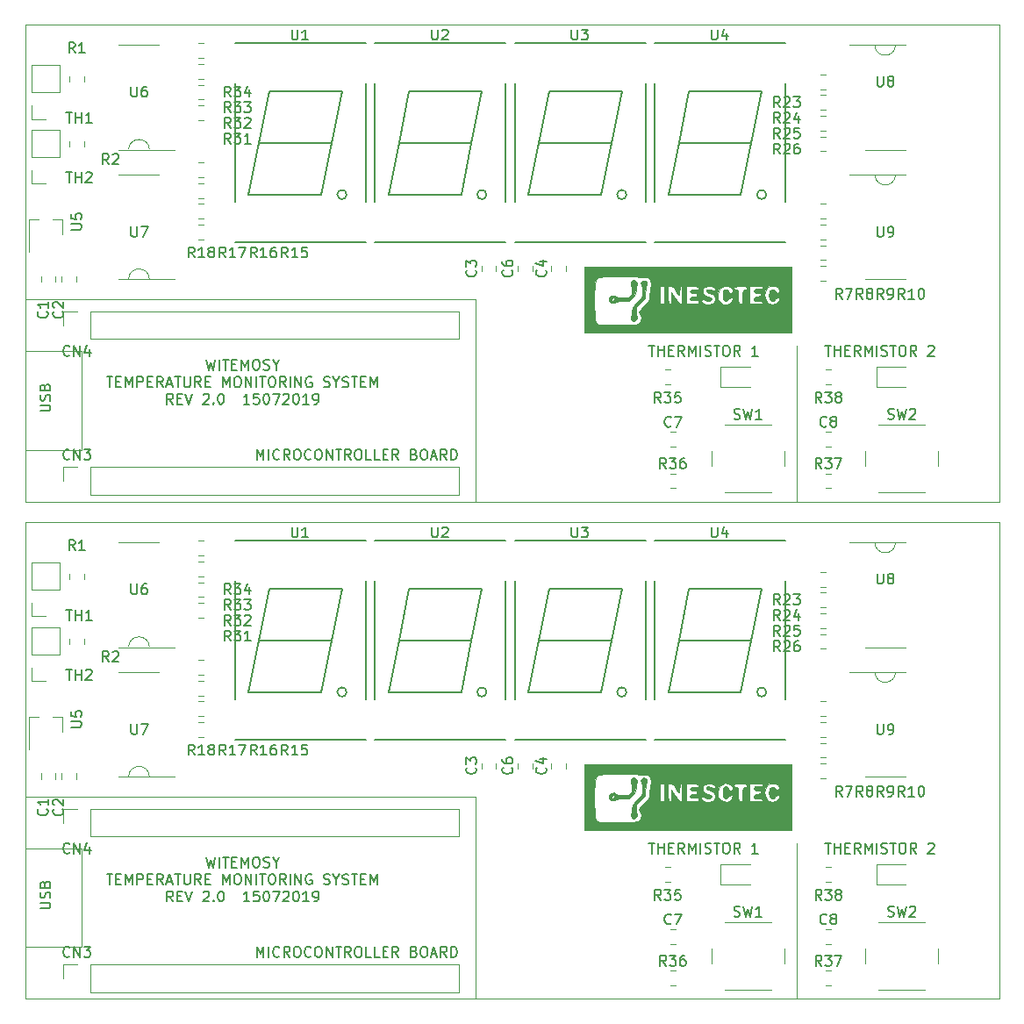
<source format=gbr>
G04 #@! TF.GenerationSoftware,KiCad,Pcbnew,(5.1.2)-1*
G04 #@! TF.CreationDate,2019-07-15T20:07:30+01:00*
G04 #@! TF.ProjectId,Reference_voltage,52656665-7265-46e6-9365-5f766f6c7461,rev?*
G04 #@! TF.SameCoordinates,Original*
G04 #@! TF.FileFunction,Legend,Top*
G04 #@! TF.FilePolarity,Positive*
%FSLAX46Y46*%
G04 Gerber Fmt 4.6, Leading zero omitted, Abs format (unit mm)*
G04 Created by KiCad (PCBNEW (5.1.2)-1) date 2019-07-15 20:07:30*
%MOMM*%
%LPD*%
G04 APERTURE LIST*
%ADD10C,0.150000*%
%ADD11C,0.120000*%
%ADD12C,0.010000*%
G04 APERTURE END LIST*
D10*
X115500000Y-128302380D02*
X115738095Y-129302380D01*
X115928571Y-128588095D01*
X116119047Y-129302380D01*
X116357142Y-128302380D01*
X116738095Y-129302380D02*
X116738095Y-128302380D01*
X117071428Y-128302380D02*
X117642857Y-128302380D01*
X117357142Y-129302380D02*
X117357142Y-128302380D01*
X117976190Y-128778571D02*
X118309523Y-128778571D01*
X118452380Y-129302380D02*
X117976190Y-129302380D01*
X117976190Y-128302380D01*
X118452380Y-128302380D01*
X118880952Y-129302380D02*
X118880952Y-128302380D01*
X119214285Y-129016666D01*
X119547619Y-128302380D01*
X119547619Y-129302380D01*
X120214285Y-128302380D02*
X120404761Y-128302380D01*
X120500000Y-128350000D01*
X120595238Y-128445238D01*
X120642857Y-128635714D01*
X120642857Y-128969047D01*
X120595238Y-129159523D01*
X120500000Y-129254761D01*
X120404761Y-129302380D01*
X120214285Y-129302380D01*
X120119047Y-129254761D01*
X120023809Y-129159523D01*
X119976190Y-128969047D01*
X119976190Y-128635714D01*
X120023809Y-128445238D01*
X120119047Y-128350000D01*
X120214285Y-128302380D01*
X121023809Y-129254761D02*
X121166666Y-129302380D01*
X121404761Y-129302380D01*
X121500000Y-129254761D01*
X121547619Y-129207142D01*
X121595238Y-129111904D01*
X121595238Y-129016666D01*
X121547619Y-128921428D01*
X121500000Y-128873809D01*
X121404761Y-128826190D01*
X121214285Y-128778571D01*
X121119047Y-128730952D01*
X121071428Y-128683333D01*
X121023809Y-128588095D01*
X121023809Y-128492857D01*
X121071428Y-128397619D01*
X121119047Y-128350000D01*
X121214285Y-128302380D01*
X121452380Y-128302380D01*
X121595238Y-128350000D01*
X122214285Y-128826190D02*
X122214285Y-129302380D01*
X121880952Y-128302380D02*
X122214285Y-128826190D01*
X122547619Y-128302380D01*
X105880952Y-129952380D02*
X106452380Y-129952380D01*
X106166666Y-130952380D02*
X106166666Y-129952380D01*
X106785714Y-130428571D02*
X107119047Y-130428571D01*
X107261904Y-130952380D02*
X106785714Y-130952380D01*
X106785714Y-129952380D01*
X107261904Y-129952380D01*
X107690476Y-130952380D02*
X107690476Y-129952380D01*
X108023809Y-130666666D01*
X108357142Y-129952380D01*
X108357142Y-130952380D01*
X108833333Y-130952380D02*
X108833333Y-129952380D01*
X109214285Y-129952380D01*
X109309523Y-130000000D01*
X109357142Y-130047619D01*
X109404761Y-130142857D01*
X109404761Y-130285714D01*
X109357142Y-130380952D01*
X109309523Y-130428571D01*
X109214285Y-130476190D01*
X108833333Y-130476190D01*
X109833333Y-130428571D02*
X110166666Y-130428571D01*
X110309523Y-130952380D02*
X109833333Y-130952380D01*
X109833333Y-129952380D01*
X110309523Y-129952380D01*
X111309523Y-130952380D02*
X110976190Y-130476190D01*
X110738095Y-130952380D02*
X110738095Y-129952380D01*
X111119047Y-129952380D01*
X111214285Y-130000000D01*
X111261904Y-130047619D01*
X111309523Y-130142857D01*
X111309523Y-130285714D01*
X111261904Y-130380952D01*
X111214285Y-130428571D01*
X111119047Y-130476190D01*
X110738095Y-130476190D01*
X111690476Y-130666666D02*
X112166666Y-130666666D01*
X111595238Y-130952380D02*
X111928571Y-129952380D01*
X112261904Y-130952380D01*
X112452380Y-129952380D02*
X113023809Y-129952380D01*
X112738095Y-130952380D02*
X112738095Y-129952380D01*
X113357142Y-129952380D02*
X113357142Y-130761904D01*
X113404761Y-130857142D01*
X113452380Y-130904761D01*
X113547619Y-130952380D01*
X113738095Y-130952380D01*
X113833333Y-130904761D01*
X113880952Y-130857142D01*
X113928571Y-130761904D01*
X113928571Y-129952380D01*
X114976190Y-130952380D02*
X114642857Y-130476190D01*
X114404761Y-130952380D02*
X114404761Y-129952380D01*
X114785714Y-129952380D01*
X114880952Y-130000000D01*
X114928571Y-130047619D01*
X114976190Y-130142857D01*
X114976190Y-130285714D01*
X114928571Y-130380952D01*
X114880952Y-130428571D01*
X114785714Y-130476190D01*
X114404761Y-130476190D01*
X115404761Y-130428571D02*
X115738095Y-130428571D01*
X115880952Y-130952380D02*
X115404761Y-130952380D01*
X115404761Y-129952380D01*
X115880952Y-129952380D01*
X117071428Y-130952380D02*
X117071428Y-129952380D01*
X117404761Y-130666666D01*
X117738095Y-129952380D01*
X117738095Y-130952380D01*
X118404761Y-129952380D02*
X118595238Y-129952380D01*
X118690476Y-130000000D01*
X118785714Y-130095238D01*
X118833333Y-130285714D01*
X118833333Y-130619047D01*
X118785714Y-130809523D01*
X118690476Y-130904761D01*
X118595238Y-130952380D01*
X118404761Y-130952380D01*
X118309523Y-130904761D01*
X118214285Y-130809523D01*
X118166666Y-130619047D01*
X118166666Y-130285714D01*
X118214285Y-130095238D01*
X118309523Y-130000000D01*
X118404761Y-129952380D01*
X119261904Y-130952380D02*
X119261904Y-129952380D01*
X119833333Y-130952380D01*
X119833333Y-129952380D01*
X120309523Y-130952380D02*
X120309523Y-129952380D01*
X120642857Y-129952380D02*
X121214285Y-129952380D01*
X120928571Y-130952380D02*
X120928571Y-129952380D01*
X121738095Y-129952380D02*
X121928571Y-129952380D01*
X122023809Y-130000000D01*
X122119047Y-130095238D01*
X122166666Y-130285714D01*
X122166666Y-130619047D01*
X122119047Y-130809523D01*
X122023809Y-130904761D01*
X121928571Y-130952380D01*
X121738095Y-130952380D01*
X121642857Y-130904761D01*
X121547619Y-130809523D01*
X121500000Y-130619047D01*
X121500000Y-130285714D01*
X121547619Y-130095238D01*
X121642857Y-130000000D01*
X121738095Y-129952380D01*
X123166666Y-130952380D02*
X122833333Y-130476190D01*
X122595238Y-130952380D02*
X122595238Y-129952380D01*
X122976190Y-129952380D01*
X123071428Y-130000000D01*
X123119047Y-130047619D01*
X123166666Y-130142857D01*
X123166666Y-130285714D01*
X123119047Y-130380952D01*
X123071428Y-130428571D01*
X122976190Y-130476190D01*
X122595238Y-130476190D01*
X123595238Y-130952380D02*
X123595238Y-129952380D01*
X124071428Y-130952380D02*
X124071428Y-129952380D01*
X124642857Y-130952380D01*
X124642857Y-129952380D01*
X125642857Y-130000000D02*
X125547619Y-129952380D01*
X125404761Y-129952380D01*
X125261904Y-130000000D01*
X125166666Y-130095238D01*
X125119047Y-130190476D01*
X125071428Y-130380952D01*
X125071428Y-130523809D01*
X125119047Y-130714285D01*
X125166666Y-130809523D01*
X125261904Y-130904761D01*
X125404761Y-130952380D01*
X125500000Y-130952380D01*
X125642857Y-130904761D01*
X125690476Y-130857142D01*
X125690476Y-130523809D01*
X125500000Y-130523809D01*
X126833333Y-130904761D02*
X126976190Y-130952380D01*
X127214285Y-130952380D01*
X127309523Y-130904761D01*
X127357142Y-130857142D01*
X127404761Y-130761904D01*
X127404761Y-130666666D01*
X127357142Y-130571428D01*
X127309523Y-130523809D01*
X127214285Y-130476190D01*
X127023809Y-130428571D01*
X126928571Y-130380952D01*
X126880952Y-130333333D01*
X126833333Y-130238095D01*
X126833333Y-130142857D01*
X126880952Y-130047619D01*
X126928571Y-130000000D01*
X127023809Y-129952380D01*
X127261904Y-129952380D01*
X127404761Y-130000000D01*
X128023809Y-130476190D02*
X128023809Y-130952380D01*
X127690476Y-129952380D02*
X128023809Y-130476190D01*
X128357142Y-129952380D01*
X128642857Y-130904761D02*
X128785714Y-130952380D01*
X129023809Y-130952380D01*
X129119047Y-130904761D01*
X129166666Y-130857142D01*
X129214285Y-130761904D01*
X129214285Y-130666666D01*
X129166666Y-130571428D01*
X129119047Y-130523809D01*
X129023809Y-130476190D01*
X128833333Y-130428571D01*
X128738095Y-130380952D01*
X128690476Y-130333333D01*
X128642857Y-130238095D01*
X128642857Y-130142857D01*
X128690476Y-130047619D01*
X128738095Y-130000000D01*
X128833333Y-129952380D01*
X129071428Y-129952380D01*
X129214285Y-130000000D01*
X129500000Y-129952380D02*
X130071428Y-129952380D01*
X129785714Y-130952380D02*
X129785714Y-129952380D01*
X130404761Y-130428571D02*
X130738095Y-130428571D01*
X130880952Y-130952380D02*
X130404761Y-130952380D01*
X130404761Y-129952380D01*
X130880952Y-129952380D01*
X131309523Y-130952380D02*
X131309523Y-129952380D01*
X131642857Y-130666666D01*
X131976190Y-129952380D01*
X131976190Y-130952380D01*
X112285714Y-132602380D02*
X111952380Y-132126190D01*
X111714285Y-132602380D02*
X111714285Y-131602380D01*
X112095238Y-131602380D01*
X112190476Y-131650000D01*
X112238095Y-131697619D01*
X112285714Y-131792857D01*
X112285714Y-131935714D01*
X112238095Y-132030952D01*
X112190476Y-132078571D01*
X112095238Y-132126190D01*
X111714285Y-132126190D01*
X112714285Y-132078571D02*
X113047619Y-132078571D01*
X113190476Y-132602380D02*
X112714285Y-132602380D01*
X112714285Y-131602380D01*
X113190476Y-131602380D01*
X113476190Y-131602380D02*
X113809523Y-132602380D01*
X114142857Y-131602380D01*
X115190476Y-131697619D02*
X115238095Y-131650000D01*
X115333333Y-131602380D01*
X115571428Y-131602380D01*
X115666666Y-131650000D01*
X115714285Y-131697619D01*
X115761904Y-131792857D01*
X115761904Y-131888095D01*
X115714285Y-132030952D01*
X115142857Y-132602380D01*
X115761904Y-132602380D01*
X116190476Y-132507142D02*
X116238095Y-132554761D01*
X116190476Y-132602380D01*
X116142857Y-132554761D01*
X116190476Y-132507142D01*
X116190476Y-132602380D01*
X116857142Y-131602380D02*
X116952380Y-131602380D01*
X117047619Y-131650000D01*
X117095238Y-131697619D01*
X117142857Y-131792857D01*
X117190476Y-131983333D01*
X117190476Y-132221428D01*
X117142857Y-132411904D01*
X117095238Y-132507142D01*
X117047619Y-132554761D01*
X116952380Y-132602380D01*
X116857142Y-132602380D01*
X116761904Y-132554761D01*
X116714285Y-132507142D01*
X116666666Y-132411904D01*
X116619047Y-132221428D01*
X116619047Y-131983333D01*
X116666666Y-131792857D01*
X116714285Y-131697619D01*
X116761904Y-131650000D01*
X116857142Y-131602380D01*
X119666666Y-132602380D02*
X119095238Y-132602380D01*
X119380952Y-132602380D02*
X119380952Y-131602380D01*
X119285714Y-131745238D01*
X119190476Y-131840476D01*
X119095238Y-131888095D01*
X120571428Y-131602380D02*
X120095238Y-131602380D01*
X120047619Y-132078571D01*
X120095238Y-132030952D01*
X120190476Y-131983333D01*
X120428571Y-131983333D01*
X120523809Y-132030952D01*
X120571428Y-132078571D01*
X120619047Y-132173809D01*
X120619047Y-132411904D01*
X120571428Y-132507142D01*
X120523809Y-132554761D01*
X120428571Y-132602380D01*
X120190476Y-132602380D01*
X120095238Y-132554761D01*
X120047619Y-132507142D01*
X121238095Y-131602380D02*
X121333333Y-131602380D01*
X121428571Y-131650000D01*
X121476190Y-131697619D01*
X121523809Y-131792857D01*
X121571428Y-131983333D01*
X121571428Y-132221428D01*
X121523809Y-132411904D01*
X121476190Y-132507142D01*
X121428571Y-132554761D01*
X121333333Y-132602380D01*
X121238095Y-132602380D01*
X121142857Y-132554761D01*
X121095238Y-132507142D01*
X121047619Y-132411904D01*
X121000000Y-132221428D01*
X121000000Y-131983333D01*
X121047619Y-131792857D01*
X121095238Y-131697619D01*
X121142857Y-131650000D01*
X121238095Y-131602380D01*
X121904761Y-131602380D02*
X122571428Y-131602380D01*
X122142857Y-132602380D01*
X122904761Y-131697619D02*
X122952380Y-131650000D01*
X123047619Y-131602380D01*
X123285714Y-131602380D01*
X123380952Y-131650000D01*
X123428571Y-131697619D01*
X123476190Y-131792857D01*
X123476190Y-131888095D01*
X123428571Y-132030952D01*
X122857142Y-132602380D01*
X123476190Y-132602380D01*
X124095238Y-131602380D02*
X124190476Y-131602380D01*
X124285714Y-131650000D01*
X124333333Y-131697619D01*
X124380952Y-131792857D01*
X124428571Y-131983333D01*
X124428571Y-132221428D01*
X124380952Y-132411904D01*
X124333333Y-132507142D01*
X124285714Y-132554761D01*
X124190476Y-132602380D01*
X124095238Y-132602380D01*
X124000000Y-132554761D01*
X123952380Y-132507142D01*
X123904761Y-132411904D01*
X123857142Y-132221428D01*
X123857142Y-131983333D01*
X123904761Y-131792857D01*
X123952380Y-131697619D01*
X124000000Y-131650000D01*
X124095238Y-131602380D01*
X125380952Y-132602380D02*
X124809523Y-132602380D01*
X125095238Y-132602380D02*
X125095238Y-131602380D01*
X125000000Y-131745238D01*
X124904761Y-131840476D01*
X124809523Y-131888095D01*
X125857142Y-132602380D02*
X126047619Y-132602380D01*
X126142857Y-132554761D01*
X126190476Y-132507142D01*
X126285714Y-132364285D01*
X126333333Y-132173809D01*
X126333333Y-131792857D01*
X126285714Y-131697619D01*
X126238095Y-131650000D01*
X126142857Y-131602380D01*
X125952380Y-131602380D01*
X125857142Y-131650000D01*
X125809523Y-131697619D01*
X125761904Y-131792857D01*
X125761904Y-132030952D01*
X125809523Y-132126190D01*
X125857142Y-132173809D01*
X125952380Y-132221428D01*
X126142857Y-132221428D01*
X126238095Y-132173809D01*
X126285714Y-132126190D01*
X126333333Y-132030952D01*
X120357142Y-137952380D02*
X120357142Y-136952380D01*
X120690476Y-137666666D01*
X121023809Y-136952380D01*
X121023809Y-137952380D01*
X121500000Y-137952380D02*
X121500000Y-136952380D01*
X122547619Y-137857142D02*
X122500000Y-137904761D01*
X122357142Y-137952380D01*
X122261904Y-137952380D01*
X122119047Y-137904761D01*
X122023809Y-137809523D01*
X121976190Y-137714285D01*
X121928571Y-137523809D01*
X121928571Y-137380952D01*
X121976190Y-137190476D01*
X122023809Y-137095238D01*
X122119047Y-137000000D01*
X122261904Y-136952380D01*
X122357142Y-136952380D01*
X122500000Y-137000000D01*
X122547619Y-137047619D01*
X123547619Y-137952380D02*
X123214285Y-137476190D01*
X122976190Y-137952380D02*
X122976190Y-136952380D01*
X123357142Y-136952380D01*
X123452380Y-137000000D01*
X123500000Y-137047619D01*
X123547619Y-137142857D01*
X123547619Y-137285714D01*
X123500000Y-137380952D01*
X123452380Y-137428571D01*
X123357142Y-137476190D01*
X122976190Y-137476190D01*
X124166666Y-136952380D02*
X124357142Y-136952380D01*
X124452380Y-137000000D01*
X124547619Y-137095238D01*
X124595238Y-137285714D01*
X124595238Y-137619047D01*
X124547619Y-137809523D01*
X124452380Y-137904761D01*
X124357142Y-137952380D01*
X124166666Y-137952380D01*
X124071428Y-137904761D01*
X123976190Y-137809523D01*
X123928571Y-137619047D01*
X123928571Y-137285714D01*
X123976190Y-137095238D01*
X124071428Y-137000000D01*
X124166666Y-136952380D01*
X125595238Y-137857142D02*
X125547619Y-137904761D01*
X125404761Y-137952380D01*
X125309523Y-137952380D01*
X125166666Y-137904761D01*
X125071428Y-137809523D01*
X125023809Y-137714285D01*
X124976190Y-137523809D01*
X124976190Y-137380952D01*
X125023809Y-137190476D01*
X125071428Y-137095238D01*
X125166666Y-137000000D01*
X125309523Y-136952380D01*
X125404761Y-136952380D01*
X125547619Y-137000000D01*
X125595238Y-137047619D01*
X126214285Y-136952380D02*
X126404761Y-136952380D01*
X126500000Y-137000000D01*
X126595238Y-137095238D01*
X126642857Y-137285714D01*
X126642857Y-137619047D01*
X126595238Y-137809523D01*
X126500000Y-137904761D01*
X126404761Y-137952380D01*
X126214285Y-137952380D01*
X126119047Y-137904761D01*
X126023809Y-137809523D01*
X125976190Y-137619047D01*
X125976190Y-137285714D01*
X126023809Y-137095238D01*
X126119047Y-137000000D01*
X126214285Y-136952380D01*
X127071428Y-137952380D02*
X127071428Y-136952380D01*
X127642857Y-137952380D01*
X127642857Y-136952380D01*
X127976190Y-136952380D02*
X128547619Y-136952380D01*
X128261904Y-137952380D02*
X128261904Y-136952380D01*
X129452380Y-137952380D02*
X129119047Y-137476190D01*
X128880952Y-137952380D02*
X128880952Y-136952380D01*
X129261904Y-136952380D01*
X129357142Y-137000000D01*
X129404761Y-137047619D01*
X129452380Y-137142857D01*
X129452380Y-137285714D01*
X129404761Y-137380952D01*
X129357142Y-137428571D01*
X129261904Y-137476190D01*
X128880952Y-137476190D01*
X130071428Y-136952380D02*
X130261904Y-136952380D01*
X130357142Y-137000000D01*
X130452380Y-137095238D01*
X130499999Y-137285714D01*
X130499999Y-137619047D01*
X130452380Y-137809523D01*
X130357142Y-137904761D01*
X130261904Y-137952380D01*
X130071428Y-137952380D01*
X129976190Y-137904761D01*
X129880952Y-137809523D01*
X129833333Y-137619047D01*
X129833333Y-137285714D01*
X129880952Y-137095238D01*
X129976190Y-137000000D01*
X130071428Y-136952380D01*
X131404761Y-137952380D02*
X130928571Y-137952380D01*
X130928571Y-136952380D01*
X132214285Y-137952380D02*
X131738095Y-137952380D01*
X131738095Y-136952380D01*
X132547619Y-137428571D02*
X132880952Y-137428571D01*
X133023809Y-137952380D02*
X132547619Y-137952380D01*
X132547619Y-136952380D01*
X133023809Y-136952380D01*
X134023809Y-137952380D02*
X133690476Y-137476190D01*
X133452380Y-137952380D02*
X133452380Y-136952380D01*
X133833333Y-136952380D01*
X133928571Y-137000000D01*
X133976190Y-137047619D01*
X134023809Y-137142857D01*
X134023809Y-137285714D01*
X133976190Y-137380952D01*
X133928571Y-137428571D01*
X133833333Y-137476190D01*
X133452380Y-137476190D01*
X135547619Y-137428571D02*
X135690476Y-137476190D01*
X135738095Y-137523809D01*
X135785714Y-137619047D01*
X135785714Y-137761904D01*
X135738095Y-137857142D01*
X135690476Y-137904761D01*
X135595238Y-137952380D01*
X135214285Y-137952380D01*
X135214285Y-136952380D01*
X135547619Y-136952380D01*
X135642857Y-137000000D01*
X135690476Y-137047619D01*
X135738095Y-137142857D01*
X135738095Y-137238095D01*
X135690476Y-137333333D01*
X135642857Y-137380952D01*
X135547619Y-137428571D01*
X135214285Y-137428571D01*
X136404761Y-136952380D02*
X136595238Y-136952380D01*
X136690476Y-137000000D01*
X136785714Y-137095238D01*
X136833333Y-137285714D01*
X136833333Y-137619047D01*
X136785714Y-137809523D01*
X136690476Y-137904761D01*
X136595238Y-137952380D01*
X136404761Y-137952380D01*
X136309523Y-137904761D01*
X136214285Y-137809523D01*
X136166666Y-137619047D01*
X136166666Y-137285714D01*
X136214285Y-137095238D01*
X136309523Y-137000000D01*
X136404761Y-136952380D01*
X137214285Y-137666666D02*
X137690476Y-137666666D01*
X137119047Y-137952380D02*
X137452380Y-136952380D01*
X137785714Y-137952380D01*
X138690476Y-137952380D02*
X138357142Y-137476190D01*
X138119047Y-137952380D02*
X138119047Y-136952380D01*
X138500000Y-136952380D01*
X138595238Y-137000000D01*
X138642857Y-137047619D01*
X138690476Y-137142857D01*
X138690476Y-137285714D01*
X138642857Y-137380952D01*
X138595238Y-137428571D01*
X138500000Y-137476190D01*
X138119047Y-137476190D01*
X139119047Y-137952380D02*
X139119047Y-136952380D01*
X139357142Y-136952380D01*
X139500000Y-137000000D01*
X139595238Y-137095238D01*
X139642857Y-137190476D01*
X139690476Y-137380952D01*
X139690476Y-137523809D01*
X139642857Y-137714285D01*
X139595238Y-137809523D01*
X139500000Y-137904761D01*
X139357142Y-137952380D01*
X139119047Y-137952380D01*
X99452380Y-133261904D02*
X100261904Y-133261904D01*
X100357142Y-133214285D01*
X100404761Y-133166666D01*
X100452380Y-133071428D01*
X100452380Y-132880952D01*
X100404761Y-132785714D01*
X100357142Y-132738095D01*
X100261904Y-132690476D01*
X99452380Y-132690476D01*
X100404761Y-132261904D02*
X100452380Y-132119047D01*
X100452380Y-131880952D01*
X100404761Y-131785714D01*
X100357142Y-131738095D01*
X100261904Y-131690476D01*
X100166666Y-131690476D01*
X100071428Y-131738095D01*
X100023809Y-131785714D01*
X99976190Y-131880952D01*
X99928571Y-132071428D01*
X99880952Y-132166666D01*
X99833333Y-132214285D01*
X99738095Y-132261904D01*
X99642857Y-132261904D01*
X99547619Y-132214285D01*
X99500000Y-132166666D01*
X99452380Y-132071428D01*
X99452380Y-131833333D01*
X99500000Y-131690476D01*
X99928571Y-130928571D02*
X99976190Y-130785714D01*
X100023809Y-130738095D01*
X100119047Y-130690476D01*
X100261904Y-130690476D01*
X100357142Y-130738095D01*
X100404761Y-130785714D01*
X100452380Y-130880952D01*
X100452380Y-131261904D01*
X99452380Y-131261904D01*
X99452380Y-130928571D01*
X99500000Y-130833333D01*
X99547619Y-130785714D01*
X99642857Y-130738095D01*
X99738095Y-130738095D01*
X99833333Y-130785714D01*
X99880952Y-130833333D01*
X99928571Y-130928571D01*
X99928571Y-131261904D01*
X175190476Y-126952380D02*
X175761904Y-126952380D01*
X175476190Y-127952380D02*
X175476190Y-126952380D01*
X176095238Y-127952380D02*
X176095238Y-126952380D01*
X176095238Y-127428571D02*
X176666666Y-127428571D01*
X176666666Y-127952380D02*
X176666666Y-126952380D01*
X177142857Y-127428571D02*
X177476190Y-127428571D01*
X177619047Y-127952380D02*
X177142857Y-127952380D01*
X177142857Y-126952380D01*
X177619047Y-126952380D01*
X178619047Y-127952380D02*
X178285714Y-127476190D01*
X178047619Y-127952380D02*
X178047619Y-126952380D01*
X178428571Y-126952380D01*
X178523809Y-127000000D01*
X178571428Y-127047619D01*
X178619047Y-127142857D01*
X178619047Y-127285714D01*
X178571428Y-127380952D01*
X178523809Y-127428571D01*
X178428571Y-127476190D01*
X178047619Y-127476190D01*
X179047619Y-127952380D02*
X179047619Y-126952380D01*
X179380952Y-127666666D01*
X179714285Y-126952380D01*
X179714285Y-127952380D01*
X180190476Y-127952380D02*
X180190476Y-126952380D01*
X180619047Y-127904761D02*
X180761904Y-127952380D01*
X181000000Y-127952380D01*
X181095238Y-127904761D01*
X181142857Y-127857142D01*
X181190476Y-127761904D01*
X181190476Y-127666666D01*
X181142857Y-127571428D01*
X181095238Y-127523809D01*
X181000000Y-127476190D01*
X180809523Y-127428571D01*
X180714285Y-127380952D01*
X180666666Y-127333333D01*
X180619047Y-127238095D01*
X180619047Y-127142857D01*
X180666666Y-127047619D01*
X180714285Y-127000000D01*
X180809523Y-126952380D01*
X181047619Y-126952380D01*
X181190476Y-127000000D01*
X181476190Y-126952380D02*
X182047619Y-126952380D01*
X181761904Y-127952380D02*
X181761904Y-126952380D01*
X182571428Y-126952380D02*
X182761904Y-126952380D01*
X182857142Y-127000000D01*
X182952380Y-127095238D01*
X183000000Y-127285714D01*
X183000000Y-127619047D01*
X182952380Y-127809523D01*
X182857142Y-127904761D01*
X182761904Y-127952380D01*
X182571428Y-127952380D01*
X182476190Y-127904761D01*
X182380952Y-127809523D01*
X182333333Y-127619047D01*
X182333333Y-127285714D01*
X182380952Y-127095238D01*
X182476190Y-127000000D01*
X182571428Y-126952380D01*
X184000000Y-127952380D02*
X183666666Y-127476190D01*
X183428571Y-127952380D02*
X183428571Y-126952380D01*
X183809523Y-126952380D01*
X183904761Y-127000000D01*
X183952380Y-127047619D01*
X184000000Y-127142857D01*
X184000000Y-127285714D01*
X183952380Y-127380952D01*
X183904761Y-127428571D01*
X183809523Y-127476190D01*
X183428571Y-127476190D01*
X185142857Y-127047619D02*
X185190476Y-127000000D01*
X185285714Y-126952380D01*
X185523809Y-126952380D01*
X185619047Y-127000000D01*
X185666666Y-127047619D01*
X185714285Y-127142857D01*
X185714285Y-127238095D01*
X185666666Y-127380952D01*
X185095238Y-127952380D01*
X185714285Y-127952380D01*
X158190476Y-126952380D02*
X158761904Y-126952380D01*
X158476190Y-127952380D02*
X158476190Y-126952380D01*
X159095238Y-127952380D02*
X159095238Y-126952380D01*
X159095238Y-127428571D02*
X159666666Y-127428571D01*
X159666666Y-127952380D02*
X159666666Y-126952380D01*
X160142857Y-127428571D02*
X160476190Y-127428571D01*
X160619047Y-127952380D02*
X160142857Y-127952380D01*
X160142857Y-126952380D01*
X160619047Y-126952380D01*
X161619047Y-127952380D02*
X161285714Y-127476190D01*
X161047619Y-127952380D02*
X161047619Y-126952380D01*
X161428571Y-126952380D01*
X161523809Y-127000000D01*
X161571428Y-127047619D01*
X161619047Y-127142857D01*
X161619047Y-127285714D01*
X161571428Y-127380952D01*
X161523809Y-127428571D01*
X161428571Y-127476190D01*
X161047619Y-127476190D01*
X162047619Y-127952380D02*
X162047619Y-126952380D01*
X162380952Y-127666666D01*
X162714285Y-126952380D01*
X162714285Y-127952380D01*
X163190476Y-127952380D02*
X163190476Y-126952380D01*
X163619047Y-127904761D02*
X163761904Y-127952380D01*
X164000000Y-127952380D01*
X164095238Y-127904761D01*
X164142857Y-127857142D01*
X164190476Y-127761904D01*
X164190476Y-127666666D01*
X164142857Y-127571428D01*
X164095238Y-127523809D01*
X164000000Y-127476190D01*
X163809523Y-127428571D01*
X163714285Y-127380952D01*
X163666666Y-127333333D01*
X163619047Y-127238095D01*
X163619047Y-127142857D01*
X163666666Y-127047619D01*
X163714285Y-127000000D01*
X163809523Y-126952380D01*
X164047619Y-126952380D01*
X164190476Y-127000000D01*
X164476190Y-126952380D02*
X165047619Y-126952380D01*
X164761904Y-127952380D02*
X164761904Y-126952380D01*
X165571428Y-126952380D02*
X165761904Y-126952380D01*
X165857142Y-127000000D01*
X165952380Y-127095238D01*
X166000000Y-127285714D01*
X166000000Y-127619047D01*
X165952380Y-127809523D01*
X165857142Y-127904761D01*
X165761904Y-127952380D01*
X165571428Y-127952380D01*
X165476190Y-127904761D01*
X165380952Y-127809523D01*
X165333333Y-127619047D01*
X165333333Y-127285714D01*
X165380952Y-127095238D01*
X165476190Y-127000000D01*
X165571428Y-126952380D01*
X167000000Y-127952380D02*
X166666666Y-127476190D01*
X166428571Y-127952380D02*
X166428571Y-126952380D01*
X166809523Y-126952380D01*
X166904761Y-127000000D01*
X166952380Y-127047619D01*
X167000000Y-127142857D01*
X167000000Y-127285714D01*
X166952380Y-127380952D01*
X166904761Y-127428571D01*
X166809523Y-127476190D01*
X166428571Y-127476190D01*
X168714285Y-127952380D02*
X168142857Y-127952380D01*
X168428571Y-127952380D02*
X168428571Y-126952380D01*
X168333333Y-127095238D01*
X168238095Y-127190476D01*
X168142857Y-127238095D01*
D11*
X172500000Y-142000000D02*
X172500000Y-127000000D01*
X98000000Y-122500000D02*
X98000000Y-142000000D01*
X181999999Y-98000001D02*
G75*
G02X180000001Y-97999999I-999999J60001D01*
G01*
X108000001Y-120499999D02*
G75*
G02X109999999Y-120500001I999999J-60001D01*
G01*
X181999999Y-110500001D02*
G75*
G02X180000001Y-110499999I-999999J60001D01*
G01*
X108000001Y-107999999D02*
G75*
G02X109999999Y-108000001I999999J-60001D01*
G01*
X98000000Y-96000000D02*
X98000000Y-125000000D01*
X98000000Y-122500000D02*
X141500000Y-122500000D01*
X141500000Y-122500000D02*
X141500000Y-142000000D01*
X192000000Y-96000000D02*
X98000000Y-96000000D01*
X192000000Y-142000000D02*
X192000000Y-96000000D01*
X192000000Y-142000000D02*
X98000000Y-142000000D01*
X103500000Y-137000000D02*
X98000000Y-137000000D01*
X103500000Y-127500000D02*
X103500000Y-137000000D01*
X144500000Y-142000000D02*
X98000000Y-142000000D01*
X98000000Y-127500000D02*
X103500000Y-127500000D01*
X98000000Y-137000000D02*
X98000000Y-127500000D01*
X181999999Y-50000001D02*
G75*
G02X180000001Y-49999999I-999999J60001D01*
G01*
X181999999Y-62500001D02*
G75*
G02X180000001Y-62499999I-999999J60001D01*
G01*
X108000001Y-59999999D02*
G75*
G02X109999999Y-60000001I999999J-60001D01*
G01*
X108000001Y-72499999D02*
G75*
G02X109999999Y-72500001I999999J-60001D01*
G01*
D10*
X115500000Y-80302380D02*
X115738095Y-81302380D01*
X115928571Y-80588095D01*
X116119047Y-81302380D01*
X116357142Y-80302380D01*
X116738095Y-81302380D02*
X116738095Y-80302380D01*
X117071428Y-80302380D02*
X117642857Y-80302380D01*
X117357142Y-81302380D02*
X117357142Y-80302380D01*
X117976190Y-80778571D02*
X118309523Y-80778571D01*
X118452380Y-81302380D02*
X117976190Y-81302380D01*
X117976190Y-80302380D01*
X118452380Y-80302380D01*
X118880952Y-81302380D02*
X118880952Y-80302380D01*
X119214285Y-81016666D01*
X119547619Y-80302380D01*
X119547619Y-81302380D01*
X120214285Y-80302380D02*
X120404761Y-80302380D01*
X120500000Y-80350000D01*
X120595238Y-80445238D01*
X120642857Y-80635714D01*
X120642857Y-80969047D01*
X120595238Y-81159523D01*
X120500000Y-81254761D01*
X120404761Y-81302380D01*
X120214285Y-81302380D01*
X120119047Y-81254761D01*
X120023809Y-81159523D01*
X119976190Y-80969047D01*
X119976190Y-80635714D01*
X120023809Y-80445238D01*
X120119047Y-80350000D01*
X120214285Y-80302380D01*
X121023809Y-81254761D02*
X121166666Y-81302380D01*
X121404761Y-81302380D01*
X121500000Y-81254761D01*
X121547619Y-81207142D01*
X121595238Y-81111904D01*
X121595238Y-81016666D01*
X121547619Y-80921428D01*
X121500000Y-80873809D01*
X121404761Y-80826190D01*
X121214285Y-80778571D01*
X121119047Y-80730952D01*
X121071428Y-80683333D01*
X121023809Y-80588095D01*
X121023809Y-80492857D01*
X121071428Y-80397619D01*
X121119047Y-80350000D01*
X121214285Y-80302380D01*
X121452380Y-80302380D01*
X121595238Y-80350000D01*
X122214285Y-80826190D02*
X122214285Y-81302380D01*
X121880952Y-80302380D02*
X122214285Y-80826190D01*
X122547619Y-80302380D01*
X105880952Y-81952380D02*
X106452380Y-81952380D01*
X106166666Y-82952380D02*
X106166666Y-81952380D01*
X106785714Y-82428571D02*
X107119047Y-82428571D01*
X107261904Y-82952380D02*
X106785714Y-82952380D01*
X106785714Y-81952380D01*
X107261904Y-81952380D01*
X107690476Y-82952380D02*
X107690476Y-81952380D01*
X108023809Y-82666666D01*
X108357142Y-81952380D01*
X108357142Y-82952380D01*
X108833333Y-82952380D02*
X108833333Y-81952380D01*
X109214285Y-81952380D01*
X109309523Y-82000000D01*
X109357142Y-82047619D01*
X109404761Y-82142857D01*
X109404761Y-82285714D01*
X109357142Y-82380952D01*
X109309523Y-82428571D01*
X109214285Y-82476190D01*
X108833333Y-82476190D01*
X109833333Y-82428571D02*
X110166666Y-82428571D01*
X110309523Y-82952380D02*
X109833333Y-82952380D01*
X109833333Y-81952380D01*
X110309523Y-81952380D01*
X111309523Y-82952380D02*
X110976190Y-82476190D01*
X110738095Y-82952380D02*
X110738095Y-81952380D01*
X111119047Y-81952380D01*
X111214285Y-82000000D01*
X111261904Y-82047619D01*
X111309523Y-82142857D01*
X111309523Y-82285714D01*
X111261904Y-82380952D01*
X111214285Y-82428571D01*
X111119047Y-82476190D01*
X110738095Y-82476190D01*
X111690476Y-82666666D02*
X112166666Y-82666666D01*
X111595238Y-82952380D02*
X111928571Y-81952380D01*
X112261904Y-82952380D01*
X112452380Y-81952380D02*
X113023809Y-81952380D01*
X112738095Y-82952380D02*
X112738095Y-81952380D01*
X113357142Y-81952380D02*
X113357142Y-82761904D01*
X113404761Y-82857142D01*
X113452380Y-82904761D01*
X113547619Y-82952380D01*
X113738095Y-82952380D01*
X113833333Y-82904761D01*
X113880952Y-82857142D01*
X113928571Y-82761904D01*
X113928571Y-81952380D01*
X114976190Y-82952380D02*
X114642857Y-82476190D01*
X114404761Y-82952380D02*
X114404761Y-81952380D01*
X114785714Y-81952380D01*
X114880952Y-82000000D01*
X114928571Y-82047619D01*
X114976190Y-82142857D01*
X114976190Y-82285714D01*
X114928571Y-82380952D01*
X114880952Y-82428571D01*
X114785714Y-82476190D01*
X114404761Y-82476190D01*
X115404761Y-82428571D02*
X115738095Y-82428571D01*
X115880952Y-82952380D02*
X115404761Y-82952380D01*
X115404761Y-81952380D01*
X115880952Y-81952380D01*
X117071428Y-82952380D02*
X117071428Y-81952380D01*
X117404761Y-82666666D01*
X117738095Y-81952380D01*
X117738095Y-82952380D01*
X118404761Y-81952380D02*
X118595238Y-81952380D01*
X118690476Y-82000000D01*
X118785714Y-82095238D01*
X118833333Y-82285714D01*
X118833333Y-82619047D01*
X118785714Y-82809523D01*
X118690476Y-82904761D01*
X118595238Y-82952380D01*
X118404761Y-82952380D01*
X118309523Y-82904761D01*
X118214285Y-82809523D01*
X118166666Y-82619047D01*
X118166666Y-82285714D01*
X118214285Y-82095238D01*
X118309523Y-82000000D01*
X118404761Y-81952380D01*
X119261904Y-82952380D02*
X119261904Y-81952380D01*
X119833333Y-82952380D01*
X119833333Y-81952380D01*
X120309523Y-82952380D02*
X120309523Y-81952380D01*
X120642857Y-81952380D02*
X121214285Y-81952380D01*
X120928571Y-82952380D02*
X120928571Y-81952380D01*
X121738095Y-81952380D02*
X121928571Y-81952380D01*
X122023809Y-82000000D01*
X122119047Y-82095238D01*
X122166666Y-82285714D01*
X122166666Y-82619047D01*
X122119047Y-82809523D01*
X122023809Y-82904761D01*
X121928571Y-82952380D01*
X121738095Y-82952380D01*
X121642857Y-82904761D01*
X121547619Y-82809523D01*
X121500000Y-82619047D01*
X121500000Y-82285714D01*
X121547619Y-82095238D01*
X121642857Y-82000000D01*
X121738095Y-81952380D01*
X123166666Y-82952380D02*
X122833333Y-82476190D01*
X122595238Y-82952380D02*
X122595238Y-81952380D01*
X122976190Y-81952380D01*
X123071428Y-82000000D01*
X123119047Y-82047619D01*
X123166666Y-82142857D01*
X123166666Y-82285714D01*
X123119047Y-82380952D01*
X123071428Y-82428571D01*
X122976190Y-82476190D01*
X122595238Y-82476190D01*
X123595238Y-82952380D02*
X123595238Y-81952380D01*
X124071428Y-82952380D02*
X124071428Y-81952380D01*
X124642857Y-82952380D01*
X124642857Y-81952380D01*
X125642857Y-82000000D02*
X125547619Y-81952380D01*
X125404761Y-81952380D01*
X125261904Y-82000000D01*
X125166666Y-82095238D01*
X125119047Y-82190476D01*
X125071428Y-82380952D01*
X125071428Y-82523809D01*
X125119047Y-82714285D01*
X125166666Y-82809523D01*
X125261904Y-82904761D01*
X125404761Y-82952380D01*
X125500000Y-82952380D01*
X125642857Y-82904761D01*
X125690476Y-82857142D01*
X125690476Y-82523809D01*
X125500000Y-82523809D01*
X126833333Y-82904761D02*
X126976190Y-82952380D01*
X127214285Y-82952380D01*
X127309523Y-82904761D01*
X127357142Y-82857142D01*
X127404761Y-82761904D01*
X127404761Y-82666666D01*
X127357142Y-82571428D01*
X127309523Y-82523809D01*
X127214285Y-82476190D01*
X127023809Y-82428571D01*
X126928571Y-82380952D01*
X126880952Y-82333333D01*
X126833333Y-82238095D01*
X126833333Y-82142857D01*
X126880952Y-82047619D01*
X126928571Y-82000000D01*
X127023809Y-81952380D01*
X127261904Y-81952380D01*
X127404761Y-82000000D01*
X128023809Y-82476190D02*
X128023809Y-82952380D01*
X127690476Y-81952380D02*
X128023809Y-82476190D01*
X128357142Y-81952380D01*
X128642857Y-82904761D02*
X128785714Y-82952380D01*
X129023809Y-82952380D01*
X129119047Y-82904761D01*
X129166666Y-82857142D01*
X129214285Y-82761904D01*
X129214285Y-82666666D01*
X129166666Y-82571428D01*
X129119047Y-82523809D01*
X129023809Y-82476190D01*
X128833333Y-82428571D01*
X128738095Y-82380952D01*
X128690476Y-82333333D01*
X128642857Y-82238095D01*
X128642857Y-82142857D01*
X128690476Y-82047619D01*
X128738095Y-82000000D01*
X128833333Y-81952380D01*
X129071428Y-81952380D01*
X129214285Y-82000000D01*
X129500000Y-81952380D02*
X130071428Y-81952380D01*
X129785714Y-82952380D02*
X129785714Y-81952380D01*
X130404761Y-82428571D02*
X130738095Y-82428571D01*
X130880952Y-82952380D02*
X130404761Y-82952380D01*
X130404761Y-81952380D01*
X130880952Y-81952380D01*
X131309523Y-82952380D02*
X131309523Y-81952380D01*
X131642857Y-82666666D01*
X131976190Y-81952380D01*
X131976190Y-82952380D01*
X112285714Y-84602380D02*
X111952380Y-84126190D01*
X111714285Y-84602380D02*
X111714285Y-83602380D01*
X112095238Y-83602380D01*
X112190476Y-83650000D01*
X112238095Y-83697619D01*
X112285714Y-83792857D01*
X112285714Y-83935714D01*
X112238095Y-84030952D01*
X112190476Y-84078571D01*
X112095238Y-84126190D01*
X111714285Y-84126190D01*
X112714285Y-84078571D02*
X113047619Y-84078571D01*
X113190476Y-84602380D02*
X112714285Y-84602380D01*
X112714285Y-83602380D01*
X113190476Y-83602380D01*
X113476190Y-83602380D02*
X113809523Y-84602380D01*
X114142857Y-83602380D01*
X115190476Y-83697619D02*
X115238095Y-83650000D01*
X115333333Y-83602380D01*
X115571428Y-83602380D01*
X115666666Y-83650000D01*
X115714285Y-83697619D01*
X115761904Y-83792857D01*
X115761904Y-83888095D01*
X115714285Y-84030952D01*
X115142857Y-84602380D01*
X115761904Y-84602380D01*
X116190476Y-84507142D02*
X116238095Y-84554761D01*
X116190476Y-84602380D01*
X116142857Y-84554761D01*
X116190476Y-84507142D01*
X116190476Y-84602380D01*
X116857142Y-83602380D02*
X116952380Y-83602380D01*
X117047619Y-83650000D01*
X117095238Y-83697619D01*
X117142857Y-83792857D01*
X117190476Y-83983333D01*
X117190476Y-84221428D01*
X117142857Y-84411904D01*
X117095238Y-84507142D01*
X117047619Y-84554761D01*
X116952380Y-84602380D01*
X116857142Y-84602380D01*
X116761904Y-84554761D01*
X116714285Y-84507142D01*
X116666666Y-84411904D01*
X116619047Y-84221428D01*
X116619047Y-83983333D01*
X116666666Y-83792857D01*
X116714285Y-83697619D01*
X116761904Y-83650000D01*
X116857142Y-83602380D01*
X119666666Y-84602380D02*
X119095238Y-84602380D01*
X119380952Y-84602380D02*
X119380952Y-83602380D01*
X119285714Y-83745238D01*
X119190476Y-83840476D01*
X119095238Y-83888095D01*
X120571428Y-83602380D02*
X120095238Y-83602380D01*
X120047619Y-84078571D01*
X120095238Y-84030952D01*
X120190476Y-83983333D01*
X120428571Y-83983333D01*
X120523809Y-84030952D01*
X120571428Y-84078571D01*
X120619047Y-84173809D01*
X120619047Y-84411904D01*
X120571428Y-84507142D01*
X120523809Y-84554761D01*
X120428571Y-84602380D01*
X120190476Y-84602380D01*
X120095238Y-84554761D01*
X120047619Y-84507142D01*
X121238095Y-83602380D02*
X121333333Y-83602380D01*
X121428571Y-83650000D01*
X121476190Y-83697619D01*
X121523809Y-83792857D01*
X121571428Y-83983333D01*
X121571428Y-84221428D01*
X121523809Y-84411904D01*
X121476190Y-84507142D01*
X121428571Y-84554761D01*
X121333333Y-84602380D01*
X121238095Y-84602380D01*
X121142857Y-84554761D01*
X121095238Y-84507142D01*
X121047619Y-84411904D01*
X121000000Y-84221428D01*
X121000000Y-83983333D01*
X121047619Y-83792857D01*
X121095238Y-83697619D01*
X121142857Y-83650000D01*
X121238095Y-83602380D01*
X121904761Y-83602380D02*
X122571428Y-83602380D01*
X122142857Y-84602380D01*
X122904761Y-83697619D02*
X122952380Y-83650000D01*
X123047619Y-83602380D01*
X123285714Y-83602380D01*
X123380952Y-83650000D01*
X123428571Y-83697619D01*
X123476190Y-83792857D01*
X123476190Y-83888095D01*
X123428571Y-84030952D01*
X122857142Y-84602380D01*
X123476190Y-84602380D01*
X124095238Y-83602380D02*
X124190476Y-83602380D01*
X124285714Y-83650000D01*
X124333333Y-83697619D01*
X124380952Y-83792857D01*
X124428571Y-83983333D01*
X124428571Y-84221428D01*
X124380952Y-84411904D01*
X124333333Y-84507142D01*
X124285714Y-84554761D01*
X124190476Y-84602380D01*
X124095238Y-84602380D01*
X124000000Y-84554761D01*
X123952380Y-84507142D01*
X123904761Y-84411904D01*
X123857142Y-84221428D01*
X123857142Y-83983333D01*
X123904761Y-83792857D01*
X123952380Y-83697619D01*
X124000000Y-83650000D01*
X124095238Y-83602380D01*
X125380952Y-84602380D02*
X124809523Y-84602380D01*
X125095238Y-84602380D02*
X125095238Y-83602380D01*
X125000000Y-83745238D01*
X124904761Y-83840476D01*
X124809523Y-83888095D01*
X125857142Y-84602380D02*
X126047619Y-84602380D01*
X126142857Y-84554761D01*
X126190476Y-84507142D01*
X126285714Y-84364285D01*
X126333333Y-84173809D01*
X126333333Y-83792857D01*
X126285714Y-83697619D01*
X126238095Y-83650000D01*
X126142857Y-83602380D01*
X125952380Y-83602380D01*
X125857142Y-83650000D01*
X125809523Y-83697619D01*
X125761904Y-83792857D01*
X125761904Y-84030952D01*
X125809523Y-84126190D01*
X125857142Y-84173809D01*
X125952380Y-84221428D01*
X126142857Y-84221428D01*
X126238095Y-84173809D01*
X126285714Y-84126190D01*
X126333333Y-84030952D01*
D11*
X192000000Y-48000000D02*
X98000000Y-48000000D01*
X192000000Y-94000000D02*
X192000000Y-48000000D01*
D10*
X175190476Y-78952380D02*
X175761904Y-78952380D01*
X175476190Y-79952380D02*
X175476190Y-78952380D01*
X176095238Y-79952380D02*
X176095238Y-78952380D01*
X176095238Y-79428571D02*
X176666666Y-79428571D01*
X176666666Y-79952380D02*
X176666666Y-78952380D01*
X177142857Y-79428571D02*
X177476190Y-79428571D01*
X177619047Y-79952380D02*
X177142857Y-79952380D01*
X177142857Y-78952380D01*
X177619047Y-78952380D01*
X178619047Y-79952380D02*
X178285714Y-79476190D01*
X178047619Y-79952380D02*
X178047619Y-78952380D01*
X178428571Y-78952380D01*
X178523809Y-79000000D01*
X178571428Y-79047619D01*
X178619047Y-79142857D01*
X178619047Y-79285714D01*
X178571428Y-79380952D01*
X178523809Y-79428571D01*
X178428571Y-79476190D01*
X178047619Y-79476190D01*
X179047619Y-79952380D02*
X179047619Y-78952380D01*
X179380952Y-79666666D01*
X179714285Y-78952380D01*
X179714285Y-79952380D01*
X180190476Y-79952380D02*
X180190476Y-78952380D01*
X180619047Y-79904761D02*
X180761904Y-79952380D01*
X181000000Y-79952380D01*
X181095238Y-79904761D01*
X181142857Y-79857142D01*
X181190476Y-79761904D01*
X181190476Y-79666666D01*
X181142857Y-79571428D01*
X181095238Y-79523809D01*
X181000000Y-79476190D01*
X180809523Y-79428571D01*
X180714285Y-79380952D01*
X180666666Y-79333333D01*
X180619047Y-79238095D01*
X180619047Y-79142857D01*
X180666666Y-79047619D01*
X180714285Y-79000000D01*
X180809523Y-78952380D01*
X181047619Y-78952380D01*
X181190476Y-79000000D01*
X181476190Y-78952380D02*
X182047619Y-78952380D01*
X181761904Y-79952380D02*
X181761904Y-78952380D01*
X182571428Y-78952380D02*
X182761904Y-78952380D01*
X182857142Y-79000000D01*
X182952380Y-79095238D01*
X183000000Y-79285714D01*
X183000000Y-79619047D01*
X182952380Y-79809523D01*
X182857142Y-79904761D01*
X182761904Y-79952380D01*
X182571428Y-79952380D01*
X182476190Y-79904761D01*
X182380952Y-79809523D01*
X182333333Y-79619047D01*
X182333333Y-79285714D01*
X182380952Y-79095238D01*
X182476190Y-79000000D01*
X182571428Y-78952380D01*
X184000000Y-79952380D02*
X183666666Y-79476190D01*
X183428571Y-79952380D02*
X183428571Y-78952380D01*
X183809523Y-78952380D01*
X183904761Y-79000000D01*
X183952380Y-79047619D01*
X184000000Y-79142857D01*
X184000000Y-79285714D01*
X183952380Y-79380952D01*
X183904761Y-79428571D01*
X183809523Y-79476190D01*
X183428571Y-79476190D01*
X185142857Y-79047619D02*
X185190476Y-79000000D01*
X185285714Y-78952380D01*
X185523809Y-78952380D01*
X185619047Y-79000000D01*
X185666666Y-79047619D01*
X185714285Y-79142857D01*
X185714285Y-79238095D01*
X185666666Y-79380952D01*
X185095238Y-79952380D01*
X185714285Y-79952380D01*
X158190476Y-78952380D02*
X158761904Y-78952380D01*
X158476190Y-79952380D02*
X158476190Y-78952380D01*
X159095238Y-79952380D02*
X159095238Y-78952380D01*
X159095238Y-79428571D02*
X159666666Y-79428571D01*
X159666666Y-79952380D02*
X159666666Y-78952380D01*
X160142857Y-79428571D02*
X160476190Y-79428571D01*
X160619047Y-79952380D02*
X160142857Y-79952380D01*
X160142857Y-78952380D01*
X160619047Y-78952380D01*
X161619047Y-79952380D02*
X161285714Y-79476190D01*
X161047619Y-79952380D02*
X161047619Y-78952380D01*
X161428571Y-78952380D01*
X161523809Y-79000000D01*
X161571428Y-79047619D01*
X161619047Y-79142857D01*
X161619047Y-79285714D01*
X161571428Y-79380952D01*
X161523809Y-79428571D01*
X161428571Y-79476190D01*
X161047619Y-79476190D01*
X162047619Y-79952380D02*
X162047619Y-78952380D01*
X162380952Y-79666666D01*
X162714285Y-78952380D01*
X162714285Y-79952380D01*
X163190476Y-79952380D02*
X163190476Y-78952380D01*
X163619047Y-79904761D02*
X163761904Y-79952380D01*
X164000000Y-79952380D01*
X164095238Y-79904761D01*
X164142857Y-79857142D01*
X164190476Y-79761904D01*
X164190476Y-79666666D01*
X164142857Y-79571428D01*
X164095238Y-79523809D01*
X164000000Y-79476190D01*
X163809523Y-79428571D01*
X163714285Y-79380952D01*
X163666666Y-79333333D01*
X163619047Y-79238095D01*
X163619047Y-79142857D01*
X163666666Y-79047619D01*
X163714285Y-79000000D01*
X163809523Y-78952380D01*
X164047619Y-78952380D01*
X164190476Y-79000000D01*
X164476190Y-78952380D02*
X165047619Y-78952380D01*
X164761904Y-79952380D02*
X164761904Y-78952380D01*
X165571428Y-78952380D02*
X165761904Y-78952380D01*
X165857142Y-79000000D01*
X165952380Y-79095238D01*
X166000000Y-79285714D01*
X166000000Y-79619047D01*
X165952380Y-79809523D01*
X165857142Y-79904761D01*
X165761904Y-79952380D01*
X165571428Y-79952380D01*
X165476190Y-79904761D01*
X165380952Y-79809523D01*
X165333333Y-79619047D01*
X165333333Y-79285714D01*
X165380952Y-79095238D01*
X165476190Y-79000000D01*
X165571428Y-78952380D01*
X167000000Y-79952380D02*
X166666666Y-79476190D01*
X166428571Y-79952380D02*
X166428571Y-78952380D01*
X166809523Y-78952380D01*
X166904761Y-79000000D01*
X166952380Y-79047619D01*
X167000000Y-79142857D01*
X167000000Y-79285714D01*
X166952380Y-79380952D01*
X166904761Y-79428571D01*
X166809523Y-79476190D01*
X166428571Y-79476190D01*
X168714285Y-79952380D02*
X168142857Y-79952380D01*
X168428571Y-79952380D02*
X168428571Y-78952380D01*
X168333333Y-79095238D01*
X168238095Y-79190476D01*
X168142857Y-79238095D01*
D11*
X172500000Y-94000000D02*
X172500000Y-79000000D01*
X98000000Y-74500000D02*
X98000000Y-94000000D01*
D10*
X99452380Y-85261904D02*
X100261904Y-85261904D01*
X100357142Y-85214285D01*
X100404761Y-85166666D01*
X100452380Y-85071428D01*
X100452380Y-84880952D01*
X100404761Y-84785714D01*
X100357142Y-84738095D01*
X100261904Y-84690476D01*
X99452380Y-84690476D01*
X100404761Y-84261904D02*
X100452380Y-84119047D01*
X100452380Y-83880952D01*
X100404761Y-83785714D01*
X100357142Y-83738095D01*
X100261904Y-83690476D01*
X100166666Y-83690476D01*
X100071428Y-83738095D01*
X100023809Y-83785714D01*
X99976190Y-83880952D01*
X99928571Y-84071428D01*
X99880952Y-84166666D01*
X99833333Y-84214285D01*
X99738095Y-84261904D01*
X99642857Y-84261904D01*
X99547619Y-84214285D01*
X99500000Y-84166666D01*
X99452380Y-84071428D01*
X99452380Y-83833333D01*
X99500000Y-83690476D01*
X99928571Y-82928571D02*
X99976190Y-82785714D01*
X100023809Y-82738095D01*
X100119047Y-82690476D01*
X100261904Y-82690476D01*
X100357142Y-82738095D01*
X100404761Y-82785714D01*
X100452380Y-82880952D01*
X100452380Y-83261904D01*
X99452380Y-83261904D01*
X99452380Y-82928571D01*
X99500000Y-82833333D01*
X99547619Y-82785714D01*
X99642857Y-82738095D01*
X99738095Y-82738095D01*
X99833333Y-82785714D01*
X99880952Y-82833333D01*
X99928571Y-82928571D01*
X99928571Y-83261904D01*
D11*
X98000000Y-89000000D02*
X98000000Y-79500000D01*
X103500000Y-89000000D02*
X98000000Y-89000000D01*
X103500000Y-79500000D02*
X103500000Y-89000000D01*
X98000000Y-79500000D02*
X103500000Y-79500000D01*
X144500000Y-94000000D02*
X98000000Y-94000000D01*
X141500000Y-74500000D02*
X141500000Y-94000000D01*
X98000000Y-74500000D02*
X141500000Y-74500000D01*
D10*
X120357142Y-89952380D02*
X120357142Y-88952380D01*
X120690476Y-89666666D01*
X121023809Y-88952380D01*
X121023809Y-89952380D01*
X121500000Y-89952380D02*
X121500000Y-88952380D01*
X122547619Y-89857142D02*
X122500000Y-89904761D01*
X122357142Y-89952380D01*
X122261904Y-89952380D01*
X122119047Y-89904761D01*
X122023809Y-89809523D01*
X121976190Y-89714285D01*
X121928571Y-89523809D01*
X121928571Y-89380952D01*
X121976190Y-89190476D01*
X122023809Y-89095238D01*
X122119047Y-89000000D01*
X122261904Y-88952380D01*
X122357142Y-88952380D01*
X122500000Y-89000000D01*
X122547619Y-89047619D01*
X123547619Y-89952380D02*
X123214285Y-89476190D01*
X122976190Y-89952380D02*
X122976190Y-88952380D01*
X123357142Y-88952380D01*
X123452380Y-89000000D01*
X123500000Y-89047619D01*
X123547619Y-89142857D01*
X123547619Y-89285714D01*
X123500000Y-89380952D01*
X123452380Y-89428571D01*
X123357142Y-89476190D01*
X122976190Y-89476190D01*
X124166666Y-88952380D02*
X124357142Y-88952380D01*
X124452380Y-89000000D01*
X124547619Y-89095238D01*
X124595238Y-89285714D01*
X124595238Y-89619047D01*
X124547619Y-89809523D01*
X124452380Y-89904761D01*
X124357142Y-89952380D01*
X124166666Y-89952380D01*
X124071428Y-89904761D01*
X123976190Y-89809523D01*
X123928571Y-89619047D01*
X123928571Y-89285714D01*
X123976190Y-89095238D01*
X124071428Y-89000000D01*
X124166666Y-88952380D01*
X125595238Y-89857142D02*
X125547619Y-89904761D01*
X125404761Y-89952380D01*
X125309523Y-89952380D01*
X125166666Y-89904761D01*
X125071428Y-89809523D01*
X125023809Y-89714285D01*
X124976190Y-89523809D01*
X124976190Y-89380952D01*
X125023809Y-89190476D01*
X125071428Y-89095238D01*
X125166666Y-89000000D01*
X125309523Y-88952380D01*
X125404761Y-88952380D01*
X125547619Y-89000000D01*
X125595238Y-89047619D01*
X126214285Y-88952380D02*
X126404761Y-88952380D01*
X126500000Y-89000000D01*
X126595238Y-89095238D01*
X126642857Y-89285714D01*
X126642857Y-89619047D01*
X126595238Y-89809523D01*
X126500000Y-89904761D01*
X126404761Y-89952380D01*
X126214285Y-89952380D01*
X126119047Y-89904761D01*
X126023809Y-89809523D01*
X125976190Y-89619047D01*
X125976190Y-89285714D01*
X126023809Y-89095238D01*
X126119047Y-89000000D01*
X126214285Y-88952380D01*
X127071428Y-89952380D02*
X127071428Y-88952380D01*
X127642857Y-89952380D01*
X127642857Y-88952380D01*
X127976190Y-88952380D02*
X128547619Y-88952380D01*
X128261904Y-89952380D02*
X128261904Y-88952380D01*
X129452380Y-89952380D02*
X129119047Y-89476190D01*
X128880952Y-89952380D02*
X128880952Y-88952380D01*
X129261904Y-88952380D01*
X129357142Y-89000000D01*
X129404761Y-89047619D01*
X129452380Y-89142857D01*
X129452380Y-89285714D01*
X129404761Y-89380952D01*
X129357142Y-89428571D01*
X129261904Y-89476190D01*
X128880952Y-89476190D01*
X130071428Y-88952380D02*
X130261904Y-88952380D01*
X130357142Y-89000000D01*
X130452380Y-89095238D01*
X130499999Y-89285714D01*
X130499999Y-89619047D01*
X130452380Y-89809523D01*
X130357142Y-89904761D01*
X130261904Y-89952380D01*
X130071428Y-89952380D01*
X129976190Y-89904761D01*
X129880952Y-89809523D01*
X129833333Y-89619047D01*
X129833333Y-89285714D01*
X129880952Y-89095238D01*
X129976190Y-89000000D01*
X130071428Y-88952380D01*
X131404761Y-89952380D02*
X130928571Y-89952380D01*
X130928571Y-88952380D01*
X132214285Y-89952380D02*
X131738095Y-89952380D01*
X131738095Y-88952380D01*
X132547619Y-89428571D02*
X132880952Y-89428571D01*
X133023809Y-89952380D02*
X132547619Y-89952380D01*
X132547619Y-88952380D01*
X133023809Y-88952380D01*
X134023809Y-89952380D02*
X133690476Y-89476190D01*
X133452380Y-89952380D02*
X133452380Y-88952380D01*
X133833333Y-88952380D01*
X133928571Y-89000000D01*
X133976190Y-89047619D01*
X134023809Y-89142857D01*
X134023809Y-89285714D01*
X133976190Y-89380952D01*
X133928571Y-89428571D01*
X133833333Y-89476190D01*
X133452380Y-89476190D01*
X135547619Y-89428571D02*
X135690476Y-89476190D01*
X135738095Y-89523809D01*
X135785714Y-89619047D01*
X135785714Y-89761904D01*
X135738095Y-89857142D01*
X135690476Y-89904761D01*
X135595238Y-89952380D01*
X135214285Y-89952380D01*
X135214285Y-88952380D01*
X135547619Y-88952380D01*
X135642857Y-89000000D01*
X135690476Y-89047619D01*
X135738095Y-89142857D01*
X135738095Y-89238095D01*
X135690476Y-89333333D01*
X135642857Y-89380952D01*
X135547619Y-89428571D01*
X135214285Y-89428571D01*
X136404761Y-88952380D02*
X136595238Y-88952380D01*
X136690476Y-89000000D01*
X136785714Y-89095238D01*
X136833333Y-89285714D01*
X136833333Y-89619047D01*
X136785714Y-89809523D01*
X136690476Y-89904761D01*
X136595238Y-89952380D01*
X136404761Y-89952380D01*
X136309523Y-89904761D01*
X136214285Y-89809523D01*
X136166666Y-89619047D01*
X136166666Y-89285714D01*
X136214285Y-89095238D01*
X136309523Y-89000000D01*
X136404761Y-88952380D01*
X137214285Y-89666666D02*
X137690476Y-89666666D01*
X137119047Y-89952380D02*
X137452380Y-88952380D01*
X137785714Y-89952380D01*
X138690476Y-89952380D02*
X138357142Y-89476190D01*
X138119047Y-89952380D02*
X138119047Y-88952380D01*
X138500000Y-88952380D01*
X138595238Y-89000000D01*
X138642857Y-89047619D01*
X138690476Y-89142857D01*
X138690476Y-89285714D01*
X138642857Y-89380952D01*
X138595238Y-89428571D01*
X138500000Y-89476190D01*
X138119047Y-89476190D01*
X139119047Y-89952380D02*
X139119047Y-88952380D01*
X139357142Y-88952380D01*
X139500000Y-89000000D01*
X139595238Y-89095238D01*
X139642857Y-89190476D01*
X139690476Y-89380952D01*
X139690476Y-89523809D01*
X139642857Y-89714285D01*
X139595238Y-89809523D01*
X139500000Y-89904761D01*
X139357142Y-89952380D01*
X139119047Y-89952380D01*
D11*
X98000000Y-48000000D02*
X98000000Y-77000000D01*
X98000000Y-96000000D02*
X192000000Y-96000000D01*
X192000000Y-94000000D02*
X98000000Y-94000000D01*
D12*
G36*
X171990667Y-125717334D02*
G01*
X152009334Y-125717334D01*
X152009334Y-122627000D01*
X152940667Y-122627000D01*
X152944733Y-123301461D01*
X152958995Y-123826388D01*
X152986550Y-124221431D01*
X153030496Y-124506239D01*
X153093930Y-124700462D01*
X153179949Y-124823751D01*
X153291650Y-124895756D01*
X153298719Y-124898667D01*
X153412161Y-124911642D01*
X153668525Y-124923439D01*
X154041402Y-124933410D01*
X154504381Y-124940906D01*
X155031053Y-124945281D01*
X155226667Y-124945957D01*
X155879886Y-124944587D01*
X156381086Y-124936635D01*
X156747486Y-124921172D01*
X156996305Y-124897268D01*
X157144763Y-124863994D01*
X157191838Y-124839908D01*
X157394350Y-124589182D01*
X157457746Y-124280380D01*
X157387160Y-124001554D01*
X157298970Y-123799978D01*
X157258891Y-123659413D01*
X157258667Y-123653614D01*
X157314657Y-123554918D01*
X157463365Y-123372993D01*
X157675899Y-123142447D01*
X157741394Y-123075427D01*
X157980195Y-122829136D01*
X158125302Y-122649399D01*
X158202551Y-122482826D01*
X158237779Y-122276027D01*
X158254737Y-122014638D01*
X158283948Y-121681368D01*
X158329517Y-121384434D01*
X158369471Y-121230000D01*
X159290667Y-121230000D01*
X159290667Y-122923334D01*
X159714000Y-122923334D01*
X159714000Y-121230000D01*
X160052667Y-121230000D01*
X160052667Y-122076667D01*
X160054991Y-122462017D01*
X160066050Y-122708703D01*
X160091973Y-122847373D01*
X160138890Y-122908677D01*
X160212931Y-122923264D01*
X160222000Y-122923334D01*
X160312307Y-122906776D01*
X160363354Y-122832564D01*
X160386058Y-122663887D01*
X160391331Y-122363934D01*
X160391334Y-122352211D01*
X160391334Y-121781088D01*
X160710689Y-122331044D01*
X160929655Y-122669717D01*
X161108467Y-122858417D01*
X161218689Y-122908055D01*
X161304059Y-122913173D01*
X161358792Y-122879145D01*
X161389694Y-122776201D01*
X161403566Y-122574566D01*
X161407213Y-122244469D01*
X161407334Y-122082555D01*
X161403181Y-121686172D01*
X161387967Y-121431201D01*
X161357551Y-121289864D01*
X161307796Y-121234383D01*
X161280334Y-121230000D01*
X161830667Y-121230000D01*
X161830667Y-122923334D01*
X162423334Y-122923334D01*
X162734798Y-122918765D01*
X162913232Y-122898163D01*
X162994842Y-122851183D01*
X163015835Y-122767479D01*
X163016000Y-122754000D01*
X162993712Y-122652433D01*
X162958083Y-122633355D01*
X163270000Y-122633355D01*
X163341244Y-122752049D01*
X163513712Y-122878422D01*
X163725510Y-122974701D01*
X163878322Y-123004610D01*
X164060608Y-122977782D01*
X164257599Y-122918037D01*
X164496214Y-122787188D01*
X164604413Y-122599318D01*
X164623370Y-122407289D01*
X164546628Y-122147153D01*
X164393313Y-122016588D01*
X164818155Y-122016588D01*
X164866503Y-122419249D01*
X164877139Y-122453039D01*
X165055565Y-122763651D01*
X165324319Y-122944844D01*
X165651014Y-122983879D01*
X165973278Y-122884132D01*
X166219666Y-122687020D01*
X166317077Y-122436915D01*
X166318000Y-122408409D01*
X166256571Y-122334224D01*
X166110556Y-122339611D01*
X165937362Y-122411886D01*
X165807709Y-122521167D01*
X165670862Y-122648320D01*
X165545501Y-122643926D01*
X165497805Y-122618280D01*
X165389138Y-122468408D01*
X165324939Y-122220682D01*
X165309921Y-121941849D01*
X165348798Y-121698656D01*
X165423971Y-121572841D01*
X165610123Y-121506377D01*
X165781069Y-121581886D01*
X165870867Y-121740802D01*
X165947729Y-121864393D01*
X166095663Y-121856857D01*
X166260003Y-121798577D01*
X166299114Y-121723328D01*
X166246626Y-121561286D01*
X166242825Y-121551298D01*
X166125119Y-121399334D01*
X166402667Y-121399334D01*
X166452276Y-121532118D01*
X166614334Y-121568667D01*
X166719311Y-121575885D01*
X166782170Y-121620571D01*
X166813706Y-121737275D01*
X166824716Y-121960546D01*
X166826000Y-122246000D01*
X166828256Y-122581930D01*
X166842220Y-122783077D01*
X166878690Y-122883992D01*
X166948462Y-122919224D01*
X167037667Y-122923334D01*
X167142645Y-122916116D01*
X167205503Y-122871429D01*
X167237039Y-122754725D01*
X167248049Y-122531455D01*
X167249334Y-122246000D01*
X167251589Y-121910071D01*
X167265554Y-121708923D01*
X167302024Y-121608008D01*
X167371796Y-121572777D01*
X167461000Y-121568667D01*
X167626981Y-121528980D01*
X167672667Y-121399334D01*
X167657669Y-121312755D01*
X167589281Y-121261957D01*
X167432412Y-121237579D01*
X167151971Y-121230266D01*
X167037667Y-121230000D01*
X167926667Y-121230000D01*
X167926667Y-122923334D01*
X168561667Y-122923334D01*
X168896612Y-122916681D01*
X169093222Y-122892640D01*
X169182118Y-122845086D01*
X169196667Y-122796334D01*
X169151347Y-122716468D01*
X168994440Y-122677460D01*
X168773334Y-122669334D01*
X168521927Y-122662277D01*
X168396498Y-122627052D01*
X168353841Y-122542577D01*
X168350000Y-122462778D01*
X168374551Y-122323294D01*
X168480120Y-122256174D01*
X168666796Y-122229944D01*
X168908102Y-122177994D01*
X169005783Y-122071039D01*
X169355677Y-122071039D01*
X169409242Y-122415675D01*
X169556014Y-122712537D01*
X169787524Y-122912529D01*
X169819559Y-122927250D01*
X170111866Y-122975043D01*
X170415419Y-122910862D01*
X170650595Y-122752092D01*
X170657167Y-122744365D01*
X170768548Y-122569950D01*
X170805334Y-122448287D01*
X170745931Y-122349589D01*
X170609987Y-122338497D01*
X170460897Y-122407267D01*
X170382000Y-122500000D01*
X170225432Y-122644255D01*
X170024193Y-122650760D01*
X169890934Y-122567734D01*
X169818250Y-122402094D01*
X169792592Y-122146296D01*
X169813149Y-121872617D01*
X169879108Y-121653331D01*
X169901618Y-121616806D01*
X170061007Y-121514474D01*
X170243928Y-121538736D01*
X170382513Y-121673641D01*
X170405833Y-121735325D01*
X170490484Y-121853392D01*
X170626641Y-121849646D01*
X170778486Y-121757836D01*
X170778441Y-121598627D01*
X170651272Y-121397168D01*
X170425921Y-121240640D01*
X170132396Y-121192632D01*
X169830751Y-121251066D01*
X169581038Y-121413865D01*
X169562060Y-121434843D01*
X169403793Y-121727729D01*
X169355677Y-122071039D01*
X169005783Y-122071039D01*
X169008935Y-122067588D01*
X169011671Y-122055500D01*
X168999777Y-121959404D01*
X168889938Y-121916058D01*
X168694875Y-121907334D01*
X168474146Y-121896262D01*
X168375020Y-121843705D01*
X168350230Y-121720651D01*
X168350000Y-121695667D01*
X168363725Y-121570045D01*
X168433771Y-121507375D01*
X168603440Y-121486005D01*
X168773334Y-121484000D01*
X169039552Y-121470404D01*
X169169578Y-121423332D01*
X169196667Y-121357000D01*
X169163403Y-121290011D01*
X169043198Y-121250689D01*
X168805428Y-121232910D01*
X168561667Y-121230000D01*
X167926667Y-121230000D01*
X167037667Y-121230000D01*
X166712999Y-121234000D01*
X166522504Y-121252236D01*
X166431088Y-121294068D01*
X166403663Y-121368852D01*
X166402667Y-121399334D01*
X166125119Y-121399334D01*
X166086852Y-121349930D01*
X165835328Y-121212452D01*
X165559117Y-121171446D01*
X165456408Y-121189712D01*
X165128094Y-121369136D01*
X164910347Y-121655656D01*
X164818155Y-122016588D01*
X164393313Y-122016588D01*
X164316535Y-121951203D01*
X164037759Y-121847157D01*
X163834492Y-121770872D01*
X163718581Y-121682093D01*
X163713218Y-121670655D01*
X163740097Y-121560012D01*
X163875355Y-121508816D01*
X164064697Y-121529489D01*
X164159000Y-121568667D01*
X164361895Y-121630633D01*
X164503480Y-121620485D01*
X164598880Y-121568308D01*
X164576454Y-121491164D01*
X164500412Y-121402367D01*
X164232209Y-121222646D01*
X163907819Y-121182809D01*
X163610014Y-121271637D01*
X163432550Y-121386910D01*
X163367972Y-121527556D01*
X163371001Y-121718847D01*
X163399069Y-121896027D01*
X163470091Y-122024188D01*
X163617469Y-122132656D01*
X163874604Y-122250756D01*
X164061782Y-122325321D01*
X164220361Y-122405400D01*
X164238635Y-122486879D01*
X164199582Y-122544444D01*
X164010516Y-122657696D01*
X163789608Y-122630549D01*
X163663339Y-122542577D01*
X163505322Y-122464507D01*
X163351324Y-122492933D01*
X163271318Y-122611705D01*
X163270000Y-122633355D01*
X162958083Y-122633355D01*
X162899109Y-122601778D01*
X162690583Y-122585391D01*
X162592667Y-122584667D01*
X162338750Y-122575752D01*
X162212112Y-122537910D01*
X162171145Y-122454500D01*
X162169334Y-122415334D01*
X162197734Y-122304549D01*
X162312523Y-122255587D01*
X162508000Y-122246000D01*
X162729568Y-122231800D01*
X162827493Y-122174406D01*
X162846667Y-122076667D01*
X162818267Y-121965883D01*
X162703478Y-121916921D01*
X162508000Y-121907334D01*
X162286432Y-121893133D01*
X162188508Y-121835739D01*
X162169334Y-121738000D01*
X162191622Y-121636433D01*
X162286224Y-121585778D01*
X162494750Y-121569391D01*
X162592667Y-121568667D01*
X162846584Y-121559752D01*
X162973222Y-121521910D01*
X163014189Y-121438500D01*
X163016000Y-121399334D01*
X163000011Y-121310344D01*
X162927904Y-121259363D01*
X162763472Y-121236045D01*
X162470510Y-121230047D01*
X162423334Y-121230000D01*
X161830667Y-121230000D01*
X161280334Y-121230000D01*
X161204101Y-121271444D01*
X161164640Y-121417065D01*
X161153334Y-121698796D01*
X161153334Y-121700664D01*
X161142239Y-121973246D01*
X161102141Y-122095246D01*
X161022821Y-122065359D01*
X160894058Y-121882277D01*
X160762742Y-121650725D01*
X160613235Y-121402320D01*
X160487088Y-121274708D01*
X160343994Y-121231770D01*
X160293211Y-121230000D01*
X160052667Y-121230000D01*
X159714000Y-121230000D01*
X159290667Y-121230000D01*
X158369471Y-121230000D01*
X158374948Y-121208834D01*
X158407669Y-120931470D01*
X158330094Y-120646180D01*
X158166336Y-120425457D01*
X158099288Y-120380098D01*
X157978410Y-120359542D01*
X157715727Y-120341663D01*
X157338750Y-120326627D01*
X156874988Y-120314599D01*
X156351953Y-120305747D01*
X155797152Y-120300236D01*
X155238098Y-120298232D01*
X154702300Y-120299902D01*
X154217267Y-120305412D01*
X153810511Y-120314928D01*
X153509541Y-120328616D01*
X153341867Y-120346643D01*
X153325460Y-120351260D01*
X153204532Y-120418628D01*
X153111255Y-120529823D01*
X153042235Y-120704912D01*
X152994080Y-120963961D01*
X152963397Y-121327036D01*
X152946793Y-121814205D01*
X152940874Y-122445535D01*
X152940667Y-122627000D01*
X152009334Y-122627000D01*
X152009334Y-119367334D01*
X171990667Y-119367334D01*
X171990667Y-125717334D01*
X171990667Y-125717334D01*
G37*
X171990667Y-125717334D02*
X152009334Y-125717334D01*
X152009334Y-122627000D01*
X152940667Y-122627000D01*
X152944733Y-123301461D01*
X152958995Y-123826388D01*
X152986550Y-124221431D01*
X153030496Y-124506239D01*
X153093930Y-124700462D01*
X153179949Y-124823751D01*
X153291650Y-124895756D01*
X153298719Y-124898667D01*
X153412161Y-124911642D01*
X153668525Y-124923439D01*
X154041402Y-124933410D01*
X154504381Y-124940906D01*
X155031053Y-124945281D01*
X155226667Y-124945957D01*
X155879886Y-124944587D01*
X156381086Y-124936635D01*
X156747486Y-124921172D01*
X156996305Y-124897268D01*
X157144763Y-124863994D01*
X157191838Y-124839908D01*
X157394350Y-124589182D01*
X157457746Y-124280380D01*
X157387160Y-124001554D01*
X157298970Y-123799978D01*
X157258891Y-123659413D01*
X157258667Y-123653614D01*
X157314657Y-123554918D01*
X157463365Y-123372993D01*
X157675899Y-123142447D01*
X157741394Y-123075427D01*
X157980195Y-122829136D01*
X158125302Y-122649399D01*
X158202551Y-122482826D01*
X158237779Y-122276027D01*
X158254737Y-122014638D01*
X158283948Y-121681368D01*
X158329517Y-121384434D01*
X158369471Y-121230000D01*
X159290667Y-121230000D01*
X159290667Y-122923334D01*
X159714000Y-122923334D01*
X159714000Y-121230000D01*
X160052667Y-121230000D01*
X160052667Y-122076667D01*
X160054991Y-122462017D01*
X160066050Y-122708703D01*
X160091973Y-122847373D01*
X160138890Y-122908677D01*
X160212931Y-122923264D01*
X160222000Y-122923334D01*
X160312307Y-122906776D01*
X160363354Y-122832564D01*
X160386058Y-122663887D01*
X160391331Y-122363934D01*
X160391334Y-122352211D01*
X160391334Y-121781088D01*
X160710689Y-122331044D01*
X160929655Y-122669717D01*
X161108467Y-122858417D01*
X161218689Y-122908055D01*
X161304059Y-122913173D01*
X161358792Y-122879145D01*
X161389694Y-122776201D01*
X161403566Y-122574566D01*
X161407213Y-122244469D01*
X161407334Y-122082555D01*
X161403181Y-121686172D01*
X161387967Y-121431201D01*
X161357551Y-121289864D01*
X161307796Y-121234383D01*
X161280334Y-121230000D01*
X161830667Y-121230000D01*
X161830667Y-122923334D01*
X162423334Y-122923334D01*
X162734798Y-122918765D01*
X162913232Y-122898163D01*
X162994842Y-122851183D01*
X163015835Y-122767479D01*
X163016000Y-122754000D01*
X162993712Y-122652433D01*
X162958083Y-122633355D01*
X163270000Y-122633355D01*
X163341244Y-122752049D01*
X163513712Y-122878422D01*
X163725510Y-122974701D01*
X163878322Y-123004610D01*
X164060608Y-122977782D01*
X164257599Y-122918037D01*
X164496214Y-122787188D01*
X164604413Y-122599318D01*
X164623370Y-122407289D01*
X164546628Y-122147153D01*
X164393313Y-122016588D01*
X164818155Y-122016588D01*
X164866503Y-122419249D01*
X164877139Y-122453039D01*
X165055565Y-122763651D01*
X165324319Y-122944844D01*
X165651014Y-122983879D01*
X165973278Y-122884132D01*
X166219666Y-122687020D01*
X166317077Y-122436915D01*
X166318000Y-122408409D01*
X166256571Y-122334224D01*
X166110556Y-122339611D01*
X165937362Y-122411886D01*
X165807709Y-122521167D01*
X165670862Y-122648320D01*
X165545501Y-122643926D01*
X165497805Y-122618280D01*
X165389138Y-122468408D01*
X165324939Y-122220682D01*
X165309921Y-121941849D01*
X165348798Y-121698656D01*
X165423971Y-121572841D01*
X165610123Y-121506377D01*
X165781069Y-121581886D01*
X165870867Y-121740802D01*
X165947729Y-121864393D01*
X166095663Y-121856857D01*
X166260003Y-121798577D01*
X166299114Y-121723328D01*
X166246626Y-121561286D01*
X166242825Y-121551298D01*
X166125119Y-121399334D01*
X166402667Y-121399334D01*
X166452276Y-121532118D01*
X166614334Y-121568667D01*
X166719311Y-121575885D01*
X166782170Y-121620571D01*
X166813706Y-121737275D01*
X166824716Y-121960546D01*
X166826000Y-122246000D01*
X166828256Y-122581930D01*
X166842220Y-122783077D01*
X166878690Y-122883992D01*
X166948462Y-122919224D01*
X167037667Y-122923334D01*
X167142645Y-122916116D01*
X167205503Y-122871429D01*
X167237039Y-122754725D01*
X167248049Y-122531455D01*
X167249334Y-122246000D01*
X167251589Y-121910071D01*
X167265554Y-121708923D01*
X167302024Y-121608008D01*
X167371796Y-121572777D01*
X167461000Y-121568667D01*
X167626981Y-121528980D01*
X167672667Y-121399334D01*
X167657669Y-121312755D01*
X167589281Y-121261957D01*
X167432412Y-121237579D01*
X167151971Y-121230266D01*
X167037667Y-121230000D01*
X167926667Y-121230000D01*
X167926667Y-122923334D01*
X168561667Y-122923334D01*
X168896612Y-122916681D01*
X169093222Y-122892640D01*
X169182118Y-122845086D01*
X169196667Y-122796334D01*
X169151347Y-122716468D01*
X168994440Y-122677460D01*
X168773334Y-122669334D01*
X168521927Y-122662277D01*
X168396498Y-122627052D01*
X168353841Y-122542577D01*
X168350000Y-122462778D01*
X168374551Y-122323294D01*
X168480120Y-122256174D01*
X168666796Y-122229944D01*
X168908102Y-122177994D01*
X169005783Y-122071039D01*
X169355677Y-122071039D01*
X169409242Y-122415675D01*
X169556014Y-122712537D01*
X169787524Y-122912529D01*
X169819559Y-122927250D01*
X170111866Y-122975043D01*
X170415419Y-122910862D01*
X170650595Y-122752092D01*
X170657167Y-122744365D01*
X170768548Y-122569950D01*
X170805334Y-122448287D01*
X170745931Y-122349589D01*
X170609987Y-122338497D01*
X170460897Y-122407267D01*
X170382000Y-122500000D01*
X170225432Y-122644255D01*
X170024193Y-122650760D01*
X169890934Y-122567734D01*
X169818250Y-122402094D01*
X169792592Y-122146296D01*
X169813149Y-121872617D01*
X169879108Y-121653331D01*
X169901618Y-121616806D01*
X170061007Y-121514474D01*
X170243928Y-121538736D01*
X170382513Y-121673641D01*
X170405833Y-121735325D01*
X170490484Y-121853392D01*
X170626641Y-121849646D01*
X170778486Y-121757836D01*
X170778441Y-121598627D01*
X170651272Y-121397168D01*
X170425921Y-121240640D01*
X170132396Y-121192632D01*
X169830751Y-121251066D01*
X169581038Y-121413865D01*
X169562060Y-121434843D01*
X169403793Y-121727729D01*
X169355677Y-122071039D01*
X169005783Y-122071039D01*
X169008935Y-122067588D01*
X169011671Y-122055500D01*
X168999777Y-121959404D01*
X168889938Y-121916058D01*
X168694875Y-121907334D01*
X168474146Y-121896262D01*
X168375020Y-121843705D01*
X168350230Y-121720651D01*
X168350000Y-121695667D01*
X168363725Y-121570045D01*
X168433771Y-121507375D01*
X168603440Y-121486005D01*
X168773334Y-121484000D01*
X169039552Y-121470404D01*
X169169578Y-121423332D01*
X169196667Y-121357000D01*
X169163403Y-121290011D01*
X169043198Y-121250689D01*
X168805428Y-121232910D01*
X168561667Y-121230000D01*
X167926667Y-121230000D01*
X167037667Y-121230000D01*
X166712999Y-121234000D01*
X166522504Y-121252236D01*
X166431088Y-121294068D01*
X166403663Y-121368852D01*
X166402667Y-121399334D01*
X166125119Y-121399334D01*
X166086852Y-121349930D01*
X165835328Y-121212452D01*
X165559117Y-121171446D01*
X165456408Y-121189712D01*
X165128094Y-121369136D01*
X164910347Y-121655656D01*
X164818155Y-122016588D01*
X164393313Y-122016588D01*
X164316535Y-121951203D01*
X164037759Y-121847157D01*
X163834492Y-121770872D01*
X163718581Y-121682093D01*
X163713218Y-121670655D01*
X163740097Y-121560012D01*
X163875355Y-121508816D01*
X164064697Y-121529489D01*
X164159000Y-121568667D01*
X164361895Y-121630633D01*
X164503480Y-121620485D01*
X164598880Y-121568308D01*
X164576454Y-121491164D01*
X164500412Y-121402367D01*
X164232209Y-121222646D01*
X163907819Y-121182809D01*
X163610014Y-121271637D01*
X163432550Y-121386910D01*
X163367972Y-121527556D01*
X163371001Y-121718847D01*
X163399069Y-121896027D01*
X163470091Y-122024188D01*
X163617469Y-122132656D01*
X163874604Y-122250756D01*
X164061782Y-122325321D01*
X164220361Y-122405400D01*
X164238635Y-122486879D01*
X164199582Y-122544444D01*
X164010516Y-122657696D01*
X163789608Y-122630549D01*
X163663339Y-122542577D01*
X163505322Y-122464507D01*
X163351324Y-122492933D01*
X163271318Y-122611705D01*
X163270000Y-122633355D01*
X162958083Y-122633355D01*
X162899109Y-122601778D01*
X162690583Y-122585391D01*
X162592667Y-122584667D01*
X162338750Y-122575752D01*
X162212112Y-122537910D01*
X162171145Y-122454500D01*
X162169334Y-122415334D01*
X162197734Y-122304549D01*
X162312523Y-122255587D01*
X162508000Y-122246000D01*
X162729568Y-122231800D01*
X162827493Y-122174406D01*
X162846667Y-122076667D01*
X162818267Y-121965883D01*
X162703478Y-121916921D01*
X162508000Y-121907334D01*
X162286432Y-121893133D01*
X162188508Y-121835739D01*
X162169334Y-121738000D01*
X162191622Y-121636433D01*
X162286224Y-121585778D01*
X162494750Y-121569391D01*
X162592667Y-121568667D01*
X162846584Y-121559752D01*
X162973222Y-121521910D01*
X163014189Y-121438500D01*
X163016000Y-121399334D01*
X163000011Y-121310344D01*
X162927904Y-121259363D01*
X162763472Y-121236045D01*
X162470510Y-121230047D01*
X162423334Y-121230000D01*
X161830667Y-121230000D01*
X161280334Y-121230000D01*
X161204101Y-121271444D01*
X161164640Y-121417065D01*
X161153334Y-121698796D01*
X161153334Y-121700664D01*
X161142239Y-121973246D01*
X161102141Y-122095246D01*
X161022821Y-122065359D01*
X160894058Y-121882277D01*
X160762742Y-121650725D01*
X160613235Y-121402320D01*
X160487088Y-121274708D01*
X160343994Y-121231770D01*
X160293211Y-121230000D01*
X160052667Y-121230000D01*
X159714000Y-121230000D01*
X159290667Y-121230000D01*
X158369471Y-121230000D01*
X158374948Y-121208834D01*
X158407669Y-120931470D01*
X158330094Y-120646180D01*
X158166336Y-120425457D01*
X158099288Y-120380098D01*
X157978410Y-120359542D01*
X157715727Y-120341663D01*
X157338750Y-120326627D01*
X156874988Y-120314599D01*
X156351953Y-120305747D01*
X155797152Y-120300236D01*
X155238098Y-120298232D01*
X154702300Y-120299902D01*
X154217267Y-120305412D01*
X153810511Y-120314928D01*
X153509541Y-120328616D01*
X153341867Y-120346643D01*
X153325460Y-120351260D01*
X153204532Y-120418628D01*
X153111255Y-120529823D01*
X153042235Y-120704912D01*
X152994080Y-120963961D01*
X152963397Y-121327036D01*
X152946793Y-121814205D01*
X152940874Y-122445535D01*
X152940667Y-122627000D01*
X152009334Y-122627000D01*
X152009334Y-119367334D01*
X171990667Y-119367334D01*
X171990667Y-125717334D01*
G36*
X157847286Y-120691393D02*
G01*
X157897730Y-120725372D01*
X157999682Y-120884937D01*
X158011242Y-121068364D01*
X157936000Y-121187667D01*
X157893140Y-121293031D01*
X157862686Y-121518447D01*
X157851334Y-121809389D01*
X157851334Y-122378785D01*
X157380188Y-122841559D01*
X157143080Y-123080417D01*
X157005278Y-123248561D01*
X156943069Y-123391635D01*
X156932740Y-123555287D01*
X156941837Y-123685334D01*
X156975448Y-123950045D01*
X157020490Y-124157930D01*
X157036852Y-124203583D01*
X157028957Y-124358317D01*
X156926433Y-124520205D01*
X156782059Y-124613064D01*
X156750667Y-124616667D01*
X156639375Y-124562809D01*
X156540179Y-124478750D01*
X156449175Y-124303454D01*
X156465029Y-124203583D01*
X156508004Y-124041944D01*
X156546913Y-123784686D01*
X156561739Y-123633251D01*
X156588863Y-123407054D01*
X156646500Y-123230748D01*
X156761794Y-123057196D01*
X156961886Y-122839262D01*
X157096507Y-122704568D01*
X157341592Y-122457457D01*
X157489932Y-122281252D01*
X157565812Y-122128429D01*
X157593517Y-121951466D01*
X157597334Y-121724481D01*
X157583615Y-121452429D01*
X157548180Y-121254565D01*
X157512667Y-121187667D01*
X157446442Y-121070622D01*
X157428000Y-120934376D01*
X157496120Y-120753565D01*
X157657415Y-120662990D01*
X157847286Y-120691393D01*
X157847286Y-120691393D01*
G37*
X157847286Y-120691393D02*
X157897730Y-120725372D01*
X157999682Y-120884937D01*
X158011242Y-121068364D01*
X157936000Y-121187667D01*
X157893140Y-121293031D01*
X157862686Y-121518447D01*
X157851334Y-121809389D01*
X157851334Y-122378785D01*
X157380188Y-122841559D01*
X157143080Y-123080417D01*
X157005278Y-123248561D01*
X156943069Y-123391635D01*
X156932740Y-123555287D01*
X156941837Y-123685334D01*
X156975448Y-123950045D01*
X157020490Y-124157930D01*
X157036852Y-124203583D01*
X157028957Y-124358317D01*
X156926433Y-124520205D01*
X156782059Y-124613064D01*
X156750667Y-124616667D01*
X156639375Y-124562809D01*
X156540179Y-124478750D01*
X156449175Y-124303454D01*
X156465029Y-124203583D01*
X156508004Y-124041944D01*
X156546913Y-123784686D01*
X156561739Y-123633251D01*
X156588863Y-123407054D01*
X156646500Y-123230748D01*
X156761794Y-123057196D01*
X156961886Y-122839262D01*
X157096507Y-122704568D01*
X157341592Y-122457457D01*
X157489932Y-122281252D01*
X157565812Y-122128429D01*
X157593517Y-121951466D01*
X157597334Y-121724481D01*
X157583615Y-121452429D01*
X157548180Y-121254565D01*
X157512667Y-121187667D01*
X157446442Y-121070622D01*
X157428000Y-120934376D01*
X157496120Y-120753565D01*
X157657415Y-120662990D01*
X157847286Y-120691393D01*
G36*
X156897306Y-120705396D02*
G01*
X157013082Y-120858838D01*
X157045359Y-121021539D01*
X157036304Y-121050417D01*
X156993686Y-121211329D01*
X156954781Y-121469064D01*
X156939102Y-121629241D01*
X156899941Y-121916674D01*
X156811428Y-122118108D01*
X156633360Y-122314987D01*
X156573423Y-122370074D01*
X156384777Y-122529455D01*
X156222766Y-122619190D01*
X156026418Y-122659141D01*
X155734761Y-122669170D01*
X155654753Y-122669334D01*
X155354492Y-122680712D01*
X155125475Y-122710590D01*
X155015959Y-122752582D01*
X155015000Y-122754000D01*
X154900675Y-122814737D01*
X154710942Y-122838667D01*
X154495576Y-122792784D01*
X154385326Y-122648167D01*
X154374222Y-122521183D01*
X154569790Y-122521183D01*
X154594429Y-122589136D01*
X154702955Y-122651580D01*
X154819198Y-122588294D01*
X154873042Y-122471817D01*
X154837729Y-122351251D01*
X154772205Y-122330667D01*
X154618330Y-122388794D01*
X154569790Y-122521183D01*
X154374222Y-122521183D01*
X154365274Y-122418867D01*
X154462165Y-122230732D01*
X154633027Y-122115231D01*
X154834890Y-122103838D01*
X154998399Y-122199161D01*
X155166235Y-122284944D01*
X155465261Y-122325754D01*
X155671527Y-122330667D01*
X155986154Y-122321159D01*
X156187198Y-122282343D01*
X156329839Y-122198782D01*
X156406253Y-122125117D01*
X156533134Y-121947062D01*
X156572667Y-121738236D01*
X156562414Y-121553617D01*
X156525422Y-121292950D01*
X156478211Y-121089236D01*
X156463866Y-121050417D01*
X156472290Y-120895692D01*
X156575122Y-120733777D01*
X156719420Y-120640923D01*
X156750667Y-120637333D01*
X156897306Y-120705396D01*
X156897306Y-120705396D01*
G37*
X156897306Y-120705396D02*
X157013082Y-120858838D01*
X157045359Y-121021539D01*
X157036304Y-121050417D01*
X156993686Y-121211329D01*
X156954781Y-121469064D01*
X156939102Y-121629241D01*
X156899941Y-121916674D01*
X156811428Y-122118108D01*
X156633360Y-122314987D01*
X156573423Y-122370074D01*
X156384777Y-122529455D01*
X156222766Y-122619190D01*
X156026418Y-122659141D01*
X155734761Y-122669170D01*
X155654753Y-122669334D01*
X155354492Y-122680712D01*
X155125475Y-122710590D01*
X155015959Y-122752582D01*
X155015000Y-122754000D01*
X154900675Y-122814737D01*
X154710942Y-122838667D01*
X154495576Y-122792784D01*
X154385326Y-122648167D01*
X154374222Y-122521183D01*
X154569790Y-122521183D01*
X154594429Y-122589136D01*
X154702955Y-122651580D01*
X154819198Y-122588294D01*
X154873042Y-122471817D01*
X154837729Y-122351251D01*
X154772205Y-122330667D01*
X154618330Y-122388794D01*
X154569790Y-122521183D01*
X154374222Y-122521183D01*
X154365274Y-122418867D01*
X154462165Y-122230732D01*
X154633027Y-122115231D01*
X154834890Y-122103838D01*
X154998399Y-122199161D01*
X155166235Y-122284944D01*
X155465261Y-122325754D01*
X155671527Y-122330667D01*
X155986154Y-122321159D01*
X156187198Y-122282343D01*
X156329839Y-122198782D01*
X156406253Y-122125117D01*
X156533134Y-121947062D01*
X156572667Y-121738236D01*
X156562414Y-121553617D01*
X156525422Y-121292950D01*
X156478211Y-121089236D01*
X156463866Y-121050417D01*
X156472290Y-120895692D01*
X156575122Y-120733777D01*
X156719420Y-120640923D01*
X156750667Y-120637333D01*
X156897306Y-120705396D01*
D11*
X101580000Y-114740000D02*
X100650000Y-114740000D01*
X98420000Y-114740000D02*
X99350000Y-114740000D01*
X98420000Y-114740000D02*
X98420000Y-117900000D01*
X101580000Y-114740000D02*
X101580000Y-116200000D01*
D10*
X169527214Y-112380000D02*
G75*
G03X169527214Y-112380000I-447214J0D01*
G01*
X158780000Y-97780000D02*
X171380000Y-97780000D01*
X171380000Y-101680000D02*
X171380000Y-113080000D01*
X158780000Y-101680000D02*
X158780000Y-113080000D01*
X171380000Y-116980000D02*
X158780000Y-116980000D01*
X162080000Y-102380000D02*
X169080000Y-102380000D01*
X168080000Y-107380000D02*
X161080000Y-107380000D01*
X169080000Y-102380000D02*
X168080000Y-107380000D01*
X167080000Y-112380000D02*
X168080000Y-107380000D01*
X160080000Y-112380000D02*
X167080000Y-112380000D01*
X161080000Y-107380000D02*
X160080000Y-112380000D01*
X162080000Y-102380000D02*
X161080000Y-107380000D01*
X156027214Y-112380000D02*
G75*
G03X156027214Y-112380000I-447214J0D01*
G01*
X145280000Y-97780000D02*
X157880000Y-97780000D01*
X157880000Y-101680000D02*
X157880000Y-113080000D01*
X145280000Y-101680000D02*
X145280000Y-113080000D01*
X157880000Y-116980000D02*
X145280000Y-116980000D01*
X148580000Y-102380000D02*
X155580000Y-102380000D01*
X154580000Y-107380000D02*
X147580000Y-107380000D01*
X155580000Y-102380000D02*
X154580000Y-107380000D01*
X153580000Y-112380000D02*
X154580000Y-107380000D01*
X146580000Y-112380000D02*
X153580000Y-112380000D01*
X147580000Y-107380000D02*
X146580000Y-112380000D01*
X148580000Y-102380000D02*
X147580000Y-107380000D01*
X142527214Y-112380000D02*
G75*
G03X142527214Y-112380000I-447214J0D01*
G01*
X131780000Y-97780000D02*
X144380000Y-97780000D01*
X144380000Y-101680000D02*
X144380000Y-113080000D01*
X131780000Y-101680000D02*
X131780000Y-113080000D01*
X144380000Y-116980000D02*
X131780000Y-116980000D01*
X135080000Y-102380000D02*
X142080000Y-102380000D01*
X141080000Y-107380000D02*
X134080000Y-107380000D01*
X142080000Y-102380000D02*
X141080000Y-107380000D01*
X140080000Y-112380000D02*
X141080000Y-107380000D01*
X133080000Y-112380000D02*
X140080000Y-112380000D01*
X134080000Y-107380000D02*
X133080000Y-112380000D01*
X135080000Y-102380000D02*
X134080000Y-107380000D01*
X129027214Y-112380000D02*
G75*
G03X129027214Y-112380000I-447214J0D01*
G01*
X118280000Y-97780000D02*
X130880000Y-97780000D01*
X130880000Y-101680000D02*
X130880000Y-113080000D01*
X118280000Y-101680000D02*
X118280000Y-113080000D01*
X130880000Y-116980000D02*
X118280000Y-116980000D01*
X121580000Y-102380000D02*
X128580000Y-102380000D01*
X127580000Y-107380000D02*
X120580000Y-107380000D01*
X128580000Y-102380000D02*
X127580000Y-107380000D01*
X126580000Y-112380000D02*
X127580000Y-107380000D01*
X119580000Y-112380000D02*
X126580000Y-112380000D01*
X120580000Y-107380000D02*
X119580000Y-112380000D01*
X121580000Y-102380000D02*
X120580000Y-107380000D01*
D11*
X101330000Y-108730000D02*
X98670000Y-108730000D01*
X101330000Y-108730000D02*
X101330000Y-106130000D01*
X101330000Y-106130000D02*
X98670000Y-106130000D01*
X98670000Y-108730000D02*
X98670000Y-106130000D01*
X98670000Y-111330000D02*
X98670000Y-110000000D01*
X100000000Y-111330000D02*
X98670000Y-111330000D01*
X101330000Y-102480000D02*
X98670000Y-102480000D01*
X101330000Y-102480000D02*
X101330000Y-99880000D01*
X101330000Y-99880000D02*
X98670000Y-99880000D01*
X98670000Y-102480000D02*
X98670000Y-99880000D01*
X98670000Y-105080000D02*
X98670000Y-103750000D01*
X100000000Y-105080000D02*
X98670000Y-105080000D01*
X180350000Y-141100000D02*
X184850000Y-141100000D01*
X179100000Y-137100000D02*
X179100000Y-138600000D01*
X184850000Y-134600000D02*
X180350000Y-134600000D01*
X186100000Y-138600000D02*
X186100000Y-137100000D01*
X165500000Y-141100000D02*
X170000000Y-141100000D01*
X164250000Y-137100000D02*
X164250000Y-138600000D01*
X170000000Y-134600000D02*
X165500000Y-134600000D01*
X171250000Y-138600000D02*
X171250000Y-137100000D01*
X175238748Y-129290000D02*
X175761252Y-129290000D01*
X175238748Y-130710000D02*
X175761252Y-130710000D01*
X175238748Y-139290000D02*
X175761252Y-139290000D01*
X175238748Y-140710000D02*
X175761252Y-140710000D01*
X159738748Y-129290000D02*
X160261252Y-129290000D01*
X159738748Y-130710000D02*
X160261252Y-130710000D01*
X115261252Y-99210000D02*
X114738748Y-99210000D01*
X115261252Y-97790000D02*
X114738748Y-97790000D01*
X115261252Y-101210000D02*
X114738748Y-101210000D01*
X115261252Y-99790000D02*
X114738748Y-99790000D01*
X115261252Y-103210000D02*
X114738748Y-103210000D01*
X115261252Y-101790000D02*
X114738748Y-101790000D01*
X115261252Y-105210000D02*
X114738748Y-105210000D01*
X115261252Y-103790000D02*
X114738748Y-103790000D01*
X174738748Y-106790000D02*
X175261252Y-106790000D01*
X174738748Y-108210000D02*
X175261252Y-108210000D01*
X174738748Y-104790000D02*
X175261252Y-104790000D01*
X174738748Y-106210000D02*
X175261252Y-106210000D01*
X174738748Y-102790000D02*
X175261252Y-102790000D01*
X174738748Y-104210000D02*
X175261252Y-104210000D01*
X174738748Y-100790000D02*
X175261252Y-100790000D01*
X174738748Y-102210000D02*
X175261252Y-102210000D01*
X115261252Y-110710000D02*
X114738748Y-110710000D01*
X115261252Y-109290000D02*
X114738748Y-109290000D01*
X115261252Y-112710000D02*
X114738748Y-112710000D01*
X115261252Y-111290000D02*
X114738748Y-111290000D01*
X115236252Y-114710000D02*
X114713748Y-114710000D01*
X115236252Y-113290000D02*
X114713748Y-113290000D01*
X115261252Y-116710000D02*
X114738748Y-116710000D01*
X115261252Y-115290000D02*
X114738748Y-115290000D01*
X174738748Y-119290000D02*
X175261252Y-119290000D01*
X174738748Y-120710000D02*
X175261252Y-120710000D01*
X174738748Y-117290000D02*
X175261252Y-117290000D01*
X174738748Y-118710000D02*
X175261252Y-118710000D01*
X174738748Y-115290000D02*
X175261252Y-115290000D01*
X174738748Y-116710000D02*
X175261252Y-116710000D01*
X174738748Y-113290000D02*
X175261252Y-113290000D01*
X174738748Y-114710000D02*
X175261252Y-114710000D01*
X102290000Y-107761252D02*
X102290000Y-107238748D01*
X103710000Y-107761252D02*
X103710000Y-107238748D01*
X103710000Y-100988748D02*
X103710000Y-101511252D01*
X102290000Y-100988748D02*
X102290000Y-101511252D01*
X104270000Y-126330000D02*
X104270000Y-123670000D01*
X104270000Y-126330000D02*
X139890000Y-126330000D01*
X139890000Y-126330000D02*
X139890000Y-123670000D01*
X104270000Y-123670000D02*
X139890000Y-123670000D01*
X101670000Y-123670000D02*
X103000000Y-123670000D01*
X101670000Y-125000000D02*
X101670000Y-123670000D01*
X104270000Y-141330000D02*
X104270000Y-138670000D01*
X104270000Y-141330000D02*
X139890000Y-141330000D01*
X139890000Y-141330000D02*
X139890000Y-138670000D01*
X104270000Y-138670000D02*
X139890000Y-138670000D01*
X101670000Y-138670000D02*
X103000000Y-138670000D01*
X101670000Y-140000000D02*
X101670000Y-138670000D01*
X183000000Y-129040000D02*
X180140000Y-129040000D01*
X180140000Y-129040000D02*
X180140000Y-130960000D01*
X180140000Y-130960000D02*
X183000000Y-130960000D01*
X168000000Y-129040000D02*
X165140000Y-129040000D01*
X165140000Y-129040000D02*
X165140000Y-130960000D01*
X165140000Y-130960000D02*
X168000000Y-130960000D01*
X145540000Y-119761252D02*
X145540000Y-119238748D01*
X146960000Y-119761252D02*
X146960000Y-119238748D01*
X148790000Y-119761252D02*
X148790000Y-119238748D01*
X150210000Y-119761252D02*
X150210000Y-119238748D01*
X142040000Y-119761252D02*
X142040000Y-119238748D01*
X143460000Y-119761252D02*
X143460000Y-119238748D01*
X102960000Y-120238748D02*
X102960000Y-120761252D01*
X101540000Y-120238748D02*
X101540000Y-120761252D01*
X100960000Y-120238748D02*
X100960000Y-120761252D01*
X99540000Y-120238748D02*
X99540000Y-120761252D01*
X160238748Y-139290000D02*
X160761252Y-139290000D01*
X160238748Y-140710000D02*
X160761252Y-140710000D01*
X175238748Y-135290000D02*
X175761252Y-135290000D01*
X175238748Y-136710000D02*
X175761252Y-136710000D01*
X160238748Y-135290000D02*
X160761252Y-135290000D01*
X160238748Y-136710000D02*
X160761252Y-136710000D01*
X181000000Y-120560000D02*
X182950000Y-120560000D01*
X181000000Y-120560000D02*
X179050000Y-120560000D01*
X181000000Y-110440000D02*
X182950000Y-110440000D01*
X181000000Y-110440000D02*
X177550000Y-110440000D01*
X181000000Y-108060000D02*
X182950000Y-108060000D01*
X181000000Y-108060000D02*
X179050000Y-108060000D01*
X181000000Y-97940000D02*
X182950000Y-97940000D01*
X181000000Y-97940000D02*
X177550000Y-97940000D01*
X109000000Y-110440000D02*
X107050000Y-110440000D01*
X109000000Y-110440000D02*
X110950000Y-110440000D01*
X109000000Y-120560000D02*
X107050000Y-120560000D01*
X109000000Y-120560000D02*
X112450000Y-120560000D01*
X109000000Y-97940000D02*
X107050000Y-97940000D01*
X109000000Y-97940000D02*
X110950000Y-97940000D01*
X109000000Y-108060000D02*
X107050000Y-108060000D01*
X109000000Y-108060000D02*
X112450000Y-108060000D01*
D12*
G36*
X156897306Y-72705396D02*
G01*
X157013082Y-72858838D01*
X157045359Y-73021539D01*
X157036304Y-73050417D01*
X156993686Y-73211329D01*
X156954781Y-73469064D01*
X156939102Y-73629241D01*
X156899941Y-73916674D01*
X156811428Y-74118108D01*
X156633360Y-74314987D01*
X156573423Y-74370074D01*
X156384777Y-74529455D01*
X156222766Y-74619190D01*
X156026418Y-74659141D01*
X155734761Y-74669170D01*
X155654753Y-74669334D01*
X155354492Y-74680712D01*
X155125475Y-74710590D01*
X155015959Y-74752582D01*
X155015000Y-74754000D01*
X154900675Y-74814737D01*
X154710942Y-74838667D01*
X154495576Y-74792784D01*
X154385326Y-74648167D01*
X154374222Y-74521183D01*
X154569790Y-74521183D01*
X154594429Y-74589136D01*
X154702955Y-74651580D01*
X154819198Y-74588294D01*
X154873042Y-74471817D01*
X154837729Y-74351251D01*
X154772205Y-74330667D01*
X154618330Y-74388794D01*
X154569790Y-74521183D01*
X154374222Y-74521183D01*
X154365274Y-74418867D01*
X154462165Y-74230732D01*
X154633027Y-74115231D01*
X154834890Y-74103838D01*
X154998399Y-74199161D01*
X155166235Y-74284944D01*
X155465261Y-74325754D01*
X155671527Y-74330667D01*
X155986154Y-74321159D01*
X156187198Y-74282343D01*
X156329839Y-74198782D01*
X156406253Y-74125117D01*
X156533134Y-73947062D01*
X156572667Y-73738236D01*
X156562414Y-73553617D01*
X156525422Y-73292950D01*
X156478211Y-73089236D01*
X156463866Y-73050417D01*
X156472290Y-72895692D01*
X156575122Y-72733777D01*
X156719420Y-72640923D01*
X156750667Y-72637333D01*
X156897306Y-72705396D01*
X156897306Y-72705396D01*
G37*
X156897306Y-72705396D02*
X157013082Y-72858838D01*
X157045359Y-73021539D01*
X157036304Y-73050417D01*
X156993686Y-73211329D01*
X156954781Y-73469064D01*
X156939102Y-73629241D01*
X156899941Y-73916674D01*
X156811428Y-74118108D01*
X156633360Y-74314987D01*
X156573423Y-74370074D01*
X156384777Y-74529455D01*
X156222766Y-74619190D01*
X156026418Y-74659141D01*
X155734761Y-74669170D01*
X155654753Y-74669334D01*
X155354492Y-74680712D01*
X155125475Y-74710590D01*
X155015959Y-74752582D01*
X155015000Y-74754000D01*
X154900675Y-74814737D01*
X154710942Y-74838667D01*
X154495576Y-74792784D01*
X154385326Y-74648167D01*
X154374222Y-74521183D01*
X154569790Y-74521183D01*
X154594429Y-74589136D01*
X154702955Y-74651580D01*
X154819198Y-74588294D01*
X154873042Y-74471817D01*
X154837729Y-74351251D01*
X154772205Y-74330667D01*
X154618330Y-74388794D01*
X154569790Y-74521183D01*
X154374222Y-74521183D01*
X154365274Y-74418867D01*
X154462165Y-74230732D01*
X154633027Y-74115231D01*
X154834890Y-74103838D01*
X154998399Y-74199161D01*
X155166235Y-74284944D01*
X155465261Y-74325754D01*
X155671527Y-74330667D01*
X155986154Y-74321159D01*
X156187198Y-74282343D01*
X156329839Y-74198782D01*
X156406253Y-74125117D01*
X156533134Y-73947062D01*
X156572667Y-73738236D01*
X156562414Y-73553617D01*
X156525422Y-73292950D01*
X156478211Y-73089236D01*
X156463866Y-73050417D01*
X156472290Y-72895692D01*
X156575122Y-72733777D01*
X156719420Y-72640923D01*
X156750667Y-72637333D01*
X156897306Y-72705396D01*
G36*
X157847286Y-72691393D02*
G01*
X157897730Y-72725372D01*
X157999682Y-72884937D01*
X158011242Y-73068364D01*
X157936000Y-73187667D01*
X157893140Y-73293031D01*
X157862686Y-73518447D01*
X157851334Y-73809389D01*
X157851334Y-74378785D01*
X157380188Y-74841559D01*
X157143080Y-75080417D01*
X157005278Y-75248561D01*
X156943069Y-75391635D01*
X156932740Y-75555287D01*
X156941837Y-75685334D01*
X156975448Y-75950045D01*
X157020490Y-76157930D01*
X157036852Y-76203583D01*
X157028957Y-76358317D01*
X156926433Y-76520205D01*
X156782059Y-76613064D01*
X156750667Y-76616667D01*
X156639375Y-76562809D01*
X156540179Y-76478750D01*
X156449175Y-76303454D01*
X156465029Y-76203583D01*
X156508004Y-76041944D01*
X156546913Y-75784686D01*
X156561739Y-75633251D01*
X156588863Y-75407054D01*
X156646500Y-75230748D01*
X156761794Y-75057196D01*
X156961886Y-74839262D01*
X157096507Y-74704568D01*
X157341592Y-74457457D01*
X157489932Y-74281252D01*
X157565812Y-74128429D01*
X157593517Y-73951466D01*
X157597334Y-73724481D01*
X157583615Y-73452429D01*
X157548180Y-73254565D01*
X157512667Y-73187667D01*
X157446442Y-73070622D01*
X157428000Y-72934376D01*
X157496120Y-72753565D01*
X157657415Y-72662990D01*
X157847286Y-72691393D01*
X157847286Y-72691393D01*
G37*
X157847286Y-72691393D02*
X157897730Y-72725372D01*
X157999682Y-72884937D01*
X158011242Y-73068364D01*
X157936000Y-73187667D01*
X157893140Y-73293031D01*
X157862686Y-73518447D01*
X157851334Y-73809389D01*
X157851334Y-74378785D01*
X157380188Y-74841559D01*
X157143080Y-75080417D01*
X157005278Y-75248561D01*
X156943069Y-75391635D01*
X156932740Y-75555287D01*
X156941837Y-75685334D01*
X156975448Y-75950045D01*
X157020490Y-76157930D01*
X157036852Y-76203583D01*
X157028957Y-76358317D01*
X156926433Y-76520205D01*
X156782059Y-76613064D01*
X156750667Y-76616667D01*
X156639375Y-76562809D01*
X156540179Y-76478750D01*
X156449175Y-76303454D01*
X156465029Y-76203583D01*
X156508004Y-76041944D01*
X156546913Y-75784686D01*
X156561739Y-75633251D01*
X156588863Y-75407054D01*
X156646500Y-75230748D01*
X156761794Y-75057196D01*
X156961886Y-74839262D01*
X157096507Y-74704568D01*
X157341592Y-74457457D01*
X157489932Y-74281252D01*
X157565812Y-74128429D01*
X157593517Y-73951466D01*
X157597334Y-73724481D01*
X157583615Y-73452429D01*
X157548180Y-73254565D01*
X157512667Y-73187667D01*
X157446442Y-73070622D01*
X157428000Y-72934376D01*
X157496120Y-72753565D01*
X157657415Y-72662990D01*
X157847286Y-72691393D01*
G36*
X171990667Y-77717334D02*
G01*
X152009334Y-77717334D01*
X152009334Y-74627000D01*
X152940667Y-74627000D01*
X152944733Y-75301461D01*
X152958995Y-75826388D01*
X152986550Y-76221431D01*
X153030496Y-76506239D01*
X153093930Y-76700462D01*
X153179949Y-76823751D01*
X153291650Y-76895756D01*
X153298719Y-76898667D01*
X153412161Y-76911642D01*
X153668525Y-76923439D01*
X154041402Y-76933410D01*
X154504381Y-76940906D01*
X155031053Y-76945281D01*
X155226667Y-76945957D01*
X155879886Y-76944587D01*
X156381086Y-76936635D01*
X156747486Y-76921172D01*
X156996305Y-76897268D01*
X157144763Y-76863994D01*
X157191838Y-76839908D01*
X157394350Y-76589182D01*
X157457746Y-76280380D01*
X157387160Y-76001554D01*
X157298970Y-75799978D01*
X157258891Y-75659413D01*
X157258667Y-75653614D01*
X157314657Y-75554918D01*
X157463365Y-75372993D01*
X157675899Y-75142447D01*
X157741394Y-75075427D01*
X157980195Y-74829136D01*
X158125302Y-74649399D01*
X158202551Y-74482826D01*
X158237779Y-74276027D01*
X158254737Y-74014638D01*
X158283948Y-73681368D01*
X158329517Y-73384434D01*
X158369471Y-73230000D01*
X159290667Y-73230000D01*
X159290667Y-74923334D01*
X159714000Y-74923334D01*
X159714000Y-73230000D01*
X160052667Y-73230000D01*
X160052667Y-74076667D01*
X160054991Y-74462017D01*
X160066050Y-74708703D01*
X160091973Y-74847373D01*
X160138890Y-74908677D01*
X160212931Y-74923264D01*
X160222000Y-74923334D01*
X160312307Y-74906776D01*
X160363354Y-74832564D01*
X160386058Y-74663887D01*
X160391331Y-74363934D01*
X160391334Y-74352211D01*
X160391334Y-73781088D01*
X160710689Y-74331044D01*
X160929655Y-74669717D01*
X161108467Y-74858417D01*
X161218689Y-74908055D01*
X161304059Y-74913173D01*
X161358792Y-74879145D01*
X161389694Y-74776201D01*
X161403566Y-74574566D01*
X161407213Y-74244469D01*
X161407334Y-74082555D01*
X161403181Y-73686172D01*
X161387967Y-73431201D01*
X161357551Y-73289864D01*
X161307796Y-73234383D01*
X161280334Y-73230000D01*
X161830667Y-73230000D01*
X161830667Y-74923334D01*
X162423334Y-74923334D01*
X162734798Y-74918765D01*
X162913232Y-74898163D01*
X162994842Y-74851183D01*
X163015835Y-74767479D01*
X163016000Y-74754000D01*
X162993712Y-74652433D01*
X162958083Y-74633355D01*
X163270000Y-74633355D01*
X163341244Y-74752049D01*
X163513712Y-74878422D01*
X163725510Y-74974701D01*
X163878322Y-75004610D01*
X164060608Y-74977782D01*
X164257599Y-74918037D01*
X164496214Y-74787188D01*
X164604413Y-74599318D01*
X164623370Y-74407289D01*
X164546628Y-74147153D01*
X164393313Y-74016588D01*
X164818155Y-74016588D01*
X164866503Y-74419249D01*
X164877139Y-74453039D01*
X165055565Y-74763651D01*
X165324319Y-74944844D01*
X165651014Y-74983879D01*
X165973278Y-74884132D01*
X166219666Y-74687020D01*
X166317077Y-74436915D01*
X166318000Y-74408409D01*
X166256571Y-74334224D01*
X166110556Y-74339611D01*
X165937362Y-74411886D01*
X165807709Y-74521167D01*
X165670862Y-74648320D01*
X165545501Y-74643926D01*
X165497805Y-74618280D01*
X165389138Y-74468408D01*
X165324939Y-74220682D01*
X165309921Y-73941849D01*
X165348798Y-73698656D01*
X165423971Y-73572841D01*
X165610123Y-73506377D01*
X165781069Y-73581886D01*
X165870867Y-73740802D01*
X165947729Y-73864393D01*
X166095663Y-73856857D01*
X166260003Y-73798577D01*
X166299114Y-73723328D01*
X166246626Y-73561286D01*
X166242825Y-73551298D01*
X166125119Y-73399334D01*
X166402667Y-73399334D01*
X166452276Y-73532118D01*
X166614334Y-73568667D01*
X166719311Y-73575885D01*
X166782170Y-73620571D01*
X166813706Y-73737275D01*
X166824716Y-73960546D01*
X166826000Y-74246000D01*
X166828256Y-74581930D01*
X166842220Y-74783077D01*
X166878690Y-74883992D01*
X166948462Y-74919224D01*
X167037667Y-74923334D01*
X167142645Y-74916116D01*
X167205503Y-74871429D01*
X167237039Y-74754725D01*
X167248049Y-74531455D01*
X167249334Y-74246000D01*
X167251589Y-73910071D01*
X167265554Y-73708923D01*
X167302024Y-73608008D01*
X167371796Y-73572777D01*
X167461000Y-73568667D01*
X167626981Y-73528980D01*
X167672667Y-73399334D01*
X167657669Y-73312755D01*
X167589281Y-73261957D01*
X167432412Y-73237579D01*
X167151971Y-73230266D01*
X167037667Y-73230000D01*
X167926667Y-73230000D01*
X167926667Y-74923334D01*
X168561667Y-74923334D01*
X168896612Y-74916681D01*
X169093222Y-74892640D01*
X169182118Y-74845086D01*
X169196667Y-74796334D01*
X169151347Y-74716468D01*
X168994440Y-74677460D01*
X168773334Y-74669334D01*
X168521927Y-74662277D01*
X168396498Y-74627052D01*
X168353841Y-74542577D01*
X168350000Y-74462778D01*
X168374551Y-74323294D01*
X168480120Y-74256174D01*
X168666796Y-74229944D01*
X168908102Y-74177994D01*
X169005783Y-74071039D01*
X169355677Y-74071039D01*
X169409242Y-74415675D01*
X169556014Y-74712537D01*
X169787524Y-74912529D01*
X169819559Y-74927250D01*
X170111866Y-74975043D01*
X170415419Y-74910862D01*
X170650595Y-74752092D01*
X170657167Y-74744365D01*
X170768548Y-74569950D01*
X170805334Y-74448287D01*
X170745931Y-74349589D01*
X170609987Y-74338497D01*
X170460897Y-74407267D01*
X170382000Y-74500000D01*
X170225432Y-74644255D01*
X170024193Y-74650760D01*
X169890934Y-74567734D01*
X169818250Y-74402094D01*
X169792592Y-74146296D01*
X169813149Y-73872617D01*
X169879108Y-73653331D01*
X169901618Y-73616806D01*
X170061007Y-73514474D01*
X170243928Y-73538736D01*
X170382513Y-73673641D01*
X170405833Y-73735325D01*
X170490484Y-73853392D01*
X170626641Y-73849646D01*
X170778486Y-73757836D01*
X170778441Y-73598627D01*
X170651272Y-73397168D01*
X170425921Y-73240640D01*
X170132396Y-73192632D01*
X169830751Y-73251066D01*
X169581038Y-73413865D01*
X169562060Y-73434843D01*
X169403793Y-73727729D01*
X169355677Y-74071039D01*
X169005783Y-74071039D01*
X169008935Y-74067588D01*
X169011671Y-74055500D01*
X168999777Y-73959404D01*
X168889938Y-73916058D01*
X168694875Y-73907334D01*
X168474146Y-73896262D01*
X168375020Y-73843705D01*
X168350230Y-73720651D01*
X168350000Y-73695667D01*
X168363725Y-73570045D01*
X168433771Y-73507375D01*
X168603440Y-73486005D01*
X168773334Y-73484000D01*
X169039552Y-73470404D01*
X169169578Y-73423332D01*
X169196667Y-73357000D01*
X169163403Y-73290011D01*
X169043198Y-73250689D01*
X168805428Y-73232910D01*
X168561667Y-73230000D01*
X167926667Y-73230000D01*
X167037667Y-73230000D01*
X166712999Y-73234000D01*
X166522504Y-73252236D01*
X166431088Y-73294068D01*
X166403663Y-73368852D01*
X166402667Y-73399334D01*
X166125119Y-73399334D01*
X166086852Y-73349930D01*
X165835328Y-73212452D01*
X165559117Y-73171446D01*
X165456408Y-73189712D01*
X165128094Y-73369136D01*
X164910347Y-73655656D01*
X164818155Y-74016588D01*
X164393313Y-74016588D01*
X164316535Y-73951203D01*
X164037759Y-73847157D01*
X163834492Y-73770872D01*
X163718581Y-73682093D01*
X163713218Y-73670655D01*
X163740097Y-73560012D01*
X163875355Y-73508816D01*
X164064697Y-73529489D01*
X164159000Y-73568667D01*
X164361895Y-73630633D01*
X164503480Y-73620485D01*
X164598880Y-73568308D01*
X164576454Y-73491164D01*
X164500412Y-73402367D01*
X164232209Y-73222646D01*
X163907819Y-73182809D01*
X163610014Y-73271637D01*
X163432550Y-73386910D01*
X163367972Y-73527556D01*
X163371001Y-73718847D01*
X163399069Y-73896027D01*
X163470091Y-74024188D01*
X163617469Y-74132656D01*
X163874604Y-74250756D01*
X164061782Y-74325321D01*
X164220361Y-74405400D01*
X164238635Y-74486879D01*
X164199582Y-74544444D01*
X164010516Y-74657696D01*
X163789608Y-74630549D01*
X163663339Y-74542577D01*
X163505322Y-74464507D01*
X163351324Y-74492933D01*
X163271318Y-74611705D01*
X163270000Y-74633355D01*
X162958083Y-74633355D01*
X162899109Y-74601778D01*
X162690583Y-74585391D01*
X162592667Y-74584667D01*
X162338750Y-74575752D01*
X162212112Y-74537910D01*
X162171145Y-74454500D01*
X162169334Y-74415334D01*
X162197734Y-74304549D01*
X162312523Y-74255587D01*
X162508000Y-74246000D01*
X162729568Y-74231800D01*
X162827493Y-74174406D01*
X162846667Y-74076667D01*
X162818267Y-73965883D01*
X162703478Y-73916921D01*
X162508000Y-73907334D01*
X162286432Y-73893133D01*
X162188508Y-73835739D01*
X162169334Y-73738000D01*
X162191622Y-73636433D01*
X162286224Y-73585778D01*
X162494750Y-73569391D01*
X162592667Y-73568667D01*
X162846584Y-73559752D01*
X162973222Y-73521910D01*
X163014189Y-73438500D01*
X163016000Y-73399334D01*
X163000011Y-73310344D01*
X162927904Y-73259363D01*
X162763472Y-73236045D01*
X162470510Y-73230047D01*
X162423334Y-73230000D01*
X161830667Y-73230000D01*
X161280334Y-73230000D01*
X161204101Y-73271444D01*
X161164640Y-73417065D01*
X161153334Y-73698796D01*
X161153334Y-73700664D01*
X161142239Y-73973246D01*
X161102141Y-74095246D01*
X161022821Y-74065359D01*
X160894058Y-73882277D01*
X160762742Y-73650725D01*
X160613235Y-73402320D01*
X160487088Y-73274708D01*
X160343994Y-73231770D01*
X160293211Y-73230000D01*
X160052667Y-73230000D01*
X159714000Y-73230000D01*
X159290667Y-73230000D01*
X158369471Y-73230000D01*
X158374948Y-73208834D01*
X158407669Y-72931470D01*
X158330094Y-72646180D01*
X158166336Y-72425457D01*
X158099288Y-72380098D01*
X157978410Y-72359542D01*
X157715727Y-72341663D01*
X157338750Y-72326627D01*
X156874988Y-72314599D01*
X156351953Y-72305747D01*
X155797152Y-72300236D01*
X155238098Y-72298232D01*
X154702300Y-72299902D01*
X154217267Y-72305412D01*
X153810511Y-72314928D01*
X153509541Y-72328616D01*
X153341867Y-72346643D01*
X153325460Y-72351260D01*
X153204532Y-72418628D01*
X153111255Y-72529823D01*
X153042235Y-72704912D01*
X152994080Y-72963961D01*
X152963397Y-73327036D01*
X152946793Y-73814205D01*
X152940874Y-74445535D01*
X152940667Y-74627000D01*
X152009334Y-74627000D01*
X152009334Y-71367334D01*
X171990667Y-71367334D01*
X171990667Y-77717334D01*
X171990667Y-77717334D01*
G37*
X171990667Y-77717334D02*
X152009334Y-77717334D01*
X152009334Y-74627000D01*
X152940667Y-74627000D01*
X152944733Y-75301461D01*
X152958995Y-75826388D01*
X152986550Y-76221431D01*
X153030496Y-76506239D01*
X153093930Y-76700462D01*
X153179949Y-76823751D01*
X153291650Y-76895756D01*
X153298719Y-76898667D01*
X153412161Y-76911642D01*
X153668525Y-76923439D01*
X154041402Y-76933410D01*
X154504381Y-76940906D01*
X155031053Y-76945281D01*
X155226667Y-76945957D01*
X155879886Y-76944587D01*
X156381086Y-76936635D01*
X156747486Y-76921172D01*
X156996305Y-76897268D01*
X157144763Y-76863994D01*
X157191838Y-76839908D01*
X157394350Y-76589182D01*
X157457746Y-76280380D01*
X157387160Y-76001554D01*
X157298970Y-75799978D01*
X157258891Y-75659413D01*
X157258667Y-75653614D01*
X157314657Y-75554918D01*
X157463365Y-75372993D01*
X157675899Y-75142447D01*
X157741394Y-75075427D01*
X157980195Y-74829136D01*
X158125302Y-74649399D01*
X158202551Y-74482826D01*
X158237779Y-74276027D01*
X158254737Y-74014638D01*
X158283948Y-73681368D01*
X158329517Y-73384434D01*
X158369471Y-73230000D01*
X159290667Y-73230000D01*
X159290667Y-74923334D01*
X159714000Y-74923334D01*
X159714000Y-73230000D01*
X160052667Y-73230000D01*
X160052667Y-74076667D01*
X160054991Y-74462017D01*
X160066050Y-74708703D01*
X160091973Y-74847373D01*
X160138890Y-74908677D01*
X160212931Y-74923264D01*
X160222000Y-74923334D01*
X160312307Y-74906776D01*
X160363354Y-74832564D01*
X160386058Y-74663887D01*
X160391331Y-74363934D01*
X160391334Y-74352211D01*
X160391334Y-73781088D01*
X160710689Y-74331044D01*
X160929655Y-74669717D01*
X161108467Y-74858417D01*
X161218689Y-74908055D01*
X161304059Y-74913173D01*
X161358792Y-74879145D01*
X161389694Y-74776201D01*
X161403566Y-74574566D01*
X161407213Y-74244469D01*
X161407334Y-74082555D01*
X161403181Y-73686172D01*
X161387967Y-73431201D01*
X161357551Y-73289864D01*
X161307796Y-73234383D01*
X161280334Y-73230000D01*
X161830667Y-73230000D01*
X161830667Y-74923334D01*
X162423334Y-74923334D01*
X162734798Y-74918765D01*
X162913232Y-74898163D01*
X162994842Y-74851183D01*
X163015835Y-74767479D01*
X163016000Y-74754000D01*
X162993712Y-74652433D01*
X162958083Y-74633355D01*
X163270000Y-74633355D01*
X163341244Y-74752049D01*
X163513712Y-74878422D01*
X163725510Y-74974701D01*
X163878322Y-75004610D01*
X164060608Y-74977782D01*
X164257599Y-74918037D01*
X164496214Y-74787188D01*
X164604413Y-74599318D01*
X164623370Y-74407289D01*
X164546628Y-74147153D01*
X164393313Y-74016588D01*
X164818155Y-74016588D01*
X164866503Y-74419249D01*
X164877139Y-74453039D01*
X165055565Y-74763651D01*
X165324319Y-74944844D01*
X165651014Y-74983879D01*
X165973278Y-74884132D01*
X166219666Y-74687020D01*
X166317077Y-74436915D01*
X166318000Y-74408409D01*
X166256571Y-74334224D01*
X166110556Y-74339611D01*
X165937362Y-74411886D01*
X165807709Y-74521167D01*
X165670862Y-74648320D01*
X165545501Y-74643926D01*
X165497805Y-74618280D01*
X165389138Y-74468408D01*
X165324939Y-74220682D01*
X165309921Y-73941849D01*
X165348798Y-73698656D01*
X165423971Y-73572841D01*
X165610123Y-73506377D01*
X165781069Y-73581886D01*
X165870867Y-73740802D01*
X165947729Y-73864393D01*
X166095663Y-73856857D01*
X166260003Y-73798577D01*
X166299114Y-73723328D01*
X166246626Y-73561286D01*
X166242825Y-73551298D01*
X166125119Y-73399334D01*
X166402667Y-73399334D01*
X166452276Y-73532118D01*
X166614334Y-73568667D01*
X166719311Y-73575885D01*
X166782170Y-73620571D01*
X166813706Y-73737275D01*
X166824716Y-73960546D01*
X166826000Y-74246000D01*
X166828256Y-74581930D01*
X166842220Y-74783077D01*
X166878690Y-74883992D01*
X166948462Y-74919224D01*
X167037667Y-74923334D01*
X167142645Y-74916116D01*
X167205503Y-74871429D01*
X167237039Y-74754725D01*
X167248049Y-74531455D01*
X167249334Y-74246000D01*
X167251589Y-73910071D01*
X167265554Y-73708923D01*
X167302024Y-73608008D01*
X167371796Y-73572777D01*
X167461000Y-73568667D01*
X167626981Y-73528980D01*
X167672667Y-73399334D01*
X167657669Y-73312755D01*
X167589281Y-73261957D01*
X167432412Y-73237579D01*
X167151971Y-73230266D01*
X167037667Y-73230000D01*
X167926667Y-73230000D01*
X167926667Y-74923334D01*
X168561667Y-74923334D01*
X168896612Y-74916681D01*
X169093222Y-74892640D01*
X169182118Y-74845086D01*
X169196667Y-74796334D01*
X169151347Y-74716468D01*
X168994440Y-74677460D01*
X168773334Y-74669334D01*
X168521927Y-74662277D01*
X168396498Y-74627052D01*
X168353841Y-74542577D01*
X168350000Y-74462778D01*
X168374551Y-74323294D01*
X168480120Y-74256174D01*
X168666796Y-74229944D01*
X168908102Y-74177994D01*
X169005783Y-74071039D01*
X169355677Y-74071039D01*
X169409242Y-74415675D01*
X169556014Y-74712537D01*
X169787524Y-74912529D01*
X169819559Y-74927250D01*
X170111866Y-74975043D01*
X170415419Y-74910862D01*
X170650595Y-74752092D01*
X170657167Y-74744365D01*
X170768548Y-74569950D01*
X170805334Y-74448287D01*
X170745931Y-74349589D01*
X170609987Y-74338497D01*
X170460897Y-74407267D01*
X170382000Y-74500000D01*
X170225432Y-74644255D01*
X170024193Y-74650760D01*
X169890934Y-74567734D01*
X169818250Y-74402094D01*
X169792592Y-74146296D01*
X169813149Y-73872617D01*
X169879108Y-73653331D01*
X169901618Y-73616806D01*
X170061007Y-73514474D01*
X170243928Y-73538736D01*
X170382513Y-73673641D01*
X170405833Y-73735325D01*
X170490484Y-73853392D01*
X170626641Y-73849646D01*
X170778486Y-73757836D01*
X170778441Y-73598627D01*
X170651272Y-73397168D01*
X170425921Y-73240640D01*
X170132396Y-73192632D01*
X169830751Y-73251066D01*
X169581038Y-73413865D01*
X169562060Y-73434843D01*
X169403793Y-73727729D01*
X169355677Y-74071039D01*
X169005783Y-74071039D01*
X169008935Y-74067588D01*
X169011671Y-74055500D01*
X168999777Y-73959404D01*
X168889938Y-73916058D01*
X168694875Y-73907334D01*
X168474146Y-73896262D01*
X168375020Y-73843705D01*
X168350230Y-73720651D01*
X168350000Y-73695667D01*
X168363725Y-73570045D01*
X168433771Y-73507375D01*
X168603440Y-73486005D01*
X168773334Y-73484000D01*
X169039552Y-73470404D01*
X169169578Y-73423332D01*
X169196667Y-73357000D01*
X169163403Y-73290011D01*
X169043198Y-73250689D01*
X168805428Y-73232910D01*
X168561667Y-73230000D01*
X167926667Y-73230000D01*
X167037667Y-73230000D01*
X166712999Y-73234000D01*
X166522504Y-73252236D01*
X166431088Y-73294068D01*
X166403663Y-73368852D01*
X166402667Y-73399334D01*
X166125119Y-73399334D01*
X166086852Y-73349930D01*
X165835328Y-73212452D01*
X165559117Y-73171446D01*
X165456408Y-73189712D01*
X165128094Y-73369136D01*
X164910347Y-73655656D01*
X164818155Y-74016588D01*
X164393313Y-74016588D01*
X164316535Y-73951203D01*
X164037759Y-73847157D01*
X163834492Y-73770872D01*
X163718581Y-73682093D01*
X163713218Y-73670655D01*
X163740097Y-73560012D01*
X163875355Y-73508816D01*
X164064697Y-73529489D01*
X164159000Y-73568667D01*
X164361895Y-73630633D01*
X164503480Y-73620485D01*
X164598880Y-73568308D01*
X164576454Y-73491164D01*
X164500412Y-73402367D01*
X164232209Y-73222646D01*
X163907819Y-73182809D01*
X163610014Y-73271637D01*
X163432550Y-73386910D01*
X163367972Y-73527556D01*
X163371001Y-73718847D01*
X163399069Y-73896027D01*
X163470091Y-74024188D01*
X163617469Y-74132656D01*
X163874604Y-74250756D01*
X164061782Y-74325321D01*
X164220361Y-74405400D01*
X164238635Y-74486879D01*
X164199582Y-74544444D01*
X164010516Y-74657696D01*
X163789608Y-74630549D01*
X163663339Y-74542577D01*
X163505322Y-74464507D01*
X163351324Y-74492933D01*
X163271318Y-74611705D01*
X163270000Y-74633355D01*
X162958083Y-74633355D01*
X162899109Y-74601778D01*
X162690583Y-74585391D01*
X162592667Y-74584667D01*
X162338750Y-74575752D01*
X162212112Y-74537910D01*
X162171145Y-74454500D01*
X162169334Y-74415334D01*
X162197734Y-74304549D01*
X162312523Y-74255587D01*
X162508000Y-74246000D01*
X162729568Y-74231800D01*
X162827493Y-74174406D01*
X162846667Y-74076667D01*
X162818267Y-73965883D01*
X162703478Y-73916921D01*
X162508000Y-73907334D01*
X162286432Y-73893133D01*
X162188508Y-73835739D01*
X162169334Y-73738000D01*
X162191622Y-73636433D01*
X162286224Y-73585778D01*
X162494750Y-73569391D01*
X162592667Y-73568667D01*
X162846584Y-73559752D01*
X162973222Y-73521910D01*
X163014189Y-73438500D01*
X163016000Y-73399334D01*
X163000011Y-73310344D01*
X162927904Y-73259363D01*
X162763472Y-73236045D01*
X162470510Y-73230047D01*
X162423334Y-73230000D01*
X161830667Y-73230000D01*
X161280334Y-73230000D01*
X161204101Y-73271444D01*
X161164640Y-73417065D01*
X161153334Y-73698796D01*
X161153334Y-73700664D01*
X161142239Y-73973246D01*
X161102141Y-74095246D01*
X161022821Y-74065359D01*
X160894058Y-73882277D01*
X160762742Y-73650725D01*
X160613235Y-73402320D01*
X160487088Y-73274708D01*
X160343994Y-73231770D01*
X160293211Y-73230000D01*
X160052667Y-73230000D01*
X159714000Y-73230000D01*
X159290667Y-73230000D01*
X158369471Y-73230000D01*
X158374948Y-73208834D01*
X158407669Y-72931470D01*
X158330094Y-72646180D01*
X158166336Y-72425457D01*
X158099288Y-72380098D01*
X157978410Y-72359542D01*
X157715727Y-72341663D01*
X157338750Y-72326627D01*
X156874988Y-72314599D01*
X156351953Y-72305747D01*
X155797152Y-72300236D01*
X155238098Y-72298232D01*
X154702300Y-72299902D01*
X154217267Y-72305412D01*
X153810511Y-72314928D01*
X153509541Y-72328616D01*
X153341867Y-72346643D01*
X153325460Y-72351260D01*
X153204532Y-72418628D01*
X153111255Y-72529823D01*
X153042235Y-72704912D01*
X152994080Y-72963961D01*
X152963397Y-73327036D01*
X152946793Y-73814205D01*
X152940874Y-74445535D01*
X152940667Y-74627000D01*
X152009334Y-74627000D01*
X152009334Y-71367334D01*
X171990667Y-71367334D01*
X171990667Y-77717334D01*
D11*
X160238748Y-92710000D02*
X160761252Y-92710000D01*
X160238748Y-91290000D02*
X160761252Y-91290000D01*
X175238748Y-88710000D02*
X175761252Y-88710000D01*
X175238748Y-87290000D02*
X175761252Y-87290000D01*
X160238748Y-88710000D02*
X160761252Y-88710000D01*
X160238748Y-87290000D02*
X160761252Y-87290000D01*
X181000000Y-62440000D02*
X177550000Y-62440000D01*
X181000000Y-62440000D02*
X182950000Y-62440000D01*
X181000000Y-72560000D02*
X179050000Y-72560000D01*
X181000000Y-72560000D02*
X182950000Y-72560000D01*
X181000000Y-49940000D02*
X177550000Y-49940000D01*
X181000000Y-49940000D02*
X182950000Y-49940000D01*
X181000000Y-60060000D02*
X179050000Y-60060000D01*
X181000000Y-60060000D02*
X182950000Y-60060000D01*
X109000000Y-72560000D02*
X112450000Y-72560000D01*
X109000000Y-72560000D02*
X107050000Y-72560000D01*
X109000000Y-62440000D02*
X110950000Y-62440000D01*
X109000000Y-62440000D02*
X107050000Y-62440000D01*
X109000000Y-60060000D02*
X112450000Y-60060000D01*
X109000000Y-60060000D02*
X107050000Y-60060000D01*
X109000000Y-49940000D02*
X110950000Y-49940000D01*
X109000000Y-49940000D02*
X107050000Y-49940000D01*
X101580000Y-66740000D02*
X101580000Y-68200000D01*
X98420000Y-66740000D02*
X98420000Y-69900000D01*
X98420000Y-66740000D02*
X99350000Y-66740000D01*
X101580000Y-66740000D02*
X100650000Y-66740000D01*
D10*
X162080000Y-54380000D02*
X161080000Y-59380000D01*
X161080000Y-59380000D02*
X160080000Y-64380000D01*
X160080000Y-64380000D02*
X167080000Y-64380000D01*
X167080000Y-64380000D02*
X168080000Y-59380000D01*
X169080000Y-54380000D02*
X168080000Y-59380000D01*
X168080000Y-59380000D02*
X161080000Y-59380000D01*
X162080000Y-54380000D02*
X169080000Y-54380000D01*
X171380000Y-68980000D02*
X158780000Y-68980000D01*
X158780000Y-53680000D02*
X158780000Y-65080000D01*
X171380000Y-53680000D02*
X171380000Y-65080000D01*
X158780000Y-49780000D02*
X171380000Y-49780000D01*
X169527214Y-64380000D02*
G75*
G03X169527214Y-64380000I-447214J0D01*
G01*
X148580000Y-54380000D02*
X147580000Y-59380000D01*
X147580000Y-59380000D02*
X146580000Y-64380000D01*
X146580000Y-64380000D02*
X153580000Y-64380000D01*
X153580000Y-64380000D02*
X154580000Y-59380000D01*
X155580000Y-54380000D02*
X154580000Y-59380000D01*
X154580000Y-59380000D02*
X147580000Y-59380000D01*
X148580000Y-54380000D02*
X155580000Y-54380000D01*
X157880000Y-68980000D02*
X145280000Y-68980000D01*
X145280000Y-53680000D02*
X145280000Y-65080000D01*
X157880000Y-53680000D02*
X157880000Y-65080000D01*
X145280000Y-49780000D02*
X157880000Y-49780000D01*
X156027214Y-64380000D02*
G75*
G03X156027214Y-64380000I-447214J0D01*
G01*
X135080000Y-54380000D02*
X134080000Y-59380000D01*
X134080000Y-59380000D02*
X133080000Y-64380000D01*
X133080000Y-64380000D02*
X140080000Y-64380000D01*
X140080000Y-64380000D02*
X141080000Y-59380000D01*
X142080000Y-54380000D02*
X141080000Y-59380000D01*
X141080000Y-59380000D02*
X134080000Y-59380000D01*
X135080000Y-54380000D02*
X142080000Y-54380000D01*
X144380000Y-68980000D02*
X131780000Y-68980000D01*
X131780000Y-53680000D02*
X131780000Y-65080000D01*
X144380000Y-53680000D02*
X144380000Y-65080000D01*
X131780000Y-49780000D02*
X144380000Y-49780000D01*
X142527214Y-64380000D02*
G75*
G03X142527214Y-64380000I-447214J0D01*
G01*
X121580000Y-54380000D02*
X120580000Y-59380000D01*
X120580000Y-59380000D02*
X119580000Y-64380000D01*
X119580000Y-64380000D02*
X126580000Y-64380000D01*
X126580000Y-64380000D02*
X127580000Y-59380000D01*
X128580000Y-54380000D02*
X127580000Y-59380000D01*
X127580000Y-59380000D02*
X120580000Y-59380000D01*
X121580000Y-54380000D02*
X128580000Y-54380000D01*
X130880000Y-68980000D02*
X118280000Y-68980000D01*
X118280000Y-53680000D02*
X118280000Y-65080000D01*
X130880000Y-53680000D02*
X130880000Y-65080000D01*
X118280000Y-49780000D02*
X130880000Y-49780000D01*
X129027214Y-64380000D02*
G75*
G03X129027214Y-64380000I-447214J0D01*
G01*
D11*
X100000000Y-63330000D02*
X98670000Y-63330000D01*
X98670000Y-63330000D02*
X98670000Y-62000000D01*
X98670000Y-60730000D02*
X98670000Y-58130000D01*
X101330000Y-58130000D02*
X98670000Y-58130000D01*
X101330000Y-60730000D02*
X101330000Y-58130000D01*
X101330000Y-60730000D02*
X98670000Y-60730000D01*
X100000000Y-57080000D02*
X98670000Y-57080000D01*
X98670000Y-57080000D02*
X98670000Y-55750000D01*
X98670000Y-54480000D02*
X98670000Y-51880000D01*
X101330000Y-51880000D02*
X98670000Y-51880000D01*
X101330000Y-54480000D02*
X101330000Y-51880000D01*
X101330000Y-54480000D02*
X98670000Y-54480000D01*
X186100000Y-90600000D02*
X186100000Y-89100000D01*
X184850000Y-86600000D02*
X180350000Y-86600000D01*
X179100000Y-89100000D02*
X179100000Y-90600000D01*
X180350000Y-93100000D02*
X184850000Y-93100000D01*
X171250000Y-90600000D02*
X171250000Y-89100000D01*
X170000000Y-86600000D02*
X165500000Y-86600000D01*
X164250000Y-89100000D02*
X164250000Y-90600000D01*
X165500000Y-93100000D02*
X170000000Y-93100000D01*
X175238748Y-82710000D02*
X175761252Y-82710000D01*
X175238748Y-81290000D02*
X175761252Y-81290000D01*
X175238748Y-92710000D02*
X175761252Y-92710000D01*
X175238748Y-91290000D02*
X175761252Y-91290000D01*
X159738748Y-82710000D02*
X160261252Y-82710000D01*
X159738748Y-81290000D02*
X160261252Y-81290000D01*
X115261252Y-49790000D02*
X114738748Y-49790000D01*
X115261252Y-51210000D02*
X114738748Y-51210000D01*
X115261252Y-51790000D02*
X114738748Y-51790000D01*
X115261252Y-53210000D02*
X114738748Y-53210000D01*
X115261252Y-53790000D02*
X114738748Y-53790000D01*
X115261252Y-55210000D02*
X114738748Y-55210000D01*
X115261252Y-55790000D02*
X114738748Y-55790000D01*
X115261252Y-57210000D02*
X114738748Y-57210000D01*
X174738748Y-60210000D02*
X175261252Y-60210000D01*
X174738748Y-58790000D02*
X175261252Y-58790000D01*
X174738748Y-58210000D02*
X175261252Y-58210000D01*
X174738748Y-56790000D02*
X175261252Y-56790000D01*
X174738748Y-56210000D02*
X175261252Y-56210000D01*
X174738748Y-54790000D02*
X175261252Y-54790000D01*
X174738748Y-54210000D02*
X175261252Y-54210000D01*
X174738748Y-52790000D02*
X175261252Y-52790000D01*
X115261252Y-61290000D02*
X114738748Y-61290000D01*
X115261252Y-62710000D02*
X114738748Y-62710000D01*
X115261252Y-63290000D02*
X114738748Y-63290000D01*
X115261252Y-64710000D02*
X114738748Y-64710000D01*
X115236252Y-65290000D02*
X114713748Y-65290000D01*
X115236252Y-66710000D02*
X114713748Y-66710000D01*
X115261252Y-67290000D02*
X114738748Y-67290000D01*
X115261252Y-68710000D02*
X114738748Y-68710000D01*
X174738748Y-72710000D02*
X175261252Y-72710000D01*
X174738748Y-71290000D02*
X175261252Y-71290000D01*
X174738748Y-70710000D02*
X175261252Y-70710000D01*
X174738748Y-69290000D02*
X175261252Y-69290000D01*
X174738748Y-68710000D02*
X175261252Y-68710000D01*
X174738748Y-67290000D02*
X175261252Y-67290000D01*
X174738748Y-66710000D02*
X175261252Y-66710000D01*
X174738748Y-65290000D02*
X175261252Y-65290000D01*
X103710000Y-59761252D02*
X103710000Y-59238748D01*
X102290000Y-59761252D02*
X102290000Y-59238748D01*
X102290000Y-52988748D02*
X102290000Y-53511252D01*
X103710000Y-52988748D02*
X103710000Y-53511252D01*
X101670000Y-77000000D02*
X101670000Y-75670000D01*
X101670000Y-75670000D02*
X103000000Y-75670000D01*
X104270000Y-75670000D02*
X139890000Y-75670000D01*
X139890000Y-78330000D02*
X139890000Y-75670000D01*
X104270000Y-78330000D02*
X139890000Y-78330000D01*
X104270000Y-78330000D02*
X104270000Y-75670000D01*
X101670000Y-92000000D02*
X101670000Y-90670000D01*
X101670000Y-90670000D02*
X103000000Y-90670000D01*
X104270000Y-90670000D02*
X139890000Y-90670000D01*
X139890000Y-93330000D02*
X139890000Y-90670000D01*
X104270000Y-93330000D02*
X139890000Y-93330000D01*
X104270000Y-93330000D02*
X104270000Y-90670000D01*
X180140000Y-82960000D02*
X183000000Y-82960000D01*
X180140000Y-81040000D02*
X180140000Y-82960000D01*
X183000000Y-81040000D02*
X180140000Y-81040000D01*
X165140000Y-82960000D02*
X168000000Y-82960000D01*
X165140000Y-81040000D02*
X165140000Y-82960000D01*
X168000000Y-81040000D02*
X165140000Y-81040000D01*
X146960000Y-71761252D02*
X146960000Y-71238748D01*
X145540000Y-71761252D02*
X145540000Y-71238748D01*
X150210000Y-71761252D02*
X150210000Y-71238748D01*
X148790000Y-71761252D02*
X148790000Y-71238748D01*
X143460000Y-71761252D02*
X143460000Y-71238748D01*
X142040000Y-71761252D02*
X142040000Y-71238748D01*
X101540000Y-72238748D02*
X101540000Y-72761252D01*
X102960000Y-72238748D02*
X102960000Y-72761252D01*
X99540000Y-72238748D02*
X99540000Y-72761252D01*
X100960000Y-72238748D02*
X100960000Y-72761252D01*
D10*
X102452380Y-115761904D02*
X103261904Y-115761904D01*
X103357142Y-115714285D01*
X103404761Y-115666666D01*
X103452380Y-115571428D01*
X103452380Y-115380952D01*
X103404761Y-115285714D01*
X103357142Y-115238095D01*
X103261904Y-115190476D01*
X102452380Y-115190476D01*
X102452380Y-114238095D02*
X102452380Y-114714285D01*
X102928571Y-114761904D01*
X102880952Y-114714285D01*
X102833333Y-114619047D01*
X102833333Y-114380952D01*
X102880952Y-114285714D01*
X102928571Y-114238095D01*
X103023809Y-114190476D01*
X103261904Y-114190476D01*
X103357142Y-114238095D01*
X103404761Y-114285714D01*
X103452380Y-114380952D01*
X103452380Y-114619047D01*
X103404761Y-114714285D01*
X103357142Y-114761904D01*
X164238095Y-96452380D02*
X164238095Y-97261904D01*
X164285714Y-97357142D01*
X164333333Y-97404761D01*
X164428571Y-97452380D01*
X164619047Y-97452380D01*
X164714285Y-97404761D01*
X164761904Y-97357142D01*
X164809523Y-97261904D01*
X164809523Y-96452380D01*
X165714285Y-96785714D02*
X165714285Y-97452380D01*
X165476190Y-96404761D02*
X165238095Y-97119047D01*
X165857142Y-97119047D01*
X150738095Y-96452380D02*
X150738095Y-97261904D01*
X150785714Y-97357142D01*
X150833333Y-97404761D01*
X150928571Y-97452380D01*
X151119047Y-97452380D01*
X151214285Y-97404761D01*
X151261904Y-97357142D01*
X151309523Y-97261904D01*
X151309523Y-96452380D01*
X151690476Y-96452380D02*
X152309523Y-96452380D01*
X151976190Y-96833333D01*
X152119047Y-96833333D01*
X152214285Y-96880952D01*
X152261904Y-96928571D01*
X152309523Y-97023809D01*
X152309523Y-97261904D01*
X152261904Y-97357142D01*
X152214285Y-97404761D01*
X152119047Y-97452380D01*
X151833333Y-97452380D01*
X151738095Y-97404761D01*
X151690476Y-97357142D01*
X137238095Y-96452380D02*
X137238095Y-97261904D01*
X137285714Y-97357142D01*
X137333333Y-97404761D01*
X137428571Y-97452380D01*
X137619047Y-97452380D01*
X137714285Y-97404761D01*
X137761904Y-97357142D01*
X137809523Y-97261904D01*
X137809523Y-96452380D01*
X138238095Y-96547619D02*
X138285714Y-96500000D01*
X138380952Y-96452380D01*
X138619047Y-96452380D01*
X138714285Y-96500000D01*
X138761904Y-96547619D01*
X138809523Y-96642857D01*
X138809523Y-96738095D01*
X138761904Y-96880952D01*
X138190476Y-97452380D01*
X138809523Y-97452380D01*
X123738095Y-96452380D02*
X123738095Y-97261904D01*
X123785714Y-97357142D01*
X123833333Y-97404761D01*
X123928571Y-97452380D01*
X124119047Y-97452380D01*
X124214285Y-97404761D01*
X124261904Y-97357142D01*
X124309523Y-97261904D01*
X124309523Y-96452380D01*
X125309523Y-97452380D02*
X124738095Y-97452380D01*
X125023809Y-97452380D02*
X125023809Y-96452380D01*
X124928571Y-96595238D01*
X124833333Y-96690476D01*
X124738095Y-96738095D01*
X101964285Y-110202380D02*
X102535714Y-110202380D01*
X102250000Y-111202380D02*
X102250000Y-110202380D01*
X102869047Y-111202380D02*
X102869047Y-110202380D01*
X102869047Y-110678571D02*
X103440476Y-110678571D01*
X103440476Y-111202380D02*
X103440476Y-110202380D01*
X103869047Y-110297619D02*
X103916666Y-110250000D01*
X104011904Y-110202380D01*
X104250000Y-110202380D01*
X104345238Y-110250000D01*
X104392857Y-110297619D01*
X104440476Y-110392857D01*
X104440476Y-110488095D01*
X104392857Y-110630952D01*
X103821428Y-111202380D01*
X104440476Y-111202380D01*
X101964285Y-104452380D02*
X102535714Y-104452380D01*
X102250000Y-105452380D02*
X102250000Y-104452380D01*
X102869047Y-105452380D02*
X102869047Y-104452380D01*
X102869047Y-104928571D02*
X103440476Y-104928571D01*
X103440476Y-105452380D02*
X103440476Y-104452380D01*
X104440476Y-105452380D02*
X103869047Y-105452380D01*
X104154761Y-105452380D02*
X104154761Y-104452380D01*
X104059523Y-104595238D01*
X103964285Y-104690476D01*
X103869047Y-104738095D01*
X181266666Y-134004761D02*
X181409523Y-134052380D01*
X181647619Y-134052380D01*
X181742857Y-134004761D01*
X181790476Y-133957142D01*
X181838095Y-133861904D01*
X181838095Y-133766666D01*
X181790476Y-133671428D01*
X181742857Y-133623809D01*
X181647619Y-133576190D01*
X181457142Y-133528571D01*
X181361904Y-133480952D01*
X181314285Y-133433333D01*
X181266666Y-133338095D01*
X181266666Y-133242857D01*
X181314285Y-133147619D01*
X181361904Y-133100000D01*
X181457142Y-133052380D01*
X181695238Y-133052380D01*
X181838095Y-133100000D01*
X182171428Y-133052380D02*
X182409523Y-134052380D01*
X182600000Y-133338095D01*
X182790476Y-134052380D01*
X183028571Y-133052380D01*
X183361904Y-133147619D02*
X183409523Y-133100000D01*
X183504761Y-133052380D01*
X183742857Y-133052380D01*
X183838095Y-133100000D01*
X183885714Y-133147619D01*
X183933333Y-133242857D01*
X183933333Y-133338095D01*
X183885714Y-133480952D01*
X183314285Y-134052380D01*
X183933333Y-134052380D01*
X166416666Y-134004761D02*
X166559523Y-134052380D01*
X166797619Y-134052380D01*
X166892857Y-134004761D01*
X166940476Y-133957142D01*
X166988095Y-133861904D01*
X166988095Y-133766666D01*
X166940476Y-133671428D01*
X166892857Y-133623809D01*
X166797619Y-133576190D01*
X166607142Y-133528571D01*
X166511904Y-133480952D01*
X166464285Y-133433333D01*
X166416666Y-133338095D01*
X166416666Y-133242857D01*
X166464285Y-133147619D01*
X166511904Y-133100000D01*
X166607142Y-133052380D01*
X166845238Y-133052380D01*
X166988095Y-133100000D01*
X167321428Y-133052380D02*
X167559523Y-134052380D01*
X167750000Y-133338095D01*
X167940476Y-134052380D01*
X168178571Y-133052380D01*
X169083333Y-134052380D02*
X168511904Y-134052380D01*
X168797619Y-134052380D02*
X168797619Y-133052380D01*
X168702380Y-133195238D01*
X168607142Y-133290476D01*
X168511904Y-133338095D01*
X174857142Y-132452380D02*
X174523809Y-131976190D01*
X174285714Y-132452380D02*
X174285714Y-131452380D01*
X174666666Y-131452380D01*
X174761904Y-131500000D01*
X174809523Y-131547619D01*
X174857142Y-131642857D01*
X174857142Y-131785714D01*
X174809523Y-131880952D01*
X174761904Y-131928571D01*
X174666666Y-131976190D01*
X174285714Y-131976190D01*
X175190476Y-131452380D02*
X175809523Y-131452380D01*
X175476190Y-131833333D01*
X175619047Y-131833333D01*
X175714285Y-131880952D01*
X175761904Y-131928571D01*
X175809523Y-132023809D01*
X175809523Y-132261904D01*
X175761904Y-132357142D01*
X175714285Y-132404761D01*
X175619047Y-132452380D01*
X175333333Y-132452380D01*
X175238095Y-132404761D01*
X175190476Y-132357142D01*
X176380952Y-131880952D02*
X176285714Y-131833333D01*
X176238095Y-131785714D01*
X176190476Y-131690476D01*
X176190476Y-131642857D01*
X176238095Y-131547619D01*
X176285714Y-131500000D01*
X176380952Y-131452380D01*
X176571428Y-131452380D01*
X176666666Y-131500000D01*
X176714285Y-131547619D01*
X176761904Y-131642857D01*
X176761904Y-131690476D01*
X176714285Y-131785714D01*
X176666666Y-131833333D01*
X176571428Y-131880952D01*
X176380952Y-131880952D01*
X176285714Y-131928571D01*
X176238095Y-131976190D01*
X176190476Y-132071428D01*
X176190476Y-132261904D01*
X176238095Y-132357142D01*
X176285714Y-132404761D01*
X176380952Y-132452380D01*
X176571428Y-132452380D01*
X176666666Y-132404761D01*
X176714285Y-132357142D01*
X176761904Y-132261904D01*
X176761904Y-132071428D01*
X176714285Y-131976190D01*
X176666666Y-131928571D01*
X176571428Y-131880952D01*
X174857142Y-138802380D02*
X174523809Y-138326190D01*
X174285714Y-138802380D02*
X174285714Y-137802380D01*
X174666666Y-137802380D01*
X174761904Y-137850000D01*
X174809523Y-137897619D01*
X174857142Y-137992857D01*
X174857142Y-138135714D01*
X174809523Y-138230952D01*
X174761904Y-138278571D01*
X174666666Y-138326190D01*
X174285714Y-138326190D01*
X175190476Y-137802380D02*
X175809523Y-137802380D01*
X175476190Y-138183333D01*
X175619047Y-138183333D01*
X175714285Y-138230952D01*
X175761904Y-138278571D01*
X175809523Y-138373809D01*
X175809523Y-138611904D01*
X175761904Y-138707142D01*
X175714285Y-138754761D01*
X175619047Y-138802380D01*
X175333333Y-138802380D01*
X175238095Y-138754761D01*
X175190476Y-138707142D01*
X176142857Y-137802380D02*
X176809523Y-137802380D01*
X176380952Y-138802380D01*
X159357142Y-132452380D02*
X159023809Y-131976190D01*
X158785714Y-132452380D02*
X158785714Y-131452380D01*
X159166666Y-131452380D01*
X159261904Y-131500000D01*
X159309523Y-131547619D01*
X159357142Y-131642857D01*
X159357142Y-131785714D01*
X159309523Y-131880952D01*
X159261904Y-131928571D01*
X159166666Y-131976190D01*
X158785714Y-131976190D01*
X159690476Y-131452380D02*
X160309523Y-131452380D01*
X159976190Y-131833333D01*
X160119047Y-131833333D01*
X160214285Y-131880952D01*
X160261904Y-131928571D01*
X160309523Y-132023809D01*
X160309523Y-132261904D01*
X160261904Y-132357142D01*
X160214285Y-132404761D01*
X160119047Y-132452380D01*
X159833333Y-132452380D01*
X159738095Y-132404761D01*
X159690476Y-132357142D01*
X161214285Y-131452380D02*
X160738095Y-131452380D01*
X160690476Y-131928571D01*
X160738095Y-131880952D01*
X160833333Y-131833333D01*
X161071428Y-131833333D01*
X161166666Y-131880952D01*
X161214285Y-131928571D01*
X161261904Y-132023809D01*
X161261904Y-132261904D01*
X161214285Y-132357142D01*
X161166666Y-132404761D01*
X161071428Y-132452380D01*
X160833333Y-132452380D01*
X160738095Y-132404761D01*
X160690476Y-132357142D01*
X117857142Y-102952380D02*
X117523809Y-102476190D01*
X117285714Y-102952380D02*
X117285714Y-101952380D01*
X117666666Y-101952380D01*
X117761904Y-102000000D01*
X117809523Y-102047619D01*
X117857142Y-102142857D01*
X117857142Y-102285714D01*
X117809523Y-102380952D01*
X117761904Y-102428571D01*
X117666666Y-102476190D01*
X117285714Y-102476190D01*
X118190476Y-101952380D02*
X118809523Y-101952380D01*
X118476190Y-102333333D01*
X118619047Y-102333333D01*
X118714285Y-102380952D01*
X118761904Y-102428571D01*
X118809523Y-102523809D01*
X118809523Y-102761904D01*
X118761904Y-102857142D01*
X118714285Y-102904761D01*
X118619047Y-102952380D01*
X118333333Y-102952380D01*
X118238095Y-102904761D01*
X118190476Y-102857142D01*
X119666666Y-102285714D02*
X119666666Y-102952380D01*
X119428571Y-101904761D02*
X119190476Y-102619047D01*
X119809523Y-102619047D01*
X117857142Y-104452380D02*
X117523809Y-103976190D01*
X117285714Y-104452380D02*
X117285714Y-103452380D01*
X117666666Y-103452380D01*
X117761904Y-103500000D01*
X117809523Y-103547619D01*
X117857142Y-103642857D01*
X117857142Y-103785714D01*
X117809523Y-103880952D01*
X117761904Y-103928571D01*
X117666666Y-103976190D01*
X117285714Y-103976190D01*
X118190476Y-103452380D02*
X118809523Y-103452380D01*
X118476190Y-103833333D01*
X118619047Y-103833333D01*
X118714285Y-103880952D01*
X118761904Y-103928571D01*
X118809523Y-104023809D01*
X118809523Y-104261904D01*
X118761904Y-104357142D01*
X118714285Y-104404761D01*
X118619047Y-104452380D01*
X118333333Y-104452380D01*
X118238095Y-104404761D01*
X118190476Y-104357142D01*
X119142857Y-103452380D02*
X119761904Y-103452380D01*
X119428571Y-103833333D01*
X119571428Y-103833333D01*
X119666666Y-103880952D01*
X119714285Y-103928571D01*
X119761904Y-104023809D01*
X119761904Y-104261904D01*
X119714285Y-104357142D01*
X119666666Y-104404761D01*
X119571428Y-104452380D01*
X119285714Y-104452380D01*
X119190476Y-104404761D01*
X119142857Y-104357142D01*
X117857142Y-105952380D02*
X117523809Y-105476190D01*
X117285714Y-105952380D02*
X117285714Y-104952380D01*
X117666666Y-104952380D01*
X117761904Y-105000000D01*
X117809523Y-105047619D01*
X117857142Y-105142857D01*
X117857142Y-105285714D01*
X117809523Y-105380952D01*
X117761904Y-105428571D01*
X117666666Y-105476190D01*
X117285714Y-105476190D01*
X118190476Y-104952380D02*
X118809523Y-104952380D01*
X118476190Y-105333333D01*
X118619047Y-105333333D01*
X118714285Y-105380952D01*
X118761904Y-105428571D01*
X118809523Y-105523809D01*
X118809523Y-105761904D01*
X118761904Y-105857142D01*
X118714285Y-105904761D01*
X118619047Y-105952380D01*
X118333333Y-105952380D01*
X118238095Y-105904761D01*
X118190476Y-105857142D01*
X119190476Y-105047619D02*
X119238095Y-105000000D01*
X119333333Y-104952380D01*
X119571428Y-104952380D01*
X119666666Y-105000000D01*
X119714285Y-105047619D01*
X119761904Y-105142857D01*
X119761904Y-105238095D01*
X119714285Y-105380952D01*
X119142857Y-105952380D01*
X119761904Y-105952380D01*
X117857142Y-107452380D02*
X117523809Y-106976190D01*
X117285714Y-107452380D02*
X117285714Y-106452380D01*
X117666666Y-106452380D01*
X117761904Y-106500000D01*
X117809523Y-106547619D01*
X117857142Y-106642857D01*
X117857142Y-106785714D01*
X117809523Y-106880952D01*
X117761904Y-106928571D01*
X117666666Y-106976190D01*
X117285714Y-106976190D01*
X118190476Y-106452380D02*
X118809523Y-106452380D01*
X118476190Y-106833333D01*
X118619047Y-106833333D01*
X118714285Y-106880952D01*
X118761904Y-106928571D01*
X118809523Y-107023809D01*
X118809523Y-107261904D01*
X118761904Y-107357142D01*
X118714285Y-107404761D01*
X118619047Y-107452380D01*
X118333333Y-107452380D01*
X118238095Y-107404761D01*
X118190476Y-107357142D01*
X119761904Y-107452380D02*
X119190476Y-107452380D01*
X119476190Y-107452380D02*
X119476190Y-106452380D01*
X119380952Y-106595238D01*
X119285714Y-106690476D01*
X119190476Y-106738095D01*
X170857142Y-108452380D02*
X170523809Y-107976190D01*
X170285714Y-108452380D02*
X170285714Y-107452380D01*
X170666666Y-107452380D01*
X170761904Y-107500000D01*
X170809523Y-107547619D01*
X170857142Y-107642857D01*
X170857142Y-107785714D01*
X170809523Y-107880952D01*
X170761904Y-107928571D01*
X170666666Y-107976190D01*
X170285714Y-107976190D01*
X171238095Y-107547619D02*
X171285714Y-107500000D01*
X171380952Y-107452380D01*
X171619047Y-107452380D01*
X171714285Y-107500000D01*
X171761904Y-107547619D01*
X171809523Y-107642857D01*
X171809523Y-107738095D01*
X171761904Y-107880952D01*
X171190476Y-108452380D01*
X171809523Y-108452380D01*
X172666666Y-107452380D02*
X172476190Y-107452380D01*
X172380952Y-107500000D01*
X172333333Y-107547619D01*
X172238095Y-107690476D01*
X172190476Y-107880952D01*
X172190476Y-108261904D01*
X172238095Y-108357142D01*
X172285714Y-108404761D01*
X172380952Y-108452380D01*
X172571428Y-108452380D01*
X172666666Y-108404761D01*
X172714285Y-108357142D01*
X172761904Y-108261904D01*
X172761904Y-108023809D01*
X172714285Y-107928571D01*
X172666666Y-107880952D01*
X172571428Y-107833333D01*
X172380952Y-107833333D01*
X172285714Y-107880952D01*
X172238095Y-107928571D01*
X172190476Y-108023809D01*
X170857142Y-106952380D02*
X170523809Y-106476190D01*
X170285714Y-106952380D02*
X170285714Y-105952380D01*
X170666666Y-105952380D01*
X170761904Y-106000000D01*
X170809523Y-106047619D01*
X170857142Y-106142857D01*
X170857142Y-106285714D01*
X170809523Y-106380952D01*
X170761904Y-106428571D01*
X170666666Y-106476190D01*
X170285714Y-106476190D01*
X171238095Y-106047619D02*
X171285714Y-106000000D01*
X171380952Y-105952380D01*
X171619047Y-105952380D01*
X171714285Y-106000000D01*
X171761904Y-106047619D01*
X171809523Y-106142857D01*
X171809523Y-106238095D01*
X171761904Y-106380952D01*
X171190476Y-106952380D01*
X171809523Y-106952380D01*
X172714285Y-105952380D02*
X172238095Y-105952380D01*
X172190476Y-106428571D01*
X172238095Y-106380952D01*
X172333333Y-106333333D01*
X172571428Y-106333333D01*
X172666666Y-106380952D01*
X172714285Y-106428571D01*
X172761904Y-106523809D01*
X172761904Y-106761904D01*
X172714285Y-106857142D01*
X172666666Y-106904761D01*
X172571428Y-106952380D01*
X172333333Y-106952380D01*
X172238095Y-106904761D01*
X172190476Y-106857142D01*
X170857142Y-105452380D02*
X170523809Y-104976190D01*
X170285714Y-105452380D02*
X170285714Y-104452380D01*
X170666666Y-104452380D01*
X170761904Y-104500000D01*
X170809523Y-104547619D01*
X170857142Y-104642857D01*
X170857142Y-104785714D01*
X170809523Y-104880952D01*
X170761904Y-104928571D01*
X170666666Y-104976190D01*
X170285714Y-104976190D01*
X171238095Y-104547619D02*
X171285714Y-104500000D01*
X171380952Y-104452380D01*
X171619047Y-104452380D01*
X171714285Y-104500000D01*
X171761904Y-104547619D01*
X171809523Y-104642857D01*
X171809523Y-104738095D01*
X171761904Y-104880952D01*
X171190476Y-105452380D01*
X171809523Y-105452380D01*
X172666666Y-104785714D02*
X172666666Y-105452380D01*
X172428571Y-104404761D02*
X172190476Y-105119047D01*
X172809523Y-105119047D01*
X170857142Y-103952380D02*
X170523809Y-103476190D01*
X170285714Y-103952380D02*
X170285714Y-102952380D01*
X170666666Y-102952380D01*
X170761904Y-103000000D01*
X170809523Y-103047619D01*
X170857142Y-103142857D01*
X170857142Y-103285714D01*
X170809523Y-103380952D01*
X170761904Y-103428571D01*
X170666666Y-103476190D01*
X170285714Y-103476190D01*
X171238095Y-103047619D02*
X171285714Y-103000000D01*
X171380952Y-102952380D01*
X171619047Y-102952380D01*
X171714285Y-103000000D01*
X171761904Y-103047619D01*
X171809523Y-103142857D01*
X171809523Y-103238095D01*
X171761904Y-103380952D01*
X171190476Y-103952380D01*
X171809523Y-103952380D01*
X172142857Y-102952380D02*
X172761904Y-102952380D01*
X172428571Y-103333333D01*
X172571428Y-103333333D01*
X172666666Y-103380952D01*
X172714285Y-103428571D01*
X172761904Y-103523809D01*
X172761904Y-103761904D01*
X172714285Y-103857142D01*
X172666666Y-103904761D01*
X172571428Y-103952380D01*
X172285714Y-103952380D01*
X172190476Y-103904761D01*
X172142857Y-103857142D01*
X114357142Y-118452380D02*
X114023809Y-117976190D01*
X113785714Y-118452380D02*
X113785714Y-117452380D01*
X114166666Y-117452380D01*
X114261904Y-117500000D01*
X114309523Y-117547619D01*
X114357142Y-117642857D01*
X114357142Y-117785714D01*
X114309523Y-117880952D01*
X114261904Y-117928571D01*
X114166666Y-117976190D01*
X113785714Y-117976190D01*
X115309523Y-118452380D02*
X114738095Y-118452380D01*
X115023809Y-118452380D02*
X115023809Y-117452380D01*
X114928571Y-117595238D01*
X114833333Y-117690476D01*
X114738095Y-117738095D01*
X115880952Y-117880952D02*
X115785714Y-117833333D01*
X115738095Y-117785714D01*
X115690476Y-117690476D01*
X115690476Y-117642857D01*
X115738095Y-117547619D01*
X115785714Y-117500000D01*
X115880952Y-117452380D01*
X116071428Y-117452380D01*
X116166666Y-117500000D01*
X116214285Y-117547619D01*
X116261904Y-117642857D01*
X116261904Y-117690476D01*
X116214285Y-117785714D01*
X116166666Y-117833333D01*
X116071428Y-117880952D01*
X115880952Y-117880952D01*
X115785714Y-117928571D01*
X115738095Y-117976190D01*
X115690476Y-118071428D01*
X115690476Y-118261904D01*
X115738095Y-118357142D01*
X115785714Y-118404761D01*
X115880952Y-118452380D01*
X116071428Y-118452380D01*
X116166666Y-118404761D01*
X116214285Y-118357142D01*
X116261904Y-118261904D01*
X116261904Y-118071428D01*
X116214285Y-117976190D01*
X116166666Y-117928571D01*
X116071428Y-117880952D01*
X117357142Y-118452380D02*
X117023809Y-117976190D01*
X116785714Y-118452380D02*
X116785714Y-117452380D01*
X117166666Y-117452380D01*
X117261904Y-117500000D01*
X117309523Y-117547619D01*
X117357142Y-117642857D01*
X117357142Y-117785714D01*
X117309523Y-117880952D01*
X117261904Y-117928571D01*
X117166666Y-117976190D01*
X116785714Y-117976190D01*
X118309523Y-118452380D02*
X117738095Y-118452380D01*
X118023809Y-118452380D02*
X118023809Y-117452380D01*
X117928571Y-117595238D01*
X117833333Y-117690476D01*
X117738095Y-117738095D01*
X118642857Y-117452380D02*
X119309523Y-117452380D01*
X118880952Y-118452380D01*
X120357142Y-118452380D02*
X120023809Y-117976190D01*
X119785714Y-118452380D02*
X119785714Y-117452380D01*
X120166666Y-117452380D01*
X120261904Y-117500000D01*
X120309523Y-117547619D01*
X120357142Y-117642857D01*
X120357142Y-117785714D01*
X120309523Y-117880952D01*
X120261904Y-117928571D01*
X120166666Y-117976190D01*
X119785714Y-117976190D01*
X121309523Y-118452380D02*
X120738095Y-118452380D01*
X121023809Y-118452380D02*
X121023809Y-117452380D01*
X120928571Y-117595238D01*
X120833333Y-117690476D01*
X120738095Y-117738095D01*
X122166666Y-117452380D02*
X121976190Y-117452380D01*
X121880952Y-117500000D01*
X121833333Y-117547619D01*
X121738095Y-117690476D01*
X121690476Y-117880952D01*
X121690476Y-118261904D01*
X121738095Y-118357142D01*
X121785714Y-118404761D01*
X121880952Y-118452380D01*
X122071428Y-118452380D01*
X122166666Y-118404761D01*
X122214285Y-118357142D01*
X122261904Y-118261904D01*
X122261904Y-118023809D01*
X122214285Y-117928571D01*
X122166666Y-117880952D01*
X122071428Y-117833333D01*
X121880952Y-117833333D01*
X121785714Y-117880952D01*
X121738095Y-117928571D01*
X121690476Y-118023809D01*
X123357142Y-118452380D02*
X123023809Y-117976190D01*
X122785714Y-118452380D02*
X122785714Y-117452380D01*
X123166666Y-117452380D01*
X123261904Y-117500000D01*
X123309523Y-117547619D01*
X123357142Y-117642857D01*
X123357142Y-117785714D01*
X123309523Y-117880952D01*
X123261904Y-117928571D01*
X123166666Y-117976190D01*
X122785714Y-117976190D01*
X124309523Y-118452380D02*
X123738095Y-118452380D01*
X124023809Y-118452380D02*
X124023809Y-117452380D01*
X123928571Y-117595238D01*
X123833333Y-117690476D01*
X123738095Y-117738095D01*
X125214285Y-117452380D02*
X124738095Y-117452380D01*
X124690476Y-117928571D01*
X124738095Y-117880952D01*
X124833333Y-117833333D01*
X125071428Y-117833333D01*
X125166666Y-117880952D01*
X125214285Y-117928571D01*
X125261904Y-118023809D01*
X125261904Y-118261904D01*
X125214285Y-118357142D01*
X125166666Y-118404761D01*
X125071428Y-118452380D01*
X124833333Y-118452380D01*
X124738095Y-118404761D01*
X124690476Y-118357142D01*
X182857142Y-122452380D02*
X182523809Y-121976190D01*
X182285714Y-122452380D02*
X182285714Y-121452380D01*
X182666666Y-121452380D01*
X182761904Y-121500000D01*
X182809523Y-121547619D01*
X182857142Y-121642857D01*
X182857142Y-121785714D01*
X182809523Y-121880952D01*
X182761904Y-121928571D01*
X182666666Y-121976190D01*
X182285714Y-121976190D01*
X183809523Y-122452380D02*
X183238095Y-122452380D01*
X183523809Y-122452380D02*
X183523809Y-121452380D01*
X183428571Y-121595238D01*
X183333333Y-121690476D01*
X183238095Y-121738095D01*
X184428571Y-121452380D02*
X184523809Y-121452380D01*
X184619047Y-121500000D01*
X184666666Y-121547619D01*
X184714285Y-121642857D01*
X184761904Y-121833333D01*
X184761904Y-122071428D01*
X184714285Y-122261904D01*
X184666666Y-122357142D01*
X184619047Y-122404761D01*
X184523809Y-122452380D01*
X184428571Y-122452380D01*
X184333333Y-122404761D01*
X184285714Y-122357142D01*
X184238095Y-122261904D01*
X184190476Y-122071428D01*
X184190476Y-121833333D01*
X184238095Y-121642857D01*
X184285714Y-121547619D01*
X184333333Y-121500000D01*
X184428571Y-121452380D01*
X180833333Y-122452380D02*
X180500000Y-121976190D01*
X180261904Y-122452380D02*
X180261904Y-121452380D01*
X180642857Y-121452380D01*
X180738095Y-121500000D01*
X180785714Y-121547619D01*
X180833333Y-121642857D01*
X180833333Y-121785714D01*
X180785714Y-121880952D01*
X180738095Y-121928571D01*
X180642857Y-121976190D01*
X180261904Y-121976190D01*
X181309523Y-122452380D02*
X181500000Y-122452380D01*
X181595238Y-122404761D01*
X181642857Y-122357142D01*
X181738095Y-122214285D01*
X181785714Y-122023809D01*
X181785714Y-121642857D01*
X181738095Y-121547619D01*
X181690476Y-121500000D01*
X181595238Y-121452380D01*
X181404761Y-121452380D01*
X181309523Y-121500000D01*
X181261904Y-121547619D01*
X181214285Y-121642857D01*
X181214285Y-121880952D01*
X181261904Y-121976190D01*
X181309523Y-122023809D01*
X181404761Y-122071428D01*
X181595238Y-122071428D01*
X181690476Y-122023809D01*
X181738095Y-121976190D01*
X181785714Y-121880952D01*
X178833333Y-122452380D02*
X178500000Y-121976190D01*
X178261904Y-122452380D02*
X178261904Y-121452380D01*
X178642857Y-121452380D01*
X178738095Y-121500000D01*
X178785714Y-121547619D01*
X178833333Y-121642857D01*
X178833333Y-121785714D01*
X178785714Y-121880952D01*
X178738095Y-121928571D01*
X178642857Y-121976190D01*
X178261904Y-121976190D01*
X179404761Y-121880952D02*
X179309523Y-121833333D01*
X179261904Y-121785714D01*
X179214285Y-121690476D01*
X179214285Y-121642857D01*
X179261904Y-121547619D01*
X179309523Y-121500000D01*
X179404761Y-121452380D01*
X179595238Y-121452380D01*
X179690476Y-121500000D01*
X179738095Y-121547619D01*
X179785714Y-121642857D01*
X179785714Y-121690476D01*
X179738095Y-121785714D01*
X179690476Y-121833333D01*
X179595238Y-121880952D01*
X179404761Y-121880952D01*
X179309523Y-121928571D01*
X179261904Y-121976190D01*
X179214285Y-122071428D01*
X179214285Y-122261904D01*
X179261904Y-122357142D01*
X179309523Y-122404761D01*
X179404761Y-122452380D01*
X179595238Y-122452380D01*
X179690476Y-122404761D01*
X179738095Y-122357142D01*
X179785714Y-122261904D01*
X179785714Y-122071428D01*
X179738095Y-121976190D01*
X179690476Y-121928571D01*
X179595238Y-121880952D01*
X176833333Y-122452380D02*
X176500000Y-121976190D01*
X176261904Y-122452380D02*
X176261904Y-121452380D01*
X176642857Y-121452380D01*
X176738095Y-121500000D01*
X176785714Y-121547619D01*
X176833333Y-121642857D01*
X176833333Y-121785714D01*
X176785714Y-121880952D01*
X176738095Y-121928571D01*
X176642857Y-121976190D01*
X176261904Y-121976190D01*
X177166666Y-121452380D02*
X177833333Y-121452380D01*
X177404761Y-122452380D01*
X106083333Y-109452380D02*
X105750000Y-108976190D01*
X105511904Y-109452380D02*
X105511904Y-108452380D01*
X105892857Y-108452380D01*
X105988095Y-108500000D01*
X106035714Y-108547619D01*
X106083333Y-108642857D01*
X106083333Y-108785714D01*
X106035714Y-108880952D01*
X105988095Y-108928571D01*
X105892857Y-108976190D01*
X105511904Y-108976190D01*
X106464285Y-108547619D02*
X106511904Y-108500000D01*
X106607142Y-108452380D01*
X106845238Y-108452380D01*
X106940476Y-108500000D01*
X106988095Y-108547619D01*
X107035714Y-108642857D01*
X107035714Y-108738095D01*
X106988095Y-108880952D01*
X106416666Y-109452380D01*
X107035714Y-109452380D01*
X102833333Y-98702380D02*
X102500000Y-98226190D01*
X102261904Y-98702380D02*
X102261904Y-97702380D01*
X102642857Y-97702380D01*
X102738095Y-97750000D01*
X102785714Y-97797619D01*
X102833333Y-97892857D01*
X102833333Y-98035714D01*
X102785714Y-98130952D01*
X102738095Y-98178571D01*
X102642857Y-98226190D01*
X102261904Y-98226190D01*
X103785714Y-98702380D02*
X103214285Y-98702380D01*
X103500000Y-98702380D02*
X103500000Y-97702380D01*
X103404761Y-97845238D01*
X103309523Y-97940476D01*
X103214285Y-97988095D01*
X102309523Y-127857142D02*
X102261904Y-127904761D01*
X102119047Y-127952380D01*
X102023809Y-127952380D01*
X101880952Y-127904761D01*
X101785714Y-127809523D01*
X101738095Y-127714285D01*
X101690476Y-127523809D01*
X101690476Y-127380952D01*
X101738095Y-127190476D01*
X101785714Y-127095238D01*
X101880952Y-127000000D01*
X102023809Y-126952380D01*
X102119047Y-126952380D01*
X102261904Y-127000000D01*
X102309523Y-127047619D01*
X102738095Y-127952380D02*
X102738095Y-126952380D01*
X103309523Y-127952380D01*
X103309523Y-126952380D01*
X104214285Y-127285714D02*
X104214285Y-127952380D01*
X103976190Y-126904761D02*
X103738095Y-127619047D01*
X104357142Y-127619047D01*
X102309523Y-137857142D02*
X102261904Y-137904761D01*
X102119047Y-137952380D01*
X102023809Y-137952380D01*
X101880952Y-137904761D01*
X101785714Y-137809523D01*
X101738095Y-137714285D01*
X101690476Y-137523809D01*
X101690476Y-137380952D01*
X101738095Y-137190476D01*
X101785714Y-137095238D01*
X101880952Y-137000000D01*
X102023809Y-136952380D01*
X102119047Y-136952380D01*
X102261904Y-137000000D01*
X102309523Y-137047619D01*
X102738095Y-137952380D02*
X102738095Y-136952380D01*
X103309523Y-137952380D01*
X103309523Y-136952380D01*
X103690476Y-136952380D02*
X104309523Y-136952380D01*
X103976190Y-137333333D01*
X104119047Y-137333333D01*
X104214285Y-137380952D01*
X104261904Y-137428571D01*
X104309523Y-137523809D01*
X104309523Y-137761904D01*
X104261904Y-137857142D01*
X104214285Y-137904761D01*
X104119047Y-137952380D01*
X103833333Y-137952380D01*
X103738095Y-137904761D01*
X103690476Y-137857142D01*
X144957142Y-119666666D02*
X145004761Y-119714285D01*
X145052380Y-119857142D01*
X145052380Y-119952380D01*
X145004761Y-120095238D01*
X144909523Y-120190476D01*
X144814285Y-120238095D01*
X144623809Y-120285714D01*
X144480952Y-120285714D01*
X144290476Y-120238095D01*
X144195238Y-120190476D01*
X144100000Y-120095238D01*
X144052380Y-119952380D01*
X144052380Y-119857142D01*
X144100000Y-119714285D01*
X144147619Y-119666666D01*
X144052380Y-118809523D02*
X144052380Y-119000000D01*
X144100000Y-119095238D01*
X144147619Y-119142857D01*
X144290476Y-119238095D01*
X144480952Y-119285714D01*
X144861904Y-119285714D01*
X144957142Y-119238095D01*
X145004761Y-119190476D01*
X145052380Y-119095238D01*
X145052380Y-118904761D01*
X145004761Y-118809523D01*
X144957142Y-118761904D01*
X144861904Y-118714285D01*
X144623809Y-118714285D01*
X144528571Y-118761904D01*
X144480952Y-118809523D01*
X144433333Y-118904761D01*
X144433333Y-119095238D01*
X144480952Y-119190476D01*
X144528571Y-119238095D01*
X144623809Y-119285714D01*
X148207142Y-119666666D02*
X148254761Y-119714285D01*
X148302380Y-119857142D01*
X148302380Y-119952380D01*
X148254761Y-120095238D01*
X148159523Y-120190476D01*
X148064285Y-120238095D01*
X147873809Y-120285714D01*
X147730952Y-120285714D01*
X147540476Y-120238095D01*
X147445238Y-120190476D01*
X147350000Y-120095238D01*
X147302380Y-119952380D01*
X147302380Y-119857142D01*
X147350000Y-119714285D01*
X147397619Y-119666666D01*
X147635714Y-118809523D02*
X148302380Y-118809523D01*
X147254761Y-119047619D02*
X147969047Y-119285714D01*
X147969047Y-118666666D01*
X141457142Y-119666666D02*
X141504761Y-119714285D01*
X141552380Y-119857142D01*
X141552380Y-119952380D01*
X141504761Y-120095238D01*
X141409523Y-120190476D01*
X141314285Y-120238095D01*
X141123809Y-120285714D01*
X140980952Y-120285714D01*
X140790476Y-120238095D01*
X140695238Y-120190476D01*
X140600000Y-120095238D01*
X140552380Y-119952380D01*
X140552380Y-119857142D01*
X140600000Y-119714285D01*
X140647619Y-119666666D01*
X140552380Y-119333333D02*
X140552380Y-118714285D01*
X140933333Y-119047619D01*
X140933333Y-118904761D01*
X140980952Y-118809523D01*
X141028571Y-118761904D01*
X141123809Y-118714285D01*
X141361904Y-118714285D01*
X141457142Y-118761904D01*
X141504761Y-118809523D01*
X141552380Y-118904761D01*
X141552380Y-119190476D01*
X141504761Y-119285714D01*
X141457142Y-119333333D01*
X101607142Y-123666666D02*
X101654761Y-123714285D01*
X101702380Y-123857142D01*
X101702380Y-123952380D01*
X101654761Y-124095238D01*
X101559523Y-124190476D01*
X101464285Y-124238095D01*
X101273809Y-124285714D01*
X101130952Y-124285714D01*
X100940476Y-124238095D01*
X100845238Y-124190476D01*
X100750000Y-124095238D01*
X100702380Y-123952380D01*
X100702380Y-123857142D01*
X100750000Y-123714285D01*
X100797619Y-123666666D01*
X100797619Y-123285714D02*
X100750000Y-123238095D01*
X100702380Y-123142857D01*
X100702380Y-122904761D01*
X100750000Y-122809523D01*
X100797619Y-122761904D01*
X100892857Y-122714285D01*
X100988095Y-122714285D01*
X101130952Y-122761904D01*
X101702380Y-123333333D01*
X101702380Y-122714285D01*
X100107142Y-123666666D02*
X100154761Y-123714285D01*
X100202380Y-123857142D01*
X100202380Y-123952380D01*
X100154761Y-124095238D01*
X100059523Y-124190476D01*
X99964285Y-124238095D01*
X99773809Y-124285714D01*
X99630952Y-124285714D01*
X99440476Y-124238095D01*
X99345238Y-124190476D01*
X99250000Y-124095238D01*
X99202380Y-123952380D01*
X99202380Y-123857142D01*
X99250000Y-123714285D01*
X99297619Y-123666666D01*
X100202380Y-122714285D02*
X100202380Y-123285714D01*
X100202380Y-123000000D02*
X99202380Y-123000000D01*
X99345238Y-123095238D01*
X99440476Y-123190476D01*
X99488095Y-123285714D01*
X159857142Y-138802380D02*
X159523809Y-138326190D01*
X159285714Y-138802380D02*
X159285714Y-137802380D01*
X159666666Y-137802380D01*
X159761904Y-137850000D01*
X159809523Y-137897619D01*
X159857142Y-137992857D01*
X159857142Y-138135714D01*
X159809523Y-138230952D01*
X159761904Y-138278571D01*
X159666666Y-138326190D01*
X159285714Y-138326190D01*
X160190476Y-137802380D02*
X160809523Y-137802380D01*
X160476190Y-138183333D01*
X160619047Y-138183333D01*
X160714285Y-138230952D01*
X160761904Y-138278571D01*
X160809523Y-138373809D01*
X160809523Y-138611904D01*
X160761904Y-138707142D01*
X160714285Y-138754761D01*
X160619047Y-138802380D01*
X160333333Y-138802380D01*
X160238095Y-138754761D01*
X160190476Y-138707142D01*
X161666666Y-137802380D02*
X161476190Y-137802380D01*
X161380952Y-137850000D01*
X161333333Y-137897619D01*
X161238095Y-138040476D01*
X161190476Y-138230952D01*
X161190476Y-138611904D01*
X161238095Y-138707142D01*
X161285714Y-138754761D01*
X161380952Y-138802380D01*
X161571428Y-138802380D01*
X161666666Y-138754761D01*
X161714285Y-138707142D01*
X161761904Y-138611904D01*
X161761904Y-138373809D01*
X161714285Y-138278571D01*
X161666666Y-138230952D01*
X161571428Y-138183333D01*
X161380952Y-138183333D01*
X161285714Y-138230952D01*
X161238095Y-138278571D01*
X161190476Y-138373809D01*
X175333333Y-134707142D02*
X175285714Y-134754761D01*
X175142857Y-134802380D01*
X175047619Y-134802380D01*
X174904761Y-134754761D01*
X174809523Y-134659523D01*
X174761904Y-134564285D01*
X174714285Y-134373809D01*
X174714285Y-134230952D01*
X174761904Y-134040476D01*
X174809523Y-133945238D01*
X174904761Y-133850000D01*
X175047619Y-133802380D01*
X175142857Y-133802380D01*
X175285714Y-133850000D01*
X175333333Y-133897619D01*
X175904761Y-134230952D02*
X175809523Y-134183333D01*
X175761904Y-134135714D01*
X175714285Y-134040476D01*
X175714285Y-133992857D01*
X175761904Y-133897619D01*
X175809523Y-133850000D01*
X175904761Y-133802380D01*
X176095238Y-133802380D01*
X176190476Y-133850000D01*
X176238095Y-133897619D01*
X176285714Y-133992857D01*
X176285714Y-134040476D01*
X176238095Y-134135714D01*
X176190476Y-134183333D01*
X176095238Y-134230952D01*
X175904761Y-134230952D01*
X175809523Y-134278571D01*
X175761904Y-134326190D01*
X175714285Y-134421428D01*
X175714285Y-134611904D01*
X175761904Y-134707142D01*
X175809523Y-134754761D01*
X175904761Y-134802380D01*
X176095238Y-134802380D01*
X176190476Y-134754761D01*
X176238095Y-134707142D01*
X176285714Y-134611904D01*
X176285714Y-134421428D01*
X176238095Y-134326190D01*
X176190476Y-134278571D01*
X176095238Y-134230952D01*
X160333333Y-134707142D02*
X160285714Y-134754761D01*
X160142857Y-134802380D01*
X160047619Y-134802380D01*
X159904761Y-134754761D01*
X159809523Y-134659523D01*
X159761904Y-134564285D01*
X159714285Y-134373809D01*
X159714285Y-134230952D01*
X159761904Y-134040476D01*
X159809523Y-133945238D01*
X159904761Y-133850000D01*
X160047619Y-133802380D01*
X160142857Y-133802380D01*
X160285714Y-133850000D01*
X160333333Y-133897619D01*
X160666666Y-133802380D02*
X161333333Y-133802380D01*
X160904761Y-134802380D01*
X180238095Y-115452380D02*
X180238095Y-116261904D01*
X180285714Y-116357142D01*
X180333333Y-116404761D01*
X180428571Y-116452380D01*
X180619047Y-116452380D01*
X180714285Y-116404761D01*
X180761904Y-116357142D01*
X180809523Y-116261904D01*
X180809523Y-115452380D01*
X181333333Y-116452380D02*
X181523809Y-116452380D01*
X181619047Y-116404761D01*
X181666666Y-116357142D01*
X181761904Y-116214285D01*
X181809523Y-116023809D01*
X181809523Y-115642857D01*
X181761904Y-115547619D01*
X181714285Y-115500000D01*
X181619047Y-115452380D01*
X181428571Y-115452380D01*
X181333333Y-115500000D01*
X181285714Y-115547619D01*
X181238095Y-115642857D01*
X181238095Y-115880952D01*
X181285714Y-115976190D01*
X181333333Y-116023809D01*
X181428571Y-116071428D01*
X181619047Y-116071428D01*
X181714285Y-116023809D01*
X181761904Y-115976190D01*
X181809523Y-115880952D01*
X180238095Y-100952380D02*
X180238095Y-101761904D01*
X180285714Y-101857142D01*
X180333333Y-101904761D01*
X180428571Y-101952380D01*
X180619047Y-101952380D01*
X180714285Y-101904761D01*
X180761904Y-101857142D01*
X180809523Y-101761904D01*
X180809523Y-100952380D01*
X181428571Y-101380952D02*
X181333333Y-101333333D01*
X181285714Y-101285714D01*
X181238095Y-101190476D01*
X181238095Y-101142857D01*
X181285714Y-101047619D01*
X181333333Y-101000000D01*
X181428571Y-100952380D01*
X181619047Y-100952380D01*
X181714285Y-101000000D01*
X181761904Y-101047619D01*
X181809523Y-101142857D01*
X181809523Y-101190476D01*
X181761904Y-101285714D01*
X181714285Y-101333333D01*
X181619047Y-101380952D01*
X181428571Y-101380952D01*
X181333333Y-101428571D01*
X181285714Y-101476190D01*
X181238095Y-101571428D01*
X181238095Y-101761904D01*
X181285714Y-101857142D01*
X181333333Y-101904761D01*
X181428571Y-101952380D01*
X181619047Y-101952380D01*
X181714285Y-101904761D01*
X181761904Y-101857142D01*
X181809523Y-101761904D01*
X181809523Y-101571428D01*
X181761904Y-101476190D01*
X181714285Y-101428571D01*
X181619047Y-101380952D01*
X108238095Y-115452380D02*
X108238095Y-116261904D01*
X108285714Y-116357142D01*
X108333333Y-116404761D01*
X108428571Y-116452380D01*
X108619047Y-116452380D01*
X108714285Y-116404761D01*
X108761904Y-116357142D01*
X108809523Y-116261904D01*
X108809523Y-115452380D01*
X109190476Y-115452380D02*
X109857142Y-115452380D01*
X109428571Y-116452380D01*
X108238095Y-101952380D02*
X108238095Y-102761904D01*
X108285714Y-102857142D01*
X108333333Y-102904761D01*
X108428571Y-102952380D01*
X108619047Y-102952380D01*
X108714285Y-102904761D01*
X108761904Y-102857142D01*
X108809523Y-102761904D01*
X108809523Y-101952380D01*
X109714285Y-101952380D02*
X109523809Y-101952380D01*
X109428571Y-102000000D01*
X109380952Y-102047619D01*
X109285714Y-102190476D01*
X109238095Y-102380952D01*
X109238095Y-102761904D01*
X109285714Y-102857142D01*
X109333333Y-102904761D01*
X109428571Y-102952380D01*
X109619047Y-102952380D01*
X109714285Y-102904761D01*
X109761904Y-102857142D01*
X109809523Y-102761904D01*
X109809523Y-102523809D01*
X109761904Y-102428571D01*
X109714285Y-102380952D01*
X109619047Y-102333333D01*
X109428571Y-102333333D01*
X109333333Y-102380952D01*
X109285714Y-102428571D01*
X109238095Y-102523809D01*
X159857142Y-90802380D02*
X159523809Y-90326190D01*
X159285714Y-90802380D02*
X159285714Y-89802380D01*
X159666666Y-89802380D01*
X159761904Y-89850000D01*
X159809523Y-89897619D01*
X159857142Y-89992857D01*
X159857142Y-90135714D01*
X159809523Y-90230952D01*
X159761904Y-90278571D01*
X159666666Y-90326190D01*
X159285714Y-90326190D01*
X160190476Y-89802380D02*
X160809523Y-89802380D01*
X160476190Y-90183333D01*
X160619047Y-90183333D01*
X160714285Y-90230952D01*
X160761904Y-90278571D01*
X160809523Y-90373809D01*
X160809523Y-90611904D01*
X160761904Y-90707142D01*
X160714285Y-90754761D01*
X160619047Y-90802380D01*
X160333333Y-90802380D01*
X160238095Y-90754761D01*
X160190476Y-90707142D01*
X161666666Y-89802380D02*
X161476190Y-89802380D01*
X161380952Y-89850000D01*
X161333333Y-89897619D01*
X161238095Y-90040476D01*
X161190476Y-90230952D01*
X161190476Y-90611904D01*
X161238095Y-90707142D01*
X161285714Y-90754761D01*
X161380952Y-90802380D01*
X161571428Y-90802380D01*
X161666666Y-90754761D01*
X161714285Y-90707142D01*
X161761904Y-90611904D01*
X161761904Y-90373809D01*
X161714285Y-90278571D01*
X161666666Y-90230952D01*
X161571428Y-90183333D01*
X161380952Y-90183333D01*
X161285714Y-90230952D01*
X161238095Y-90278571D01*
X161190476Y-90373809D01*
X175333333Y-86707142D02*
X175285714Y-86754761D01*
X175142857Y-86802380D01*
X175047619Y-86802380D01*
X174904761Y-86754761D01*
X174809523Y-86659523D01*
X174761904Y-86564285D01*
X174714285Y-86373809D01*
X174714285Y-86230952D01*
X174761904Y-86040476D01*
X174809523Y-85945238D01*
X174904761Y-85850000D01*
X175047619Y-85802380D01*
X175142857Y-85802380D01*
X175285714Y-85850000D01*
X175333333Y-85897619D01*
X175904761Y-86230952D02*
X175809523Y-86183333D01*
X175761904Y-86135714D01*
X175714285Y-86040476D01*
X175714285Y-85992857D01*
X175761904Y-85897619D01*
X175809523Y-85850000D01*
X175904761Y-85802380D01*
X176095238Y-85802380D01*
X176190476Y-85850000D01*
X176238095Y-85897619D01*
X176285714Y-85992857D01*
X176285714Y-86040476D01*
X176238095Y-86135714D01*
X176190476Y-86183333D01*
X176095238Y-86230952D01*
X175904761Y-86230952D01*
X175809523Y-86278571D01*
X175761904Y-86326190D01*
X175714285Y-86421428D01*
X175714285Y-86611904D01*
X175761904Y-86707142D01*
X175809523Y-86754761D01*
X175904761Y-86802380D01*
X176095238Y-86802380D01*
X176190476Y-86754761D01*
X176238095Y-86707142D01*
X176285714Y-86611904D01*
X176285714Y-86421428D01*
X176238095Y-86326190D01*
X176190476Y-86278571D01*
X176095238Y-86230952D01*
X160333333Y-86707142D02*
X160285714Y-86754761D01*
X160142857Y-86802380D01*
X160047619Y-86802380D01*
X159904761Y-86754761D01*
X159809523Y-86659523D01*
X159761904Y-86564285D01*
X159714285Y-86373809D01*
X159714285Y-86230952D01*
X159761904Y-86040476D01*
X159809523Y-85945238D01*
X159904761Y-85850000D01*
X160047619Y-85802380D01*
X160142857Y-85802380D01*
X160285714Y-85850000D01*
X160333333Y-85897619D01*
X160666666Y-85802380D02*
X161333333Y-85802380D01*
X160904761Y-86802380D01*
X180238095Y-67452380D02*
X180238095Y-68261904D01*
X180285714Y-68357142D01*
X180333333Y-68404761D01*
X180428571Y-68452380D01*
X180619047Y-68452380D01*
X180714285Y-68404761D01*
X180761904Y-68357142D01*
X180809523Y-68261904D01*
X180809523Y-67452380D01*
X181333333Y-68452380D02*
X181523809Y-68452380D01*
X181619047Y-68404761D01*
X181666666Y-68357142D01*
X181761904Y-68214285D01*
X181809523Y-68023809D01*
X181809523Y-67642857D01*
X181761904Y-67547619D01*
X181714285Y-67500000D01*
X181619047Y-67452380D01*
X181428571Y-67452380D01*
X181333333Y-67500000D01*
X181285714Y-67547619D01*
X181238095Y-67642857D01*
X181238095Y-67880952D01*
X181285714Y-67976190D01*
X181333333Y-68023809D01*
X181428571Y-68071428D01*
X181619047Y-68071428D01*
X181714285Y-68023809D01*
X181761904Y-67976190D01*
X181809523Y-67880952D01*
X180238095Y-52952380D02*
X180238095Y-53761904D01*
X180285714Y-53857142D01*
X180333333Y-53904761D01*
X180428571Y-53952380D01*
X180619047Y-53952380D01*
X180714285Y-53904761D01*
X180761904Y-53857142D01*
X180809523Y-53761904D01*
X180809523Y-52952380D01*
X181428571Y-53380952D02*
X181333333Y-53333333D01*
X181285714Y-53285714D01*
X181238095Y-53190476D01*
X181238095Y-53142857D01*
X181285714Y-53047619D01*
X181333333Y-53000000D01*
X181428571Y-52952380D01*
X181619047Y-52952380D01*
X181714285Y-53000000D01*
X181761904Y-53047619D01*
X181809523Y-53142857D01*
X181809523Y-53190476D01*
X181761904Y-53285714D01*
X181714285Y-53333333D01*
X181619047Y-53380952D01*
X181428571Y-53380952D01*
X181333333Y-53428571D01*
X181285714Y-53476190D01*
X181238095Y-53571428D01*
X181238095Y-53761904D01*
X181285714Y-53857142D01*
X181333333Y-53904761D01*
X181428571Y-53952380D01*
X181619047Y-53952380D01*
X181714285Y-53904761D01*
X181761904Y-53857142D01*
X181809523Y-53761904D01*
X181809523Y-53571428D01*
X181761904Y-53476190D01*
X181714285Y-53428571D01*
X181619047Y-53380952D01*
X108238095Y-67452380D02*
X108238095Y-68261904D01*
X108285714Y-68357142D01*
X108333333Y-68404761D01*
X108428571Y-68452380D01*
X108619047Y-68452380D01*
X108714285Y-68404761D01*
X108761904Y-68357142D01*
X108809523Y-68261904D01*
X108809523Y-67452380D01*
X109190476Y-67452380D02*
X109857142Y-67452380D01*
X109428571Y-68452380D01*
X108238095Y-53952380D02*
X108238095Y-54761904D01*
X108285714Y-54857142D01*
X108333333Y-54904761D01*
X108428571Y-54952380D01*
X108619047Y-54952380D01*
X108714285Y-54904761D01*
X108761904Y-54857142D01*
X108809523Y-54761904D01*
X108809523Y-53952380D01*
X109714285Y-53952380D02*
X109523809Y-53952380D01*
X109428571Y-54000000D01*
X109380952Y-54047619D01*
X109285714Y-54190476D01*
X109238095Y-54380952D01*
X109238095Y-54761904D01*
X109285714Y-54857142D01*
X109333333Y-54904761D01*
X109428571Y-54952380D01*
X109619047Y-54952380D01*
X109714285Y-54904761D01*
X109761904Y-54857142D01*
X109809523Y-54761904D01*
X109809523Y-54523809D01*
X109761904Y-54428571D01*
X109714285Y-54380952D01*
X109619047Y-54333333D01*
X109428571Y-54333333D01*
X109333333Y-54380952D01*
X109285714Y-54428571D01*
X109238095Y-54523809D01*
X102452380Y-67761904D02*
X103261904Y-67761904D01*
X103357142Y-67714285D01*
X103404761Y-67666666D01*
X103452380Y-67571428D01*
X103452380Y-67380952D01*
X103404761Y-67285714D01*
X103357142Y-67238095D01*
X103261904Y-67190476D01*
X102452380Y-67190476D01*
X102452380Y-66238095D02*
X102452380Y-66714285D01*
X102928571Y-66761904D01*
X102880952Y-66714285D01*
X102833333Y-66619047D01*
X102833333Y-66380952D01*
X102880952Y-66285714D01*
X102928571Y-66238095D01*
X103023809Y-66190476D01*
X103261904Y-66190476D01*
X103357142Y-66238095D01*
X103404761Y-66285714D01*
X103452380Y-66380952D01*
X103452380Y-66619047D01*
X103404761Y-66714285D01*
X103357142Y-66761904D01*
X164238095Y-48452380D02*
X164238095Y-49261904D01*
X164285714Y-49357142D01*
X164333333Y-49404761D01*
X164428571Y-49452380D01*
X164619047Y-49452380D01*
X164714285Y-49404761D01*
X164761904Y-49357142D01*
X164809523Y-49261904D01*
X164809523Y-48452380D01*
X165714285Y-48785714D02*
X165714285Y-49452380D01*
X165476190Y-48404761D02*
X165238095Y-49119047D01*
X165857142Y-49119047D01*
X150738095Y-48452380D02*
X150738095Y-49261904D01*
X150785714Y-49357142D01*
X150833333Y-49404761D01*
X150928571Y-49452380D01*
X151119047Y-49452380D01*
X151214285Y-49404761D01*
X151261904Y-49357142D01*
X151309523Y-49261904D01*
X151309523Y-48452380D01*
X151690476Y-48452380D02*
X152309523Y-48452380D01*
X151976190Y-48833333D01*
X152119047Y-48833333D01*
X152214285Y-48880952D01*
X152261904Y-48928571D01*
X152309523Y-49023809D01*
X152309523Y-49261904D01*
X152261904Y-49357142D01*
X152214285Y-49404761D01*
X152119047Y-49452380D01*
X151833333Y-49452380D01*
X151738095Y-49404761D01*
X151690476Y-49357142D01*
X137238095Y-48452380D02*
X137238095Y-49261904D01*
X137285714Y-49357142D01*
X137333333Y-49404761D01*
X137428571Y-49452380D01*
X137619047Y-49452380D01*
X137714285Y-49404761D01*
X137761904Y-49357142D01*
X137809523Y-49261904D01*
X137809523Y-48452380D01*
X138238095Y-48547619D02*
X138285714Y-48500000D01*
X138380952Y-48452380D01*
X138619047Y-48452380D01*
X138714285Y-48500000D01*
X138761904Y-48547619D01*
X138809523Y-48642857D01*
X138809523Y-48738095D01*
X138761904Y-48880952D01*
X138190476Y-49452380D01*
X138809523Y-49452380D01*
X123738095Y-48452380D02*
X123738095Y-49261904D01*
X123785714Y-49357142D01*
X123833333Y-49404761D01*
X123928571Y-49452380D01*
X124119047Y-49452380D01*
X124214285Y-49404761D01*
X124261904Y-49357142D01*
X124309523Y-49261904D01*
X124309523Y-48452380D01*
X125309523Y-49452380D02*
X124738095Y-49452380D01*
X125023809Y-49452380D02*
X125023809Y-48452380D01*
X124928571Y-48595238D01*
X124833333Y-48690476D01*
X124738095Y-48738095D01*
X101964285Y-62202380D02*
X102535714Y-62202380D01*
X102250000Y-63202380D02*
X102250000Y-62202380D01*
X102869047Y-63202380D02*
X102869047Y-62202380D01*
X102869047Y-62678571D02*
X103440476Y-62678571D01*
X103440476Y-63202380D02*
X103440476Y-62202380D01*
X103869047Y-62297619D02*
X103916666Y-62250000D01*
X104011904Y-62202380D01*
X104250000Y-62202380D01*
X104345238Y-62250000D01*
X104392857Y-62297619D01*
X104440476Y-62392857D01*
X104440476Y-62488095D01*
X104392857Y-62630952D01*
X103821428Y-63202380D01*
X104440476Y-63202380D01*
X101964285Y-56452380D02*
X102535714Y-56452380D01*
X102250000Y-57452380D02*
X102250000Y-56452380D01*
X102869047Y-57452380D02*
X102869047Y-56452380D01*
X102869047Y-56928571D02*
X103440476Y-56928571D01*
X103440476Y-57452380D02*
X103440476Y-56452380D01*
X104440476Y-57452380D02*
X103869047Y-57452380D01*
X104154761Y-57452380D02*
X104154761Y-56452380D01*
X104059523Y-56595238D01*
X103964285Y-56690476D01*
X103869047Y-56738095D01*
X181266666Y-86004761D02*
X181409523Y-86052380D01*
X181647619Y-86052380D01*
X181742857Y-86004761D01*
X181790476Y-85957142D01*
X181838095Y-85861904D01*
X181838095Y-85766666D01*
X181790476Y-85671428D01*
X181742857Y-85623809D01*
X181647619Y-85576190D01*
X181457142Y-85528571D01*
X181361904Y-85480952D01*
X181314285Y-85433333D01*
X181266666Y-85338095D01*
X181266666Y-85242857D01*
X181314285Y-85147619D01*
X181361904Y-85100000D01*
X181457142Y-85052380D01*
X181695238Y-85052380D01*
X181838095Y-85100000D01*
X182171428Y-85052380D02*
X182409523Y-86052380D01*
X182600000Y-85338095D01*
X182790476Y-86052380D01*
X183028571Y-85052380D01*
X183361904Y-85147619D02*
X183409523Y-85100000D01*
X183504761Y-85052380D01*
X183742857Y-85052380D01*
X183838095Y-85100000D01*
X183885714Y-85147619D01*
X183933333Y-85242857D01*
X183933333Y-85338095D01*
X183885714Y-85480952D01*
X183314285Y-86052380D01*
X183933333Y-86052380D01*
X166416666Y-86004761D02*
X166559523Y-86052380D01*
X166797619Y-86052380D01*
X166892857Y-86004761D01*
X166940476Y-85957142D01*
X166988095Y-85861904D01*
X166988095Y-85766666D01*
X166940476Y-85671428D01*
X166892857Y-85623809D01*
X166797619Y-85576190D01*
X166607142Y-85528571D01*
X166511904Y-85480952D01*
X166464285Y-85433333D01*
X166416666Y-85338095D01*
X166416666Y-85242857D01*
X166464285Y-85147619D01*
X166511904Y-85100000D01*
X166607142Y-85052380D01*
X166845238Y-85052380D01*
X166988095Y-85100000D01*
X167321428Y-85052380D02*
X167559523Y-86052380D01*
X167750000Y-85338095D01*
X167940476Y-86052380D01*
X168178571Y-85052380D01*
X169083333Y-86052380D02*
X168511904Y-86052380D01*
X168797619Y-86052380D02*
X168797619Y-85052380D01*
X168702380Y-85195238D01*
X168607142Y-85290476D01*
X168511904Y-85338095D01*
X174857142Y-84452380D02*
X174523809Y-83976190D01*
X174285714Y-84452380D02*
X174285714Y-83452380D01*
X174666666Y-83452380D01*
X174761904Y-83500000D01*
X174809523Y-83547619D01*
X174857142Y-83642857D01*
X174857142Y-83785714D01*
X174809523Y-83880952D01*
X174761904Y-83928571D01*
X174666666Y-83976190D01*
X174285714Y-83976190D01*
X175190476Y-83452380D02*
X175809523Y-83452380D01*
X175476190Y-83833333D01*
X175619047Y-83833333D01*
X175714285Y-83880952D01*
X175761904Y-83928571D01*
X175809523Y-84023809D01*
X175809523Y-84261904D01*
X175761904Y-84357142D01*
X175714285Y-84404761D01*
X175619047Y-84452380D01*
X175333333Y-84452380D01*
X175238095Y-84404761D01*
X175190476Y-84357142D01*
X176380952Y-83880952D02*
X176285714Y-83833333D01*
X176238095Y-83785714D01*
X176190476Y-83690476D01*
X176190476Y-83642857D01*
X176238095Y-83547619D01*
X176285714Y-83500000D01*
X176380952Y-83452380D01*
X176571428Y-83452380D01*
X176666666Y-83500000D01*
X176714285Y-83547619D01*
X176761904Y-83642857D01*
X176761904Y-83690476D01*
X176714285Y-83785714D01*
X176666666Y-83833333D01*
X176571428Y-83880952D01*
X176380952Y-83880952D01*
X176285714Y-83928571D01*
X176238095Y-83976190D01*
X176190476Y-84071428D01*
X176190476Y-84261904D01*
X176238095Y-84357142D01*
X176285714Y-84404761D01*
X176380952Y-84452380D01*
X176571428Y-84452380D01*
X176666666Y-84404761D01*
X176714285Y-84357142D01*
X176761904Y-84261904D01*
X176761904Y-84071428D01*
X176714285Y-83976190D01*
X176666666Y-83928571D01*
X176571428Y-83880952D01*
X174857142Y-90802380D02*
X174523809Y-90326190D01*
X174285714Y-90802380D02*
X174285714Y-89802380D01*
X174666666Y-89802380D01*
X174761904Y-89850000D01*
X174809523Y-89897619D01*
X174857142Y-89992857D01*
X174857142Y-90135714D01*
X174809523Y-90230952D01*
X174761904Y-90278571D01*
X174666666Y-90326190D01*
X174285714Y-90326190D01*
X175190476Y-89802380D02*
X175809523Y-89802380D01*
X175476190Y-90183333D01*
X175619047Y-90183333D01*
X175714285Y-90230952D01*
X175761904Y-90278571D01*
X175809523Y-90373809D01*
X175809523Y-90611904D01*
X175761904Y-90707142D01*
X175714285Y-90754761D01*
X175619047Y-90802380D01*
X175333333Y-90802380D01*
X175238095Y-90754761D01*
X175190476Y-90707142D01*
X176142857Y-89802380D02*
X176809523Y-89802380D01*
X176380952Y-90802380D01*
X159357142Y-84452380D02*
X159023809Y-83976190D01*
X158785714Y-84452380D02*
X158785714Y-83452380D01*
X159166666Y-83452380D01*
X159261904Y-83500000D01*
X159309523Y-83547619D01*
X159357142Y-83642857D01*
X159357142Y-83785714D01*
X159309523Y-83880952D01*
X159261904Y-83928571D01*
X159166666Y-83976190D01*
X158785714Y-83976190D01*
X159690476Y-83452380D02*
X160309523Y-83452380D01*
X159976190Y-83833333D01*
X160119047Y-83833333D01*
X160214285Y-83880952D01*
X160261904Y-83928571D01*
X160309523Y-84023809D01*
X160309523Y-84261904D01*
X160261904Y-84357142D01*
X160214285Y-84404761D01*
X160119047Y-84452380D01*
X159833333Y-84452380D01*
X159738095Y-84404761D01*
X159690476Y-84357142D01*
X161214285Y-83452380D02*
X160738095Y-83452380D01*
X160690476Y-83928571D01*
X160738095Y-83880952D01*
X160833333Y-83833333D01*
X161071428Y-83833333D01*
X161166666Y-83880952D01*
X161214285Y-83928571D01*
X161261904Y-84023809D01*
X161261904Y-84261904D01*
X161214285Y-84357142D01*
X161166666Y-84404761D01*
X161071428Y-84452380D01*
X160833333Y-84452380D01*
X160738095Y-84404761D01*
X160690476Y-84357142D01*
X117857142Y-54952380D02*
X117523809Y-54476190D01*
X117285714Y-54952380D02*
X117285714Y-53952380D01*
X117666666Y-53952380D01*
X117761904Y-54000000D01*
X117809523Y-54047619D01*
X117857142Y-54142857D01*
X117857142Y-54285714D01*
X117809523Y-54380952D01*
X117761904Y-54428571D01*
X117666666Y-54476190D01*
X117285714Y-54476190D01*
X118190476Y-53952380D02*
X118809523Y-53952380D01*
X118476190Y-54333333D01*
X118619047Y-54333333D01*
X118714285Y-54380952D01*
X118761904Y-54428571D01*
X118809523Y-54523809D01*
X118809523Y-54761904D01*
X118761904Y-54857142D01*
X118714285Y-54904761D01*
X118619047Y-54952380D01*
X118333333Y-54952380D01*
X118238095Y-54904761D01*
X118190476Y-54857142D01*
X119666666Y-54285714D02*
X119666666Y-54952380D01*
X119428571Y-53904761D02*
X119190476Y-54619047D01*
X119809523Y-54619047D01*
X117857142Y-56452380D02*
X117523809Y-55976190D01*
X117285714Y-56452380D02*
X117285714Y-55452380D01*
X117666666Y-55452380D01*
X117761904Y-55500000D01*
X117809523Y-55547619D01*
X117857142Y-55642857D01*
X117857142Y-55785714D01*
X117809523Y-55880952D01*
X117761904Y-55928571D01*
X117666666Y-55976190D01*
X117285714Y-55976190D01*
X118190476Y-55452380D02*
X118809523Y-55452380D01*
X118476190Y-55833333D01*
X118619047Y-55833333D01*
X118714285Y-55880952D01*
X118761904Y-55928571D01*
X118809523Y-56023809D01*
X118809523Y-56261904D01*
X118761904Y-56357142D01*
X118714285Y-56404761D01*
X118619047Y-56452380D01*
X118333333Y-56452380D01*
X118238095Y-56404761D01*
X118190476Y-56357142D01*
X119142857Y-55452380D02*
X119761904Y-55452380D01*
X119428571Y-55833333D01*
X119571428Y-55833333D01*
X119666666Y-55880952D01*
X119714285Y-55928571D01*
X119761904Y-56023809D01*
X119761904Y-56261904D01*
X119714285Y-56357142D01*
X119666666Y-56404761D01*
X119571428Y-56452380D01*
X119285714Y-56452380D01*
X119190476Y-56404761D01*
X119142857Y-56357142D01*
X117857142Y-57952380D02*
X117523809Y-57476190D01*
X117285714Y-57952380D02*
X117285714Y-56952380D01*
X117666666Y-56952380D01*
X117761904Y-57000000D01*
X117809523Y-57047619D01*
X117857142Y-57142857D01*
X117857142Y-57285714D01*
X117809523Y-57380952D01*
X117761904Y-57428571D01*
X117666666Y-57476190D01*
X117285714Y-57476190D01*
X118190476Y-56952380D02*
X118809523Y-56952380D01*
X118476190Y-57333333D01*
X118619047Y-57333333D01*
X118714285Y-57380952D01*
X118761904Y-57428571D01*
X118809523Y-57523809D01*
X118809523Y-57761904D01*
X118761904Y-57857142D01*
X118714285Y-57904761D01*
X118619047Y-57952380D01*
X118333333Y-57952380D01*
X118238095Y-57904761D01*
X118190476Y-57857142D01*
X119190476Y-57047619D02*
X119238095Y-57000000D01*
X119333333Y-56952380D01*
X119571428Y-56952380D01*
X119666666Y-57000000D01*
X119714285Y-57047619D01*
X119761904Y-57142857D01*
X119761904Y-57238095D01*
X119714285Y-57380952D01*
X119142857Y-57952380D01*
X119761904Y-57952380D01*
X117857142Y-59452380D02*
X117523809Y-58976190D01*
X117285714Y-59452380D02*
X117285714Y-58452380D01*
X117666666Y-58452380D01*
X117761904Y-58500000D01*
X117809523Y-58547619D01*
X117857142Y-58642857D01*
X117857142Y-58785714D01*
X117809523Y-58880952D01*
X117761904Y-58928571D01*
X117666666Y-58976190D01*
X117285714Y-58976190D01*
X118190476Y-58452380D02*
X118809523Y-58452380D01*
X118476190Y-58833333D01*
X118619047Y-58833333D01*
X118714285Y-58880952D01*
X118761904Y-58928571D01*
X118809523Y-59023809D01*
X118809523Y-59261904D01*
X118761904Y-59357142D01*
X118714285Y-59404761D01*
X118619047Y-59452380D01*
X118333333Y-59452380D01*
X118238095Y-59404761D01*
X118190476Y-59357142D01*
X119761904Y-59452380D02*
X119190476Y-59452380D01*
X119476190Y-59452380D02*
X119476190Y-58452380D01*
X119380952Y-58595238D01*
X119285714Y-58690476D01*
X119190476Y-58738095D01*
X170857142Y-60452380D02*
X170523809Y-59976190D01*
X170285714Y-60452380D02*
X170285714Y-59452380D01*
X170666666Y-59452380D01*
X170761904Y-59500000D01*
X170809523Y-59547619D01*
X170857142Y-59642857D01*
X170857142Y-59785714D01*
X170809523Y-59880952D01*
X170761904Y-59928571D01*
X170666666Y-59976190D01*
X170285714Y-59976190D01*
X171238095Y-59547619D02*
X171285714Y-59500000D01*
X171380952Y-59452380D01*
X171619047Y-59452380D01*
X171714285Y-59500000D01*
X171761904Y-59547619D01*
X171809523Y-59642857D01*
X171809523Y-59738095D01*
X171761904Y-59880952D01*
X171190476Y-60452380D01*
X171809523Y-60452380D01*
X172666666Y-59452380D02*
X172476190Y-59452380D01*
X172380952Y-59500000D01*
X172333333Y-59547619D01*
X172238095Y-59690476D01*
X172190476Y-59880952D01*
X172190476Y-60261904D01*
X172238095Y-60357142D01*
X172285714Y-60404761D01*
X172380952Y-60452380D01*
X172571428Y-60452380D01*
X172666666Y-60404761D01*
X172714285Y-60357142D01*
X172761904Y-60261904D01*
X172761904Y-60023809D01*
X172714285Y-59928571D01*
X172666666Y-59880952D01*
X172571428Y-59833333D01*
X172380952Y-59833333D01*
X172285714Y-59880952D01*
X172238095Y-59928571D01*
X172190476Y-60023809D01*
X170857142Y-58952380D02*
X170523809Y-58476190D01*
X170285714Y-58952380D02*
X170285714Y-57952380D01*
X170666666Y-57952380D01*
X170761904Y-58000000D01*
X170809523Y-58047619D01*
X170857142Y-58142857D01*
X170857142Y-58285714D01*
X170809523Y-58380952D01*
X170761904Y-58428571D01*
X170666666Y-58476190D01*
X170285714Y-58476190D01*
X171238095Y-58047619D02*
X171285714Y-58000000D01*
X171380952Y-57952380D01*
X171619047Y-57952380D01*
X171714285Y-58000000D01*
X171761904Y-58047619D01*
X171809523Y-58142857D01*
X171809523Y-58238095D01*
X171761904Y-58380952D01*
X171190476Y-58952380D01*
X171809523Y-58952380D01*
X172714285Y-57952380D02*
X172238095Y-57952380D01*
X172190476Y-58428571D01*
X172238095Y-58380952D01*
X172333333Y-58333333D01*
X172571428Y-58333333D01*
X172666666Y-58380952D01*
X172714285Y-58428571D01*
X172761904Y-58523809D01*
X172761904Y-58761904D01*
X172714285Y-58857142D01*
X172666666Y-58904761D01*
X172571428Y-58952380D01*
X172333333Y-58952380D01*
X172238095Y-58904761D01*
X172190476Y-58857142D01*
X170857142Y-57452380D02*
X170523809Y-56976190D01*
X170285714Y-57452380D02*
X170285714Y-56452380D01*
X170666666Y-56452380D01*
X170761904Y-56500000D01*
X170809523Y-56547619D01*
X170857142Y-56642857D01*
X170857142Y-56785714D01*
X170809523Y-56880952D01*
X170761904Y-56928571D01*
X170666666Y-56976190D01*
X170285714Y-56976190D01*
X171238095Y-56547619D02*
X171285714Y-56500000D01*
X171380952Y-56452380D01*
X171619047Y-56452380D01*
X171714285Y-56500000D01*
X171761904Y-56547619D01*
X171809523Y-56642857D01*
X171809523Y-56738095D01*
X171761904Y-56880952D01*
X171190476Y-57452380D01*
X171809523Y-57452380D01*
X172666666Y-56785714D02*
X172666666Y-57452380D01*
X172428571Y-56404761D02*
X172190476Y-57119047D01*
X172809523Y-57119047D01*
X170857142Y-55952380D02*
X170523809Y-55476190D01*
X170285714Y-55952380D02*
X170285714Y-54952380D01*
X170666666Y-54952380D01*
X170761904Y-55000000D01*
X170809523Y-55047619D01*
X170857142Y-55142857D01*
X170857142Y-55285714D01*
X170809523Y-55380952D01*
X170761904Y-55428571D01*
X170666666Y-55476190D01*
X170285714Y-55476190D01*
X171238095Y-55047619D02*
X171285714Y-55000000D01*
X171380952Y-54952380D01*
X171619047Y-54952380D01*
X171714285Y-55000000D01*
X171761904Y-55047619D01*
X171809523Y-55142857D01*
X171809523Y-55238095D01*
X171761904Y-55380952D01*
X171190476Y-55952380D01*
X171809523Y-55952380D01*
X172142857Y-54952380D02*
X172761904Y-54952380D01*
X172428571Y-55333333D01*
X172571428Y-55333333D01*
X172666666Y-55380952D01*
X172714285Y-55428571D01*
X172761904Y-55523809D01*
X172761904Y-55761904D01*
X172714285Y-55857142D01*
X172666666Y-55904761D01*
X172571428Y-55952380D01*
X172285714Y-55952380D01*
X172190476Y-55904761D01*
X172142857Y-55857142D01*
X114357142Y-70452380D02*
X114023809Y-69976190D01*
X113785714Y-70452380D02*
X113785714Y-69452380D01*
X114166666Y-69452380D01*
X114261904Y-69500000D01*
X114309523Y-69547619D01*
X114357142Y-69642857D01*
X114357142Y-69785714D01*
X114309523Y-69880952D01*
X114261904Y-69928571D01*
X114166666Y-69976190D01*
X113785714Y-69976190D01*
X115309523Y-70452380D02*
X114738095Y-70452380D01*
X115023809Y-70452380D02*
X115023809Y-69452380D01*
X114928571Y-69595238D01*
X114833333Y-69690476D01*
X114738095Y-69738095D01*
X115880952Y-69880952D02*
X115785714Y-69833333D01*
X115738095Y-69785714D01*
X115690476Y-69690476D01*
X115690476Y-69642857D01*
X115738095Y-69547619D01*
X115785714Y-69500000D01*
X115880952Y-69452380D01*
X116071428Y-69452380D01*
X116166666Y-69500000D01*
X116214285Y-69547619D01*
X116261904Y-69642857D01*
X116261904Y-69690476D01*
X116214285Y-69785714D01*
X116166666Y-69833333D01*
X116071428Y-69880952D01*
X115880952Y-69880952D01*
X115785714Y-69928571D01*
X115738095Y-69976190D01*
X115690476Y-70071428D01*
X115690476Y-70261904D01*
X115738095Y-70357142D01*
X115785714Y-70404761D01*
X115880952Y-70452380D01*
X116071428Y-70452380D01*
X116166666Y-70404761D01*
X116214285Y-70357142D01*
X116261904Y-70261904D01*
X116261904Y-70071428D01*
X116214285Y-69976190D01*
X116166666Y-69928571D01*
X116071428Y-69880952D01*
X117357142Y-70452380D02*
X117023809Y-69976190D01*
X116785714Y-70452380D02*
X116785714Y-69452380D01*
X117166666Y-69452380D01*
X117261904Y-69500000D01*
X117309523Y-69547619D01*
X117357142Y-69642857D01*
X117357142Y-69785714D01*
X117309523Y-69880952D01*
X117261904Y-69928571D01*
X117166666Y-69976190D01*
X116785714Y-69976190D01*
X118309523Y-70452380D02*
X117738095Y-70452380D01*
X118023809Y-70452380D02*
X118023809Y-69452380D01*
X117928571Y-69595238D01*
X117833333Y-69690476D01*
X117738095Y-69738095D01*
X118642857Y-69452380D02*
X119309523Y-69452380D01*
X118880952Y-70452380D01*
X120357142Y-70452380D02*
X120023809Y-69976190D01*
X119785714Y-70452380D02*
X119785714Y-69452380D01*
X120166666Y-69452380D01*
X120261904Y-69500000D01*
X120309523Y-69547619D01*
X120357142Y-69642857D01*
X120357142Y-69785714D01*
X120309523Y-69880952D01*
X120261904Y-69928571D01*
X120166666Y-69976190D01*
X119785714Y-69976190D01*
X121309523Y-70452380D02*
X120738095Y-70452380D01*
X121023809Y-70452380D02*
X121023809Y-69452380D01*
X120928571Y-69595238D01*
X120833333Y-69690476D01*
X120738095Y-69738095D01*
X122166666Y-69452380D02*
X121976190Y-69452380D01*
X121880952Y-69500000D01*
X121833333Y-69547619D01*
X121738095Y-69690476D01*
X121690476Y-69880952D01*
X121690476Y-70261904D01*
X121738095Y-70357142D01*
X121785714Y-70404761D01*
X121880952Y-70452380D01*
X122071428Y-70452380D01*
X122166666Y-70404761D01*
X122214285Y-70357142D01*
X122261904Y-70261904D01*
X122261904Y-70023809D01*
X122214285Y-69928571D01*
X122166666Y-69880952D01*
X122071428Y-69833333D01*
X121880952Y-69833333D01*
X121785714Y-69880952D01*
X121738095Y-69928571D01*
X121690476Y-70023809D01*
X123357142Y-70452380D02*
X123023809Y-69976190D01*
X122785714Y-70452380D02*
X122785714Y-69452380D01*
X123166666Y-69452380D01*
X123261904Y-69500000D01*
X123309523Y-69547619D01*
X123357142Y-69642857D01*
X123357142Y-69785714D01*
X123309523Y-69880952D01*
X123261904Y-69928571D01*
X123166666Y-69976190D01*
X122785714Y-69976190D01*
X124309523Y-70452380D02*
X123738095Y-70452380D01*
X124023809Y-70452380D02*
X124023809Y-69452380D01*
X123928571Y-69595238D01*
X123833333Y-69690476D01*
X123738095Y-69738095D01*
X125214285Y-69452380D02*
X124738095Y-69452380D01*
X124690476Y-69928571D01*
X124738095Y-69880952D01*
X124833333Y-69833333D01*
X125071428Y-69833333D01*
X125166666Y-69880952D01*
X125214285Y-69928571D01*
X125261904Y-70023809D01*
X125261904Y-70261904D01*
X125214285Y-70357142D01*
X125166666Y-70404761D01*
X125071428Y-70452380D01*
X124833333Y-70452380D01*
X124738095Y-70404761D01*
X124690476Y-70357142D01*
X182857142Y-74452380D02*
X182523809Y-73976190D01*
X182285714Y-74452380D02*
X182285714Y-73452380D01*
X182666666Y-73452380D01*
X182761904Y-73500000D01*
X182809523Y-73547619D01*
X182857142Y-73642857D01*
X182857142Y-73785714D01*
X182809523Y-73880952D01*
X182761904Y-73928571D01*
X182666666Y-73976190D01*
X182285714Y-73976190D01*
X183809523Y-74452380D02*
X183238095Y-74452380D01*
X183523809Y-74452380D02*
X183523809Y-73452380D01*
X183428571Y-73595238D01*
X183333333Y-73690476D01*
X183238095Y-73738095D01*
X184428571Y-73452380D02*
X184523809Y-73452380D01*
X184619047Y-73500000D01*
X184666666Y-73547619D01*
X184714285Y-73642857D01*
X184761904Y-73833333D01*
X184761904Y-74071428D01*
X184714285Y-74261904D01*
X184666666Y-74357142D01*
X184619047Y-74404761D01*
X184523809Y-74452380D01*
X184428571Y-74452380D01*
X184333333Y-74404761D01*
X184285714Y-74357142D01*
X184238095Y-74261904D01*
X184190476Y-74071428D01*
X184190476Y-73833333D01*
X184238095Y-73642857D01*
X184285714Y-73547619D01*
X184333333Y-73500000D01*
X184428571Y-73452380D01*
X180833333Y-74452380D02*
X180500000Y-73976190D01*
X180261904Y-74452380D02*
X180261904Y-73452380D01*
X180642857Y-73452380D01*
X180738095Y-73500000D01*
X180785714Y-73547619D01*
X180833333Y-73642857D01*
X180833333Y-73785714D01*
X180785714Y-73880952D01*
X180738095Y-73928571D01*
X180642857Y-73976190D01*
X180261904Y-73976190D01*
X181309523Y-74452380D02*
X181500000Y-74452380D01*
X181595238Y-74404761D01*
X181642857Y-74357142D01*
X181738095Y-74214285D01*
X181785714Y-74023809D01*
X181785714Y-73642857D01*
X181738095Y-73547619D01*
X181690476Y-73500000D01*
X181595238Y-73452380D01*
X181404761Y-73452380D01*
X181309523Y-73500000D01*
X181261904Y-73547619D01*
X181214285Y-73642857D01*
X181214285Y-73880952D01*
X181261904Y-73976190D01*
X181309523Y-74023809D01*
X181404761Y-74071428D01*
X181595238Y-74071428D01*
X181690476Y-74023809D01*
X181738095Y-73976190D01*
X181785714Y-73880952D01*
X178833333Y-74452380D02*
X178500000Y-73976190D01*
X178261904Y-74452380D02*
X178261904Y-73452380D01*
X178642857Y-73452380D01*
X178738095Y-73500000D01*
X178785714Y-73547619D01*
X178833333Y-73642857D01*
X178833333Y-73785714D01*
X178785714Y-73880952D01*
X178738095Y-73928571D01*
X178642857Y-73976190D01*
X178261904Y-73976190D01*
X179404761Y-73880952D02*
X179309523Y-73833333D01*
X179261904Y-73785714D01*
X179214285Y-73690476D01*
X179214285Y-73642857D01*
X179261904Y-73547619D01*
X179309523Y-73500000D01*
X179404761Y-73452380D01*
X179595238Y-73452380D01*
X179690476Y-73500000D01*
X179738095Y-73547619D01*
X179785714Y-73642857D01*
X179785714Y-73690476D01*
X179738095Y-73785714D01*
X179690476Y-73833333D01*
X179595238Y-73880952D01*
X179404761Y-73880952D01*
X179309523Y-73928571D01*
X179261904Y-73976190D01*
X179214285Y-74071428D01*
X179214285Y-74261904D01*
X179261904Y-74357142D01*
X179309523Y-74404761D01*
X179404761Y-74452380D01*
X179595238Y-74452380D01*
X179690476Y-74404761D01*
X179738095Y-74357142D01*
X179785714Y-74261904D01*
X179785714Y-74071428D01*
X179738095Y-73976190D01*
X179690476Y-73928571D01*
X179595238Y-73880952D01*
X176833333Y-74452380D02*
X176500000Y-73976190D01*
X176261904Y-74452380D02*
X176261904Y-73452380D01*
X176642857Y-73452380D01*
X176738095Y-73500000D01*
X176785714Y-73547619D01*
X176833333Y-73642857D01*
X176833333Y-73785714D01*
X176785714Y-73880952D01*
X176738095Y-73928571D01*
X176642857Y-73976190D01*
X176261904Y-73976190D01*
X177166666Y-73452380D02*
X177833333Y-73452380D01*
X177404761Y-74452380D01*
X106083333Y-61452380D02*
X105750000Y-60976190D01*
X105511904Y-61452380D02*
X105511904Y-60452380D01*
X105892857Y-60452380D01*
X105988095Y-60500000D01*
X106035714Y-60547619D01*
X106083333Y-60642857D01*
X106083333Y-60785714D01*
X106035714Y-60880952D01*
X105988095Y-60928571D01*
X105892857Y-60976190D01*
X105511904Y-60976190D01*
X106464285Y-60547619D02*
X106511904Y-60500000D01*
X106607142Y-60452380D01*
X106845238Y-60452380D01*
X106940476Y-60500000D01*
X106988095Y-60547619D01*
X107035714Y-60642857D01*
X107035714Y-60738095D01*
X106988095Y-60880952D01*
X106416666Y-61452380D01*
X107035714Y-61452380D01*
X102833333Y-50702380D02*
X102500000Y-50226190D01*
X102261904Y-50702380D02*
X102261904Y-49702380D01*
X102642857Y-49702380D01*
X102738095Y-49750000D01*
X102785714Y-49797619D01*
X102833333Y-49892857D01*
X102833333Y-50035714D01*
X102785714Y-50130952D01*
X102738095Y-50178571D01*
X102642857Y-50226190D01*
X102261904Y-50226190D01*
X103785714Y-50702380D02*
X103214285Y-50702380D01*
X103500000Y-50702380D02*
X103500000Y-49702380D01*
X103404761Y-49845238D01*
X103309523Y-49940476D01*
X103214285Y-49988095D01*
X102309523Y-79857142D02*
X102261904Y-79904761D01*
X102119047Y-79952380D01*
X102023809Y-79952380D01*
X101880952Y-79904761D01*
X101785714Y-79809523D01*
X101738095Y-79714285D01*
X101690476Y-79523809D01*
X101690476Y-79380952D01*
X101738095Y-79190476D01*
X101785714Y-79095238D01*
X101880952Y-79000000D01*
X102023809Y-78952380D01*
X102119047Y-78952380D01*
X102261904Y-79000000D01*
X102309523Y-79047619D01*
X102738095Y-79952380D02*
X102738095Y-78952380D01*
X103309523Y-79952380D01*
X103309523Y-78952380D01*
X104214285Y-79285714D02*
X104214285Y-79952380D01*
X103976190Y-78904761D02*
X103738095Y-79619047D01*
X104357142Y-79619047D01*
X102309523Y-89857142D02*
X102261904Y-89904761D01*
X102119047Y-89952380D01*
X102023809Y-89952380D01*
X101880952Y-89904761D01*
X101785714Y-89809523D01*
X101738095Y-89714285D01*
X101690476Y-89523809D01*
X101690476Y-89380952D01*
X101738095Y-89190476D01*
X101785714Y-89095238D01*
X101880952Y-89000000D01*
X102023809Y-88952380D01*
X102119047Y-88952380D01*
X102261904Y-89000000D01*
X102309523Y-89047619D01*
X102738095Y-89952380D02*
X102738095Y-88952380D01*
X103309523Y-89952380D01*
X103309523Y-88952380D01*
X103690476Y-88952380D02*
X104309523Y-88952380D01*
X103976190Y-89333333D01*
X104119047Y-89333333D01*
X104214285Y-89380952D01*
X104261904Y-89428571D01*
X104309523Y-89523809D01*
X104309523Y-89761904D01*
X104261904Y-89857142D01*
X104214285Y-89904761D01*
X104119047Y-89952380D01*
X103833333Y-89952380D01*
X103738095Y-89904761D01*
X103690476Y-89857142D01*
X144957142Y-71666666D02*
X145004761Y-71714285D01*
X145052380Y-71857142D01*
X145052380Y-71952380D01*
X145004761Y-72095238D01*
X144909523Y-72190476D01*
X144814285Y-72238095D01*
X144623809Y-72285714D01*
X144480952Y-72285714D01*
X144290476Y-72238095D01*
X144195238Y-72190476D01*
X144100000Y-72095238D01*
X144052380Y-71952380D01*
X144052380Y-71857142D01*
X144100000Y-71714285D01*
X144147619Y-71666666D01*
X144052380Y-70809523D02*
X144052380Y-71000000D01*
X144100000Y-71095238D01*
X144147619Y-71142857D01*
X144290476Y-71238095D01*
X144480952Y-71285714D01*
X144861904Y-71285714D01*
X144957142Y-71238095D01*
X145004761Y-71190476D01*
X145052380Y-71095238D01*
X145052380Y-70904761D01*
X145004761Y-70809523D01*
X144957142Y-70761904D01*
X144861904Y-70714285D01*
X144623809Y-70714285D01*
X144528571Y-70761904D01*
X144480952Y-70809523D01*
X144433333Y-70904761D01*
X144433333Y-71095238D01*
X144480952Y-71190476D01*
X144528571Y-71238095D01*
X144623809Y-71285714D01*
X148207142Y-71666666D02*
X148254761Y-71714285D01*
X148302380Y-71857142D01*
X148302380Y-71952380D01*
X148254761Y-72095238D01*
X148159523Y-72190476D01*
X148064285Y-72238095D01*
X147873809Y-72285714D01*
X147730952Y-72285714D01*
X147540476Y-72238095D01*
X147445238Y-72190476D01*
X147350000Y-72095238D01*
X147302380Y-71952380D01*
X147302380Y-71857142D01*
X147350000Y-71714285D01*
X147397619Y-71666666D01*
X147635714Y-70809523D02*
X148302380Y-70809523D01*
X147254761Y-71047619D02*
X147969047Y-71285714D01*
X147969047Y-70666666D01*
X141457142Y-71666666D02*
X141504761Y-71714285D01*
X141552380Y-71857142D01*
X141552380Y-71952380D01*
X141504761Y-72095238D01*
X141409523Y-72190476D01*
X141314285Y-72238095D01*
X141123809Y-72285714D01*
X140980952Y-72285714D01*
X140790476Y-72238095D01*
X140695238Y-72190476D01*
X140600000Y-72095238D01*
X140552380Y-71952380D01*
X140552380Y-71857142D01*
X140600000Y-71714285D01*
X140647619Y-71666666D01*
X140552380Y-71333333D02*
X140552380Y-70714285D01*
X140933333Y-71047619D01*
X140933333Y-70904761D01*
X140980952Y-70809523D01*
X141028571Y-70761904D01*
X141123809Y-70714285D01*
X141361904Y-70714285D01*
X141457142Y-70761904D01*
X141504761Y-70809523D01*
X141552380Y-70904761D01*
X141552380Y-71190476D01*
X141504761Y-71285714D01*
X141457142Y-71333333D01*
X101607142Y-75666666D02*
X101654761Y-75714285D01*
X101702380Y-75857142D01*
X101702380Y-75952380D01*
X101654761Y-76095238D01*
X101559523Y-76190476D01*
X101464285Y-76238095D01*
X101273809Y-76285714D01*
X101130952Y-76285714D01*
X100940476Y-76238095D01*
X100845238Y-76190476D01*
X100750000Y-76095238D01*
X100702380Y-75952380D01*
X100702380Y-75857142D01*
X100750000Y-75714285D01*
X100797619Y-75666666D01*
X100797619Y-75285714D02*
X100750000Y-75238095D01*
X100702380Y-75142857D01*
X100702380Y-74904761D01*
X100750000Y-74809523D01*
X100797619Y-74761904D01*
X100892857Y-74714285D01*
X100988095Y-74714285D01*
X101130952Y-74761904D01*
X101702380Y-75333333D01*
X101702380Y-74714285D01*
X100107142Y-75666666D02*
X100154761Y-75714285D01*
X100202380Y-75857142D01*
X100202380Y-75952380D01*
X100154761Y-76095238D01*
X100059523Y-76190476D01*
X99964285Y-76238095D01*
X99773809Y-76285714D01*
X99630952Y-76285714D01*
X99440476Y-76238095D01*
X99345238Y-76190476D01*
X99250000Y-76095238D01*
X99202380Y-75952380D01*
X99202380Y-75857142D01*
X99250000Y-75714285D01*
X99297619Y-75666666D01*
X100202380Y-74714285D02*
X100202380Y-75285714D01*
X100202380Y-75000000D02*
X99202380Y-75000000D01*
X99345238Y-75095238D01*
X99440476Y-75190476D01*
X99488095Y-75285714D01*
M02*

</source>
